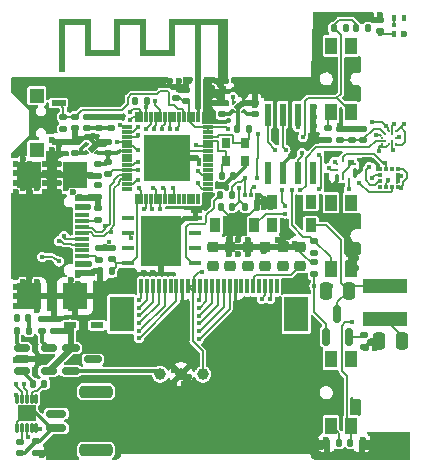
<source format=gbr>
%TF.GenerationSoftware,KiCad,Pcbnew,(6.99.0-1793-ga56955443f)*%
%TF.CreationDate,2022-09-01T09:47:35+01:00*%
%TF.ProjectId,Watchy-MrT-ESP32-S3-V1,57617463-6879-42d4-9d72-542d45535033,rev?*%
%TF.SameCoordinates,Original*%
%TF.FileFunction,Copper,L1,Top*%
%TF.FilePolarity,Positive*%
%FSLAX46Y46*%
G04 Gerber Fmt 4.6, Leading zero omitted, Abs format (unit mm)*
G04 Created by KiCad (PCBNEW (6.99.0-1793-ga56955443f)) date 2022-09-01 09:47:35*
%MOMM*%
%LPD*%
G01*
G04 APERTURE LIST*
G04 Aperture macros list*
%AMRoundRect*
0 Rectangle with rounded corners*
0 $1 Rounding radius*
0 $2 $3 $4 $5 $6 $7 $8 $9 X,Y pos of 4 corners*
0 Add a 4 corners polygon primitive as box body*
4,1,4,$2,$3,$4,$5,$6,$7,$8,$9,$2,$3,0*
0 Add four circle primitives for the rounded corners*
1,1,$1+$1,$2,$3*
1,1,$1+$1,$4,$5*
1,1,$1+$1,$6,$7*
1,1,$1+$1,$8,$9*
0 Add four rect primitives between the rounded corners*
20,1,$1+$1,$2,$3,$4,$5,0*
20,1,$1+$1,$4,$5,$6,$7,0*
20,1,$1+$1,$6,$7,$8,$9,0*
20,1,$1+$1,$8,$9,$2,$3,0*%
%AMRotRect*
0 Rectangle, with rotation*
0 The origin of the aperture is its center*
0 $1 length*
0 $2 width*
0 $3 Rotation angle, in degrees counterclockwise*
0 Add horizontal line*
21,1,$1,$2,0,0,$3*%
%AMFreePoly0*
4,1,14,0.270035,0.130035,0.270050,0.130000,0.270050,0.020000,0.270035,0.019965,0.120035,-0.130035,0.120000,-0.130050,-0.120000,-0.130050,-0.120035,-0.130035,-0.120050,-0.130000,-0.120050,0.130000,-0.120035,0.130035,-0.120000,0.130050,0.270000,0.130050,0.270035,0.130035,0.270035,0.130035,$1*%
%AMFreePoly1*
4,1,14,0.120035,0.130035,0.270035,-0.019965,0.270050,-0.020000,0.270050,-0.130000,0.270035,-0.130035,0.270000,-0.130050,-0.120000,-0.130050,-0.120035,-0.130035,-0.120050,-0.130000,-0.120050,0.130000,-0.120035,0.130035,-0.120000,0.130050,0.120000,0.130050,0.120035,0.130035,0.120035,0.130035,$1*%
%AMFreePoly2*
4,1,14,0.120035,0.130035,0.120050,0.130000,0.120050,-0.130000,0.120035,-0.130035,0.120000,-0.130050,-0.270000,-0.130050,-0.270035,-0.130035,-0.270050,-0.130000,-0.270050,-0.020000,-0.270035,-0.019965,-0.120035,0.130035,-0.120000,0.130050,0.120000,0.130050,0.120035,0.130035,0.120035,0.130035,$1*%
%AMFreePoly3*
4,1,14,0.120035,0.130035,0.120050,0.130000,0.120050,-0.130000,0.120035,-0.130035,0.120000,-0.130050,-0.120000,-0.130050,-0.120035,-0.130035,-0.270035,0.019965,-0.270050,0.020000,-0.270050,0.130000,-0.270035,0.130035,-0.270000,0.130050,0.120000,0.130050,0.120035,0.130035,0.120035,0.130035,$1*%
G04 Aperture macros list end*
%TA.AperFunction,SMDPad,CuDef*%
%ADD10FreePoly0,180.000000*%
%TD*%
%TA.AperFunction,SMDPad,CuDef*%
%ADD11FreePoly1,180.000000*%
%TD*%
%TA.AperFunction,SMDPad,CuDef*%
%ADD12FreePoly2,180.000000*%
%TD*%
%TA.AperFunction,SMDPad,CuDef*%
%ADD13FreePoly3,180.000000*%
%TD*%
%TA.AperFunction,SMDPad,CuDef*%
%ADD14RotRect,0.520000X0.520000X135.000000*%
%TD*%
%TA.AperFunction,SMDPad,CuDef*%
%ADD15RoundRect,0.140000X0.170000X-0.140000X0.170000X0.140000X-0.170000X0.140000X-0.170000X-0.140000X0*%
%TD*%
%TA.AperFunction,SMDPad,CuDef*%
%ADD16RoundRect,0.150000X-0.587500X-0.150000X0.587500X-0.150000X0.587500X0.150000X-0.587500X0.150000X0*%
%TD*%
%TA.AperFunction,SMDPad,CuDef*%
%ADD17R,0.250000X0.275000*%
%TD*%
%TA.AperFunction,SMDPad,CuDef*%
%ADD18R,0.275000X0.250000*%
%TD*%
%TA.AperFunction,SMDPad,CuDef*%
%ADD19R,0.533400X1.981200*%
%TD*%
%TA.AperFunction,SMDPad,CuDef*%
%ADD20C,0.200000*%
%TD*%
%TA.AperFunction,SMDPad,CuDef*%
%ADD21R,0.375000X0.350000*%
%TD*%
%TA.AperFunction,SMDPad,CuDef*%
%ADD22R,0.350000X0.375000*%
%TD*%
%TA.AperFunction,SMDPad,CuDef*%
%ADD23R,0.300000X1.300000*%
%TD*%
%TA.AperFunction,SMDPad,CuDef*%
%ADD24R,2.000000X3.000000*%
%TD*%
%TA.AperFunction,SMDPad,CuDef*%
%ADD25RoundRect,0.006600X-0.103400X0.373400X-0.103400X-0.373400X0.103400X-0.373400X0.103400X0.373400X0*%
%TD*%
%TA.AperFunction,SMDPad,CuDef*%
%ADD26R,1.500000X1.400000*%
%TD*%
%TA.AperFunction,SMDPad,CuDef*%
%ADD27RoundRect,0.150000X0.150000X-0.587500X0.150000X0.587500X-0.150000X0.587500X-0.150000X-0.587500X0*%
%TD*%
%TA.AperFunction,SMDPad,CuDef*%
%ADD28RoundRect,0.135000X0.185000X-0.135000X0.185000X0.135000X-0.185000X0.135000X-0.185000X-0.135000X0*%
%TD*%
%TA.AperFunction,SMDPad,CuDef*%
%ADD29RoundRect,0.250000X0.250000X0.475000X-0.250000X0.475000X-0.250000X-0.475000X0.250000X-0.475000X0*%
%TD*%
%TA.AperFunction,SMDPad,CuDef*%
%ADD30RoundRect,0.150000X-0.512500X-0.150000X0.512500X-0.150000X0.512500X0.150000X-0.512500X0.150000X0*%
%TD*%
%TA.AperFunction,SMDPad,CuDef*%
%ADD31RoundRect,0.140000X-0.140000X-0.170000X0.140000X-0.170000X0.140000X0.170000X-0.140000X0.170000X0*%
%TD*%
%TA.AperFunction,SMDPad,CuDef*%
%ADD32RoundRect,0.225000X0.250000X-0.225000X0.250000X0.225000X-0.250000X0.225000X-0.250000X-0.225000X0*%
%TD*%
%TA.AperFunction,SMDPad,CuDef*%
%ADD33RoundRect,0.135000X-0.135000X-0.185000X0.135000X-0.185000X0.135000X0.185000X-0.135000X0.185000X0*%
%TD*%
%TA.AperFunction,SMDPad,CuDef*%
%ADD34R,1.050000X0.450000*%
%TD*%
%TA.AperFunction,SMDPad,CuDef*%
%ADD35R,3.450000X4.350000*%
%TD*%
%TA.AperFunction,SMDPad,CuDef*%
%ADD36RoundRect,0.150000X-0.700000X0.150000X-0.700000X-0.150000X0.700000X-0.150000X0.700000X0.150000X0*%
%TD*%
%TA.AperFunction,SMDPad,CuDef*%
%ADD37RoundRect,0.250000X-1.150000X0.250000X-1.150000X-0.250000X1.150000X-0.250000X1.150000X0.250000X0*%
%TD*%
%TA.AperFunction,SMDPad,CuDef*%
%ADD38RoundRect,0.250000X-0.250000X-0.475000X0.250000X-0.475000X0.250000X0.475000X-0.250000X0.475000X0*%
%TD*%
%TA.AperFunction,SMDPad,CuDef*%
%ADD39R,1.150000X0.600000*%
%TD*%
%TA.AperFunction,SMDPad,CuDef*%
%ADD40R,1.150000X0.300000*%
%TD*%
%TA.AperFunction,SMDPad,CuDef*%
%ADD41R,2.000000X2.180000*%
%TD*%
%TA.AperFunction,SMDPad,CuDef*%
%ADD42RoundRect,0.006600X-0.103400X0.398400X-0.103400X-0.398400X0.103400X-0.398400X0.103400X0.398400X0*%
%TD*%
%TA.AperFunction,SMDPad,CuDef*%
%ADD43RoundRect,0.022000X-0.383000X0.088000X-0.383000X-0.088000X0.383000X-0.088000X0.383000X0.088000X0*%
%TD*%
%TA.AperFunction,SMDPad,CuDef*%
%ADD44R,4.000000X4.000000*%
%TD*%
%TA.AperFunction,SMDPad,CuDef*%
%ADD45R,1.000000X1.400000*%
%TD*%
%TA.AperFunction,SMDPad,CuDef*%
%ADD46R,0.900000X1.200000*%
%TD*%
%TA.AperFunction,SMDPad,CuDef*%
%ADD47C,1.000000*%
%TD*%
%TA.AperFunction,SMDPad,CuDef*%
%ADD48R,0.650000X0.850000*%
%TD*%
%TA.AperFunction,SMDPad,CuDef*%
%ADD49R,0.300000X0.450000*%
%TD*%
%TA.AperFunction,SMDPad,CuDef*%
%ADD50RoundRect,0.140000X-0.170000X0.140000X-0.170000X-0.140000X0.170000X-0.140000X0.170000X0.140000X0*%
%TD*%
%TA.AperFunction,SMDPad,CuDef*%
%ADD51RoundRect,0.135000X0.135000X0.185000X-0.135000X0.185000X-0.135000X-0.185000X0.135000X-0.185000X0*%
%TD*%
%TA.AperFunction,SMDPad,CuDef*%
%ADD52RoundRect,0.147500X0.147500X0.172500X-0.147500X0.172500X-0.147500X-0.172500X0.147500X-0.172500X0*%
%TD*%
%TA.AperFunction,SMDPad,CuDef*%
%ADD53R,1.200000X1.200000*%
%TD*%
%TA.AperFunction,SMDPad,CuDef*%
%ADD54R,1.200000X0.500000*%
%TD*%
%TA.AperFunction,SMDPad,CuDef*%
%ADD55R,1.100000X0.500000*%
%TD*%
%TA.AperFunction,SMDPad,CuDef*%
%ADD56R,0.400000X0.500000*%
%TD*%
%TA.AperFunction,SMDPad,CuDef*%
%ADD57RoundRect,0.140000X0.140000X0.170000X-0.140000X0.170000X-0.140000X-0.170000X0.140000X-0.170000X0*%
%TD*%
%TA.AperFunction,SMDPad,CuDef*%
%ADD58R,0.500000X0.500000*%
%TD*%
%TA.AperFunction,SMDPad,CuDef*%
%ADD59R,0.900000X0.500000*%
%TD*%
%TA.AperFunction,SMDPad,CuDef*%
%ADD60R,3.700000X1.200000*%
%TD*%
%TA.AperFunction,ViaPad*%
%ADD61C,0.600000*%
%TD*%
%TA.AperFunction,ViaPad*%
%ADD62C,0.450000*%
%TD*%
%TA.AperFunction,Conductor*%
%ADD63C,0.300000*%
%TD*%
%TA.AperFunction,Conductor*%
%ADD64C,0.500000*%
%TD*%
%TA.AperFunction,Conductor*%
%ADD65C,0.400000*%
%TD*%
%TA.AperFunction,Conductor*%
%ADD66C,0.150000*%
%TD*%
%TA.AperFunction,Conductor*%
%ADD67C,0.220000*%
%TD*%
G04 APERTURE END LIST*
%TO.C,AE1*%
G36*
X114105000Y-60390000D02*
G01*
X113605000Y-60390000D01*
X113605000Y-56450000D01*
X114105000Y-56450000D01*
X114105000Y-60390000D01*
G37*
G36*
X116305000Y-56450000D02*
G01*
X113605000Y-56450000D01*
X113605000Y-55950000D01*
X116305000Y-55950000D01*
X116305000Y-56450000D01*
G37*
G36*
X116305000Y-59090000D02*
G01*
X115805000Y-59090000D01*
X115805000Y-56450000D01*
X116305000Y-56450000D01*
X116305000Y-59090000D01*
G37*
G36*
X118305000Y-59090000D02*
G01*
X116305000Y-59090000D01*
X116305000Y-58590000D01*
X118305000Y-58590000D01*
X118305000Y-59090000D01*
G37*
G36*
X118805000Y-59090000D02*
G01*
X118305000Y-59090000D01*
X118305000Y-56450000D01*
X118805000Y-56450000D01*
X118805000Y-59090000D01*
G37*
G36*
X121005000Y-56450000D02*
G01*
X118305000Y-56450000D01*
X118305000Y-55950000D01*
X121005000Y-55950000D01*
X121005000Y-56450000D01*
G37*
G36*
X121005000Y-59090000D02*
G01*
X120505000Y-59090000D01*
X120505000Y-56450000D01*
X121005000Y-56450000D01*
X121005000Y-59090000D01*
G37*
G36*
X122955000Y-59090000D02*
G01*
X120955000Y-59090000D01*
X120955000Y-58590000D01*
X122955000Y-58590000D01*
X122955000Y-59090000D01*
G37*
G36*
X123455000Y-59090000D02*
G01*
X122955000Y-59090000D01*
X122955000Y-56450000D01*
X123455000Y-56450000D01*
X123455000Y-59090000D01*
G37*
G36*
X125655000Y-61350000D02*
G01*
X125155000Y-61350000D01*
X125155000Y-56450000D01*
X125655000Y-56450000D01*
X125655000Y-61350000D01*
G37*
G36*
X127955000Y-56450000D02*
G01*
X122955000Y-56450000D01*
X122955000Y-55950000D01*
X127955000Y-55950000D01*
X127955000Y-56450000D01*
G37*
G36*
X127955000Y-61350000D02*
G01*
X127055000Y-61350000D01*
X127055000Y-56450000D01*
X127955000Y-56450000D01*
X127955000Y-61350000D01*
G37*
%TD*%
D10*
%TO.P,U4,1,OUT*%
%TO.N,+3.3VA*%
X129292500Y-63725000D03*
D11*
%TO.P,U4,2,GND*%
%TO.N,GND*%
X129292500Y-63075000D03*
D12*
%TO.P,U4,3,EN*%
%TO.N,LDO2_EN*%
X128332500Y-63075000D03*
D13*
%TO.P,U4,4,IN*%
%TO.N,VCC*%
X128332500Y-63725000D03*
D14*
%TO.P,U4,5,EXP*%
%TO.N,GND*%
X128812499Y-63399999D03*
%TD*%
D10*
%TO.P,U3,1,OUT*%
%TO.N,+3V3*%
X116880000Y-67225000D03*
D11*
%TO.P,U3,2,GND*%
%TO.N,GND*%
X116880000Y-66575000D03*
D12*
%TO.P,U3,3,EN*%
%TO.N,VCC*%
X115920000Y-66575000D03*
D13*
%TO.P,U3,4,IN*%
X115920000Y-67225000D03*
D14*
%TO.P,U3,5,EXP*%
%TO.N,GND*%
X116399999Y-66899999D03*
%TD*%
D15*
%TO.P,C28,1*%
%TO.N,+3.3VA*%
X140800000Y-56980000D03*
%TO.P,C28,2*%
%TO.N,GND*%
X140800000Y-56020000D03*
%TD*%
D16*
%TO.P,Q2,1,G*%
%TO.N,VBUS*%
X114612500Y-83800000D03*
%TO.P,Q2,2,S*%
%TO.N,VCC*%
X114612500Y-85700000D03*
%TO.P,Q2,3,D*%
%TO.N,+BATT*%
X116487500Y-84750000D03*
%TD*%
D17*
%TO.P,IC2,1,VDDIO*%
%TO.N,+3.3VA*%
X138149999Y-67936999D03*
%TO.P,IC2,2,SCK*%
%TO.N,I2C_SCL*%
X137649999Y-67936999D03*
D18*
%TO.P,IC2,3,VSS_1*%
%TO.N,GND*%
X137137999Y-68199999D03*
%TO.P,IC2,4,SDI*%
%TO.N,I2C_SDA*%
X137137999Y-68699999D03*
%TO.P,IC2,5,SDO*%
%TO.N,GND*%
X137137999Y-69199999D03*
D17*
%TO.P,IC2,6,CSB*%
%TO.N,+3.3VA*%
X137649999Y-69462999D03*
%TO.P,IC2,7,INT*%
%TO.N,BMP_INT*%
X138149999Y-69462999D03*
D18*
%TO.P,IC2,8,VSS_2*%
%TO.N,GND*%
X138661999Y-69199999D03*
%TO.P,IC2,9,VSS_3*%
X138661999Y-68699999D03*
%TO.P,IC2,10,VDD*%
%TO.N,+3.3VA*%
X138661999Y-68199999D03*
%TD*%
D19*
%TO.P,U6,1,32KHZ*%
%TO.N,unconnected-(U6-32KHZ)*%
X131294999Y-68963799D03*
%TO.P,U6,2,VCC*%
%TO.N,GND*%
X132564999Y-68963799D03*
%TO.P,U6,3,~{INT}/SQW*%
%TO.N,RTC_INT*%
X133834999Y-68963799D03*
%TO.P,U6,4,~{RST}*%
%TO.N,unconnected-(U6-~{RST})*%
X135104999Y-68963799D03*
%TO.P,U6,5,GND*%
%TO.N,GND*%
X135104999Y-64036199D03*
%TO.P,U6,6,VBAT*%
%TO.N,+BATT*%
X133834999Y-64036199D03*
%TO.P,U6,7,SDA*%
%TO.N,I2C_SDA*%
X132564999Y-64036199D03*
%TO.P,U6,8,SCL*%
%TO.N,I2C_SCL*%
X131294999Y-64036199D03*
%TD*%
D20*
%TO.P,U7,A1,PS*%
%TO.N,+3.3VA*%
X140981750Y-65399000D03*
%TO.P,U7,A3,SCK*%
%TO.N,I2C_SCL*%
X141547750Y-65399000D03*
%TO.P,U7,A5,CSB*%
%TO.N,+3.3VA*%
X142113750Y-65399000D03*
%TO.P,U7,B2,VDDIO*%
X141264750Y-65682000D03*
%TO.P,U7,B4,SDI*%
%TO.N,I2C_SDA*%
X141830750Y-65682000D03*
%TO.P,U7,C1,SDO*%
%TO.N,GND*%
X140981750Y-65965000D03*
%TO.P,U7,C5,GND*%
X142113750Y-65965000D03*
%TO.P,U7,D2,INT*%
%TO.N,MAG_INT*%
X141264750Y-66248000D03*
%TO.P,U7,D4,DRDY*%
%TO.N,MAG_DRDY*%
X141830750Y-66248000D03*
%TO.P,U7,E1,GND*%
%TO.N,GND*%
X140981750Y-66531000D03*
%TO.P,U7,E3,GND*%
X141547750Y-66531000D03*
%TO.P,U7,E5,VDD*%
%TO.N,+3.3VA*%
X142113750Y-66531000D03*
%TD*%
D15*
%TO.P,C35,1*%
%TO.N,+3V3*%
X124350000Y-62880000D03*
%TO.P,C35,2*%
%TO.N,GND*%
X124350000Y-61920000D03*
%TD*%
D21*
%TO.P,U8,1,SDO*%
%TO.N,GND*%
X140787499Y-68649999D03*
%TO.P,U8,2,SDX*%
%TO.N,I2C_SDA*%
X140787499Y-69149999D03*
%TO.P,U8,3,VDDIO*%
%TO.N,+3V3*%
X140787499Y-69649999D03*
%TO.P,U8,4,NC*%
%TO.N,unconnected-(U8A-NC)*%
X140787499Y-70149999D03*
D22*
%TO.P,U8,5,INT1*%
%TO.N,ACCEL_INT1*%
X141299999Y-70162499D03*
%TO.P,U8,6,INT2*%
%TO.N,ACCEL_INT2*%
X141799999Y-70162499D03*
D21*
%TO.P,U8,7,VDD*%
%TO.N,+3V3*%
X142312499Y-70149999D03*
%TO.P,U8,8,GNDIO*%
%TO.N,GND*%
X142312499Y-69649999D03*
%TO.P,U8,9,GND*%
X142312499Y-69149999D03*
%TO.P,U8,10,CSB*%
%TO.N,+3V3*%
X142312499Y-68649999D03*
D22*
%TO.P,U8,11,NC*%
%TO.N,unconnected-(U8A-NC)_1*%
X141799999Y-68637499D03*
%TO.P,U8,12,SCX*%
%TO.N,I2C_SCL*%
X141299999Y-68637499D03*
%TD*%
D23*
%TO.P,J1,1,Pin_1*%
%TO.N,unconnected-(J1-Pin_1)*%
X132069999Y-78569999D03*
%TO.P,J1,2,Pin_2*%
%TO.N,/MCU_Sheet/GDR*%
X131569999Y-78569999D03*
%TO.P,J1,3,Pin_3*%
%TO.N,/MCU_Sheet/RESE*%
X131069999Y-78569999D03*
%TO.P,J1,4,Pin_4*%
%TO.N,unconnected-(J1-Pin_4)*%
X130569999Y-78569999D03*
%TO.P,J1,5,Pin_5*%
%TO.N,Net-(J1-Pin_5)*%
X130069999Y-78569999D03*
%TO.P,J1,6,Pin_6*%
%TO.N,unconnected-(J1-Pin_6)*%
X129569999Y-78569999D03*
%TO.P,J1,7,Pin_7*%
%TO.N,unconnected-(J1-Pin_7)*%
X129069999Y-78569999D03*
%TO.P,J1,8,Pin_8*%
%TO.N,GND*%
X128569999Y-78569999D03*
%TO.P,J1,9,Pin_9*%
%TO.N,D_BUSY*%
X128069999Y-78569999D03*
%TO.P,J1,10,Pin_10*%
%TO.N,D_RES*%
X127569999Y-78569999D03*
%TO.P,J1,11,Pin_11*%
%TO.N,D_DC*%
X127069999Y-78569999D03*
%TO.P,J1,12,Pin_12*%
%TO.N,D_SS*%
X126569999Y-78569999D03*
%TO.P,J1,13,Pin_13*%
%TO.N,D_SCK*%
X126069999Y-78569999D03*
%TO.P,J1,14,Pin_14*%
%TO.N,D_MOSI*%
X125569999Y-78569999D03*
%TO.P,J1,15,Pin_15*%
%TO.N,+3V3*%
X125069999Y-78569999D03*
%TO.P,J1,16,Pin_16*%
X124569999Y-78569999D03*
%TO.P,J1,17,Pin_17*%
%TO.N,GND*%
X124069999Y-78569999D03*
%TO.P,J1,18,Pin_18*%
%TO.N,Net-(J1-Pin_18)*%
X123569999Y-78569999D03*
%TO.P,J1,19,Pin_19*%
%TO.N,unconnected-(J1-Pin_19)*%
X123069999Y-78569999D03*
%TO.P,J1,20,Pin_20*%
%TO.N,Net-(J1-Pin_20)*%
X122569999Y-78569999D03*
%TO.P,J1,21,Pin_21*%
%TO.N,/MCU_Sheet/PREVGH*%
X122069999Y-78569999D03*
%TO.P,J1,22,Pin_22*%
%TO.N,Net-(J1-Pin_22)*%
X121569999Y-78569999D03*
%TO.P,J1,23,Pin_23*%
%TO.N,/MCU_Sheet/PREVGL*%
X121069999Y-78569999D03*
%TO.P,J1,24,Pin_24*%
%TO.N,Net-(J1-Pin_24)*%
X120569999Y-78569999D03*
D24*
%TO.P,J1,M*%
%TO.N,N/C*%
X118919999Y-80919999D03*
X133719999Y-80919999D03*
%TD*%
D25*
%TO.P,U10,1*%
%TO.N,N/C*%
X111700000Y-88070000D03*
%TO.P,U10,2,AIN*%
%TO.N,Net-(U10-AIN)*%
X111300000Y-88070000D03*
%TO.P,U10,3,SCL*%
%TO.N,I2C_SCL*%
X110900000Y-88070000D03*
%TO.P,U10,4,SDA*%
%TO.N,I2C_SDA*%
X110500000Y-88070000D03*
%TO.P,U10,5,CSN*%
%TO.N,GND*%
X110100000Y-88070000D03*
%TO.P,U10,6,CSP*%
%TO.N,-BATT*%
X110100000Y-90530000D03*
%TO.P,U10,7,REG*%
%TO.N,Net-(U10-REG)*%
X110500000Y-90530000D03*
%TO.P,U10,8,ALRT*%
%TO.N,MAX17_INT*%
X110900000Y-90530000D03*
%TO.P,U10,9,THRM*%
%TO.N,unconnected-(U10-THRM)*%
X111300000Y-90530000D03*
%TO.P,U10,10,BATT*%
%TO.N,+BATT*%
X111700000Y-90530000D03*
D26*
%TO.P,U10,11,CSP*%
%TO.N,-BATT*%
X110899999Y-89299999D03*
%TD*%
D27*
%TO.P,Q1,1,G*%
%TO.N,/MCU_Sheet/GDR*%
X136250000Y-82812500D03*
%TO.P,Q1,2,S*%
%TO.N,/MCU_Sheet/RESE*%
X138150000Y-82812500D03*
%TO.P,Q1,3,D*%
%TO.N,Net-(D3-A)*%
X137200000Y-80937500D03*
%TD*%
D28*
%TO.P,R6,1*%
%TO.N,VBUS*%
X113200000Y-82360000D03*
%TO.P,R6,2*%
%TO.N,GND*%
X113200000Y-81340000D03*
%TD*%
D15*
%TO.P,C27,1*%
%TO.N,+3.3VA*%
X137400000Y-66180000D03*
%TO.P,C27,2*%
%TO.N,GND*%
X137400000Y-65220000D03*
%TD*%
D29*
%TO.P,C8,1*%
%TO.N,+3V3*%
X142650000Y-83175000D03*
%TO.P,C8,2*%
%TO.N,GND*%
X140750000Y-83175000D03*
%TD*%
D15*
%TO.P,C30,1*%
%TO.N,+3V3*%
X117000000Y-65180000D03*
%TO.P,C30,2*%
%TO.N,GND*%
X117000000Y-64220000D03*
%TD*%
D30*
%TO.P,U2,1,STAT*%
%TO.N,Net-(U2-STAT)*%
X110462500Y-83800000D03*
%TO.P,U2,2,VSS*%
%TO.N,GND*%
X110462500Y-84750000D03*
%TO.P,U2,3,VBAT*%
%TO.N,+BATT*%
X110462500Y-85700000D03*
%TO.P,U2,4,VDD*%
%TO.N,VBUS*%
X112737500Y-85700000D03*
%TO.P,U2,5,PROG*%
%TO.N,Net-(U2-PROG)*%
X112737500Y-83800000D03*
%TD*%
D31*
%TO.P,C1,1*%
%TO.N,GND*%
X128720000Y-65200000D03*
%TO.P,C1,2*%
%TO.N,/MCU_Sheet/XTAL_P*%
X129680000Y-65200000D03*
%TD*%
D28*
%TO.P,R3,1*%
%TO.N,/MCU_Sheet/GDR*%
X135200000Y-77535000D03*
%TO.P,R3,2*%
%TO.N,GND*%
X135200000Y-76515000D03*
%TD*%
D32*
%TO.P,C16,1*%
%TO.N,Net-(J1-Pin_24)*%
X126650000Y-76800000D03*
%TO.P,C16,2*%
%TO.N,GND*%
X126650000Y-75250000D03*
%TD*%
D33*
%TO.P,R17,1*%
%TO.N,+BATT*%
X120030000Y-62900000D03*
%TO.P,R17,2*%
%TO.N,RTC_INT*%
X121050000Y-62900000D03*
%TD*%
D28*
%TO.P,R9,1*%
%TO.N,GND*%
X111700000Y-92710000D03*
%TO.P,R9,2*%
%TO.N,-BATT*%
X111700000Y-91690000D03*
%TD*%
D32*
%TO.P,C10,1*%
%TO.N,/MCU_Sheet/PREVGH*%
X129600000Y-76800000D03*
%TO.P,C10,2*%
%TO.N,GND*%
X129600000Y-75250000D03*
%TD*%
D34*
%TO.P,IC1,1,~{CS}*%
%TO.N,/MCU_Sheet/SPICS0*%
X125149999Y-76604999D03*
%TO.P,IC1,2,DO_(IO1)*%
%TO.N,/MCU_Sheet/SPIQ*%
X125149999Y-75334999D03*
%TO.P,IC1,3,~{WP_(IO2})*%
%TO.N,/MCU_Sheet/SPIWP*%
X125149999Y-74064999D03*
%TO.P,IC1,4,GND_1*%
%TO.N,GND*%
X125149999Y-72794999D03*
%TO.P,IC1,5,DI_(IO0)*%
%TO.N,/MCU_Sheet/SPID*%
X119449999Y-72794999D03*
%TO.P,IC1,6,CLK*%
%TO.N,/MCU_Sheet/SPICLK*%
X119449999Y-74064999D03*
%TO.P,IC1,7,~{HOLD_OR_}/RESET_(IO3)*%
%TO.N,/MCU_Sheet/SPIHD*%
X119449999Y-75334999D03*
%TO.P,IC1,8,VCC*%
%TO.N,VDD_SPI*%
X119449999Y-76604999D03*
D35*
%TO.P,IC1,9,GND_2*%
%TO.N,GND*%
X122299999Y-74699999D03*
%TD*%
D36*
%TO.P,J3,1,Pin_1*%
%TO.N,+BATT*%
X113400000Y-89325000D03*
%TO.P,J3,2,Pin_2*%
%TO.N,-BATT*%
X113400000Y-90575000D03*
D37*
%TO.P,J3,MP*%
%TO.N,N/C*%
X116750000Y-87475000D03*
X116750000Y-92425000D03*
%TD*%
D38*
%TO.P,C9,1*%
%TO.N,Net-(D1-K)*%
X136250000Y-78950000D03*
%TO.P,C9,2*%
%TO.N,Net-(D3-A)*%
X138150000Y-78950000D03*
%TD*%
D39*
%TO.P,J2,A1/B12,GND*%
%TO.N,GND*%
X115564999Y-71069999D03*
%TO.P,J2,A4/B9,VBUS*%
%TO.N,VBUS*%
X115564999Y-71869999D03*
D40*
%TO.P,J2,A5,CC1*%
%TO.N,/Power_Managment_Sheet/CC1*%
X115564999Y-73019999D03*
%TO.P,J2,A6,DP1*%
%TO.N,USB_P*%
X115564999Y-74019999D03*
%TO.P,J2,A7,DN1*%
%TO.N,USB_N*%
X115564999Y-74519999D03*
%TO.P,J2,A8,SBU1*%
%TO.N,unconnected-(J2-SBU1)*%
X115564999Y-75519999D03*
D39*
%TO.P,J2,B1/A12,GND*%
%TO.N,GND*%
X115564999Y-77469999D03*
%TO.P,J2,B4/A9,VBUS*%
%TO.N,VBUS*%
X115564999Y-76669999D03*
D40*
%TO.P,J2,B5,CC2*%
%TO.N,/Power_Managment_Sheet/CC2*%
X115564999Y-76019999D03*
%TO.P,J2,B6,DP2*%
%TO.N,USB_P*%
X115564999Y-75019999D03*
%TO.P,J2,B7,DN2*%
%TO.N,USB_N*%
X115564999Y-73519999D03*
%TO.P,J2,B8,SBU2*%
%TO.N,unconnected-(J2-SBU2)*%
X115564999Y-72519999D03*
D41*
%TO.P,J2,S1,GND*%
%TO.N,GND*%
X114989999Y-69159999D03*
%TO.P,J2,S2,GND*%
X114989999Y-79379999D03*
%TO.P,J2,S3,GND*%
X111059999Y-69159999D03*
%TO.P,J2,S4,GND*%
X111059999Y-79379999D03*
%TD*%
D42*
%TO.P,U1,1,LNA_IN*%
%TO.N,/MCU_Sheet/LNA_IN*%
X125400000Y-64255000D03*
%TO.P,U1,2,VDD3P3*%
%TO.N,+3V3*%
X125000000Y-64255000D03*
%TO.P,U1,3,VDD3P3*%
X124600000Y-64255000D03*
%TO.P,U1,4,CHIP_PU*%
%TO.N,/MCU_Sheet/CHIP_PU*%
X124200000Y-64255000D03*
%TO.P,U1,5,GPIO0*%
%TO.N,BTN2*%
X123800000Y-64255000D03*
%TO.P,U1,6,GPIO1*%
%TO.N,BAT_ADC*%
X123400000Y-64255000D03*
%TO.P,U1,7,GPIO2*%
%TO.N,BTN1*%
X123000000Y-64255000D03*
%TO.P,U1,8,GPIO3*%
%TO.N,BTN3*%
X122600000Y-64255000D03*
%TO.P,U1,9,GPIO4*%
%TO.N,MAX17_INT*%
X122200000Y-64255000D03*
%TO.P,U1,10,GPIO5*%
%TO.N,ACCEL_INT1*%
X121800000Y-64255000D03*
%TO.P,U1,11,GPIO6*%
%TO.N,ACCEL_INT2*%
X121400000Y-64255000D03*
%TO.P,U1,12,GPIO7*%
%TO.N,RTC_INT*%
X121000000Y-64255000D03*
%TO.P,U1,13,GPIO8*%
%TO.N,I2C_SDA*%
X120600000Y-64255000D03*
%TO.P,U1,14,GPIO9*%
%TO.N,I2C_SCL*%
X120200000Y-64255000D03*
D43*
%TO.P,U1,15,GPIO10*%
%TO.N,D_SS*%
X119355000Y-65100000D03*
%TO.P,U1,16,GPIO11*%
%TO.N,D_MOSI*%
X119355000Y-65500000D03*
%TO.P,U1,17,GPIO12*%
%TO.N,D_SCK*%
X119355000Y-65900000D03*
%TO.P,U1,18,GPIO13*%
%TO.N,D_BUSY*%
X119355000Y-66300000D03*
%TO.P,U1,19,GPIO14*%
%TO.N,D_DC*%
X119355000Y-66700000D03*
%TO.P,U1,20,VDD3P3_RTC*%
%TO.N,+3V3*%
X119355000Y-67100000D03*
%TO.P,U1,21,XTAL_32K_P*%
%TO.N,unconnected-(U1-XTAL_32K_P)*%
X119355000Y-67500000D03*
%TO.P,U1,22,XTAL_32K_N*%
%TO.N,unconnected-(U1-XTAL_32K_N)*%
X119355000Y-67900000D03*
%TO.P,U1,23,GPIO17*%
%TO.N,D_RES*%
X119355000Y-68300000D03*
%TO.P,U1,24,GPIO18*%
%TO.N,LDO2*%
X119355000Y-68700000D03*
%TO.P,U1,25,GPIO19*%
%TO.N,USB_N*%
X119355000Y-69100000D03*
%TO.P,U1,26,GPIO20*%
%TO.N,USB_P*%
X119355000Y-69500000D03*
%TO.P,U1,27,GPIO21*%
%TO.N,BMP_INT*%
X119355000Y-69900000D03*
%TO.P,U1,28,SPICS1*%
%TO.N,unconnected-(U1-SPICS1)*%
X119355000Y-70300000D03*
D42*
%TO.P,U1,29,VDD_SPI*%
%TO.N,VDD_SPI*%
X120200000Y-71145000D03*
%TO.P,U1,30,SPIHD*%
%TO.N,/MCU_Sheet/SPIHD*%
X120600000Y-71145000D03*
%TO.P,U1,31,SPIWP*%
%TO.N,/MCU_Sheet/SPIWP*%
X121000000Y-71145000D03*
%TO.P,U1,32,SPICS0*%
%TO.N,/MCU_Sheet/SPICS0*%
X121400000Y-71145000D03*
%TO.P,U1,33,SPICLK*%
%TO.N,/MCU_Sheet/SPICLK*%
X121800000Y-71145000D03*
%TO.P,U1,34,SPIQ*%
%TO.N,/MCU_Sheet/SPIQ*%
X122200000Y-71145000D03*
%TO.P,U1,35,SPID*%
%TO.N,/MCU_Sheet/SPID*%
X122600000Y-71145000D03*
%TO.P,U1,36,SPICLK_N*%
%TO.N,/MCU_Sheet/SPICLK_N*%
X123000000Y-71145000D03*
%TO.P,U1,37,SPICLK_P*%
%TO.N,/MCU_Sheet/SPICLK_P*%
X123400000Y-71145000D03*
%TO.P,U1,38,GPIO33*%
%TO.N,unconnected-(U1-GPIO33)*%
X123800000Y-71145000D03*
%TO.P,U1,39,GPIO34*%
%TO.N,unconnected-(U1-GPIO34)*%
X124200000Y-71145000D03*
%TO.P,U1,40,GPIO35*%
%TO.N,unconnected-(U1-GPIO35)*%
X124600000Y-71145000D03*
%TO.P,U1,41,GPIO36*%
%TO.N,unconnected-(U1-GPIO36)*%
X125000000Y-71145000D03*
%TO.P,U1,42,GPIO37*%
%TO.N,unconnected-(U1-GPIO37)*%
X125400000Y-71145000D03*
D43*
%TO.P,U1,43,GPIO38*%
%TO.N,MAG_DRDY*%
X126245000Y-70300000D03*
%TO.P,U1,44,MTCK*%
%TO.N,/MCU_Sheet/MTCK*%
X126245000Y-69900000D03*
%TO.P,U1,45,MTDO*%
%TO.N,/MCU_Sheet/MTDO*%
X126245000Y-69500000D03*
%TO.P,U1,46,VDD3P3_CPU*%
%TO.N,+3V3*%
X126245000Y-69100000D03*
%TO.P,U1,47,MTDI*%
%TO.N,/MCU_Sheet/MTDI*%
X126245000Y-68700000D03*
%TO.P,U1,48,MTMS*%
%TO.N,/MCU_Sheet/MTMS*%
X126245000Y-68300000D03*
%TO.P,U1,49,U0TXD*%
%TO.N,/MCU_Sheet/U0TXD*%
X126245000Y-67900000D03*
%TO.P,U1,50,U0RXD*%
%TO.N,/MCU_Sheet/U0RXD*%
X126245000Y-67500000D03*
%TO.P,U1,51,GPIO45*%
%TO.N,GND*%
X126245000Y-67100000D03*
%TO.P,U1,52,GPIO46*%
%TO.N,MAG_INT*%
X126245000Y-66700000D03*
%TO.P,U1,53,XTAL_N*%
%TO.N,/MCU_Sheet/XTAL_N*%
X126245000Y-66300000D03*
%TO.P,U1,54,XTAL_P*%
%TO.N,/MCU_Sheet/XTAL_P*%
X126245000Y-65900000D03*
%TO.P,U1,55,VDDA1*%
%TO.N,+3V3*%
X126245000Y-65500000D03*
%TO.P,U1,56,VDDA2*%
X126245000Y-65100000D03*
D44*
%TO.P,U1,57,GND*%
%TO.N,GND*%
X122799999Y-67699999D03*
%TD*%
D45*
%TO.P,SW2,*%
%TO.N,*%
X138349999Y-71474999D03*
X136649999Y-71474999D03*
%TO.P,SW2,1*%
%TO.N,GND*%
X138349999Y-77074999D03*
%TO.P,SW2,2*%
%TO.N,BTN2*%
X136649999Y-77074999D03*
%TD*%
D46*
%TO.P,D2,1,K*%
%TO.N,GND*%
X131649999Y-71399999D03*
%TO.P,D2,2,A*%
%TO.N,Net-(D1-K)*%
X134949999Y-71399999D03*
%TD*%
D47*
%TO.P,GND,1,1*%
%TO.N,GND*%
X123950000Y-86000000D03*
%TD*%
D32*
%TO.P,C15,1*%
%TO.N,Net-(J1-Pin_22)*%
X128125000Y-76800000D03*
%TO.P,C15,2*%
%TO.N,GND*%
X128125000Y-75250000D03*
%TD*%
D33*
%TO.P,R18,1*%
%TO.N,+3V3*%
X136890000Y-56700000D03*
%TO.P,R18,2*%
%TO.N,I2C_SDA*%
X137910000Y-56700000D03*
%TD*%
D48*
%TO.P,Y1,1,1*%
%TO.N,/MCU_Sheet/XTAL_N*%
X127724999Y-67974999D03*
%TO.P,Y1,2,2*%
%TO.N,GND*%
X129374999Y-67974999D03*
%TO.P,Y1,3,3*%
%TO.N,/MCU_Sheet/XTAL_P*%
X129374999Y-66424999D03*
%TO.P,Y1,4*%
%TO.N,N/C*%
X127724999Y-66424999D03*
%TD*%
D49*
%TO.P,U5,1,B*%
%TO.N,VDD_SPI*%
X129399999Y-70799999D03*
%TO.P,U5,2,A*%
%TO.N,LDO2*%
X129899999Y-70799999D03*
%TO.P,U5,3,GND*%
%TO.N,GND*%
X130399999Y-70799999D03*
%TO.P,U5,4,Y*%
%TO.N,LDO2_EN*%
X130399999Y-69399999D03*
%TO.P,U5,5,VCC*%
%TO.N,VDD_SPI*%
X129399999Y-69399999D03*
%TD*%
D46*
%TO.P,D1,1,K*%
%TO.N,Net-(D1-K)*%
X130149999Y-73399999D03*
%TO.P,D1,2,A*%
%TO.N,/MCU_Sheet/PREVGL*%
X126849999Y-73399999D03*
%TD*%
D28*
%TO.P,R13,1*%
%TO.N,/Power_Managment_Sheet/CC2*%
X117025000Y-76335000D03*
%TO.P,R13,2*%
%TO.N,GND*%
X117025000Y-75315000D03*
%TD*%
D32*
%TO.P,C12,1*%
%TO.N,Net-(J1-Pin_5)*%
X134025000Y-76800000D03*
%TO.P,C12,2*%
%TO.N,GND*%
X134025000Y-75250000D03*
%TD*%
D15*
%TO.P,C3,1*%
%TO.N,GND*%
X115000000Y-65180000D03*
%TO.P,C3,2*%
%TO.N,/MCU_Sheet/CHIP_PU*%
X115000000Y-64220000D03*
%TD*%
D28*
%TO.P,R7,1*%
%TO.N,Net-(U2-PROG)*%
X112200000Y-82360000D03*
%TO.P,R7,2*%
%TO.N,GND*%
X112200000Y-81340000D03*
%TD*%
D15*
%TO.P,C32,1*%
%TO.N,+3V3*%
X123500000Y-62630000D03*
%TO.P,C32,2*%
%TO.N,GND*%
X123500000Y-61670000D03*
%TD*%
D50*
%TO.P,C23,1*%
%TO.N,GND*%
X130200000Y-63040000D03*
%TO.P,C23,2*%
%TO.N,+3.3VA*%
X130200000Y-64000000D03*
%TD*%
D45*
%TO.P,SW1,*%
%TO.N,*%
X138349999Y-58199999D03*
X136649999Y-58199999D03*
%TO.P,SW1,1*%
%TO.N,+3V3*%
X138349999Y-63799999D03*
%TO.P,SW1,2*%
%TO.N,BTN1*%
X136649999Y-63799999D03*
%TD*%
D51*
%TO.P,R8,1*%
%TO.N,Net-(D5-K)*%
X111060000Y-82300000D03*
%TO.P,R8,2*%
%TO.N,Net-(U2-STAT)*%
X110040000Y-82300000D03*
%TD*%
D32*
%TO.P,C13,1*%
%TO.N,Net-(J1-Pin_18)*%
X132550000Y-76800000D03*
%TO.P,C13,2*%
%TO.N,GND*%
X132550000Y-75250000D03*
%TD*%
D50*
%TO.P,C22,1*%
%TO.N,GND*%
X117800000Y-66320000D03*
%TO.P,C22,2*%
%TO.N,+3V3*%
X117800000Y-67280000D03*
%TD*%
D28*
%TO.P,R15,1*%
%TO.N,+3V3*%
X135200000Y-75710000D03*
%TO.P,R15,2*%
%TO.N,BTN2*%
X135200000Y-74690000D03*
%TD*%
D47*
%TO.P,VCC,1,1*%
%TO.N,VCC*%
X122200000Y-86000000D03*
%TD*%
D31*
%TO.P,C11,1*%
%TO.N,+3V3*%
X138300000Y-91800000D03*
%TO.P,C11,2*%
%TO.N,GND*%
X139260000Y-91800000D03*
%TD*%
D33*
%TO.P,R19,1*%
%TO.N,+3V3*%
X138790000Y-56700000D03*
%TO.P,R19,2*%
%TO.N,I2C_SCL*%
X139810000Y-56700000D03*
%TD*%
D15*
%TO.P,C29,1*%
%TO.N,+3V3*%
X118000000Y-65180000D03*
%TO.P,C29,2*%
%TO.N,GND*%
X118000000Y-64220000D03*
%TD*%
D45*
%TO.P,SW3,*%
%TO.N,*%
X138349999Y-84749999D03*
X136649999Y-84749999D03*
%TO.P,SW3,1*%
%TO.N,+3V3*%
X138349999Y-90349999D03*
%TO.P,SW3,2*%
%TO.N,BTN3*%
X136649999Y-90349999D03*
%TD*%
D32*
%TO.P,C14,1*%
%TO.N,Net-(J1-Pin_20)*%
X131075000Y-76800000D03*
%TO.P,C14,2*%
%TO.N,GND*%
X131075000Y-75250000D03*
%TD*%
D52*
%TO.P,D5,1,K*%
%TO.N,Net-(D5-K)*%
X111035000Y-81250000D03*
%TO.P,D5,2,A*%
%TO.N,VBUS*%
X110065000Y-81250000D03*
%TD*%
D47*
%TO.P,3V3,1,1*%
%TO.N,+3V3*%
X125800000Y-86000000D03*
%TD*%
D50*
%TO.P,C21,1*%
%TO.N,GND*%
X115000000Y-66320000D03*
%TO.P,C21,2*%
%TO.N,VCC*%
X115000000Y-67280000D03*
%TD*%
D53*
%TO.P,SW4,*%
%TO.N,*%
X111741749Y-66985999D03*
X111741749Y-62413999D03*
D54*
%TO.P,SW4,1,1*%
%TO.N,GND*%
X113583249Y-66374999D03*
%TO.P,SW4,2,2*%
%TO.N,/MCU_Sheet/CHIP_PU*%
X113583249Y-63024999D03*
%TD*%
D55*
%TO.P,D4,1*%
%TO.N,VCC*%
X116849999Y-81849999D03*
%TO.P,D4,2*%
%TO.N,VBUS*%
X114549999Y-81849999D03*
%TD*%
D50*
%TO.P,C31,1*%
%TO.N,+3V3*%
X116900000Y-68220000D03*
%TO.P,C31,2*%
%TO.N,GND*%
X116900000Y-69180000D03*
%TD*%
%TO.P,C17,1*%
%TO.N,Net-(U10-REG)*%
X110300000Y-91720000D03*
%TO.P,C17,2*%
%TO.N,-BATT*%
X110300000Y-92680000D03*
%TD*%
D56*
%TO.P,U9,1,SDA/RH*%
%TO.N,I2C_SDA*%
X142799999Y-55799999D03*
%TO.P,U9,2,SCL/T*%
%TO.N,I2C_SCL*%
X141999999Y-55799999D03*
%TO.P,U9,3,VDD*%
%TO.N,+3.3VA*%
X141999999Y-57199999D03*
%TO.P,U9,4,VSS*%
%TO.N,GND*%
X142799999Y-57199999D03*
%TD*%
D57*
%TO.P,C4,1*%
%TO.N,Net-(U10-AIN)*%
X112380000Y-86800000D03*
%TO.P,C4,2*%
%TO.N,+BATT*%
X111420000Y-86800000D03*
%TD*%
D46*
%TO.P,D3,1,K*%
%TO.N,/MCU_Sheet/PREVGH*%
X131649999Y-73399999D03*
%TO.P,D3,2,A*%
%TO.N,Net-(D3-A)*%
X134949999Y-73399999D03*
%TD*%
D28*
%TO.P,R14,1*%
%TO.N,GND*%
X136400000Y-66210000D03*
%TO.P,R14,2*%
%TO.N,BTN1*%
X136400000Y-65190000D03*
%TD*%
D57*
%TO.P,C5,1*%
%TO.N,/MCU_Sheet/SPICLK_P*%
X128300000Y-71800000D03*
%TO.P,C5,2*%
%TO.N,GND*%
X127340000Y-71800000D03*
%TD*%
D15*
%TO.P,C26,1*%
%TO.N,+3.3VA*%
X139400000Y-66180000D03*
%TO.P,C26,2*%
%TO.N,GND*%
X139400000Y-65220000D03*
%TD*%
D58*
%TO.P,AE1,1,FEED*%
%TO.N,/MCU_Sheet/LNA_IN*%
X125404999Y-61099999D03*
D59*
%TO.P,AE1,2,PCB_Trace*%
%TO.N,GND*%
X127504999Y-61099999D03*
%TD*%
D51*
%TO.P,R4,1*%
%TO.N,VDD_SPI*%
X128310000Y-70800000D03*
%TO.P,R4,2*%
%TO.N,/MCU_Sheet/SPICS0*%
X127290000Y-70800000D03*
%TD*%
D28*
%TO.P,R10,1*%
%TO.N,LDO2*%
X117800000Y-69060000D03*
%TO.P,R10,2*%
%TO.N,+3V3*%
X117800000Y-68040000D03*
%TD*%
D50*
%TO.P,C20,1*%
%TO.N,GND*%
X127400000Y-63020000D03*
%TO.P,C20,2*%
%TO.N,VCC*%
X127400000Y-63980000D03*
%TD*%
D57*
%TO.P,C2,1*%
%TO.N,GND*%
X128380000Y-69200000D03*
%TO.P,C2,2*%
%TO.N,/MCU_Sheet/XTAL_N*%
X127420000Y-69200000D03*
%TD*%
%TO.P,C7,1*%
%TO.N,VDD_SPI*%
X118080000Y-77300000D03*
%TO.P,C7,2*%
%TO.N,GND*%
X117120000Y-77300000D03*
%TD*%
D15*
%TO.P,C25,1*%
%TO.N,+3.3VA*%
X138400000Y-66180000D03*
%TO.P,C25,2*%
%TO.N,GND*%
X138400000Y-65220000D03*
%TD*%
D33*
%TO.P,R2,1*%
%TO.N,/MCU_Sheet/SPICLK_P*%
X129390000Y-71800000D03*
%TO.P,R2,2*%
%TO.N,GND*%
X130410000Y-71800000D03*
%TD*%
D28*
%TO.P,R1,1*%
%TO.N,+3V3*%
X114000000Y-65210000D03*
%TO.P,R1,2*%
%TO.N,/MCU_Sheet/CHIP_PU*%
X114000000Y-64190000D03*
%TD*%
D50*
%TO.P,C33,1*%
%TO.N,+3V3*%
X116900000Y-70020000D03*
%TO.P,C33,2*%
%TO.N,GND*%
X116900000Y-70980000D03*
%TD*%
D28*
%TO.P,R12,1*%
%TO.N,/Power_Managment_Sheet/CC1*%
X116900000Y-72935000D03*
%TO.P,R12,2*%
%TO.N,GND*%
X116900000Y-71915000D03*
%TD*%
D60*
%TO.P,L2,1,1*%
%TO.N,Net-(D3-A)*%
X141199999Y-78499999D03*
%TO.P,L2,2,2*%
%TO.N,+3V3*%
X141199999Y-81299999D03*
%TD*%
D15*
%TO.P,C6,1*%
%TO.N,VDD_SPI*%
X118100000Y-76280000D03*
%TO.P,C6,2*%
%TO.N,GND*%
X118100000Y-75320000D03*
%TD*%
D28*
%TO.P,R5,1*%
%TO.N,GND*%
X139450000Y-83660000D03*
%TO.P,R5,2*%
%TO.N,/MCU_Sheet/RESE*%
X139450000Y-82640000D03*
%TD*%
D33*
%TO.P,R16,1*%
%TO.N,GND*%
X136290000Y-91800000D03*
%TO.P,R16,2*%
%TO.N,BTN3*%
X137310000Y-91800000D03*
%TD*%
D15*
%TO.P,C34,1*%
%TO.N,+3V3*%
X116000000Y-65180000D03*
%TO.P,C34,2*%
%TO.N,GND*%
X116000000Y-64220000D03*
%TD*%
D61*
%TO.N,GND*%
X113600000Y-67400000D03*
X127800000Y-91000000D03*
X140800000Y-55600000D03*
X136200000Y-91600000D03*
X111800000Y-71000000D03*
X119400000Y-86800000D03*
X127400000Y-61800000D03*
X113000000Y-92800000D03*
X122600000Y-91600000D03*
X111800000Y-61200000D03*
X132600000Y-91000000D03*
X128200000Y-91600000D03*
X128600000Y-87400000D03*
X114400000Y-72200000D03*
X131400000Y-89200000D03*
X134600000Y-84400000D03*
X127000000Y-86200000D03*
X137800000Y-92800000D03*
X130200000Y-91000000D03*
D62*
X122700000Y-68700000D03*
D61*
X116200000Y-89200000D03*
X111200000Y-74600000D03*
X127400000Y-86800000D03*
X131800000Y-83800000D03*
X131000000Y-81400000D03*
X110000000Y-84800000D03*
X113600000Y-70600000D03*
D62*
X121600000Y-69250000D03*
X122700000Y-67050000D03*
X121600000Y-68700000D03*
D61*
X119400000Y-89200000D03*
X110600000Y-79000000D03*
X131800000Y-88600000D03*
X120200000Y-89200000D03*
X125400000Y-92200000D03*
X135000000Y-88600000D03*
X117400000Y-83800000D03*
X127800000Y-89800000D03*
X113000000Y-67000000D03*
X132600000Y-83800000D03*
X131600000Y-71800000D03*
X133800000Y-88000000D03*
X127800000Y-85000000D03*
X130600000Y-61800000D03*
X122200000Y-83800000D03*
X134000000Y-77800000D03*
X132200000Y-61800000D03*
X133400000Y-62400000D03*
X141000000Y-91600000D03*
X131800000Y-86200000D03*
X119000000Y-83800000D03*
X142200000Y-92200000D03*
X127800000Y-92200000D03*
D62*
X121050000Y-65950000D03*
D61*
X113600000Y-69000000D03*
X136200000Y-92800000D03*
X132600000Y-88600000D03*
X111800000Y-71800000D03*
D62*
X140750000Y-67100000D03*
D61*
X115200000Y-78400000D03*
X115000000Y-61200000D03*
X131400000Y-90400000D03*
X127400000Y-85600000D03*
X113600000Y-72200000D03*
X126600000Y-89200000D03*
X131000000Y-89800000D03*
X122600000Y-88000000D03*
X111200000Y-68200000D03*
X110000000Y-73800000D03*
X134600000Y-85600000D03*
X128600000Y-89800000D03*
D62*
X123800000Y-68700000D03*
D61*
X134200000Y-83800000D03*
X131000000Y-71800000D03*
X130600000Y-85600000D03*
X119800000Y-91000000D03*
D62*
X120800000Y-74800000D03*
D61*
X129800000Y-82000000D03*
X132600000Y-89800000D03*
X123400000Y-86800000D03*
X136000000Y-56800000D03*
X132200000Y-82000000D03*
D62*
X122150000Y-68700000D03*
D61*
X121400000Y-87400000D03*
X130200000Y-61200000D03*
X125000000Y-89200000D03*
X122200000Y-88600000D03*
D62*
X140500000Y-65750000D03*
D61*
X115800000Y-91000000D03*
X124200000Y-91600000D03*
X133000000Y-74400000D03*
X127000000Y-91000000D03*
X112400000Y-69000000D03*
X110000000Y-69800000D03*
X113000000Y-71000000D03*
X130200000Y-86200000D03*
X113000000Y-64600000D03*
X129000000Y-88000000D03*
D62*
X124350000Y-68150000D03*
X137000000Y-67400000D03*
D61*
X114200000Y-61200000D03*
X142800000Y-57200000D03*
X140400000Y-83800000D03*
D62*
X125000000Y-72800000D03*
D61*
X132200000Y-86800000D03*
X141400000Y-92200000D03*
X128200000Y-86800000D03*
X110800000Y-84800000D03*
X110200000Y-61200000D03*
D62*
X122700000Y-67600000D03*
X122000000Y-74200000D03*
D61*
X122200000Y-91000000D03*
X110600000Y-61800000D03*
X132200000Y-91600000D03*
X125800000Y-90400000D03*
X129200000Y-74000000D03*
X113600000Y-68200000D03*
D62*
X122150000Y-65950000D03*
X132600000Y-73800000D03*
D61*
X110600000Y-73400000D03*
X130600000Y-88000000D03*
X129800000Y-86800000D03*
X129400000Y-87400000D03*
D62*
X140600000Y-68650000D03*
D61*
X130200000Y-81400000D03*
X117800000Y-83200000D03*
X113000000Y-69400000D03*
D62*
X125600000Y-72200000D03*
D61*
X124600000Y-61200000D03*
X135800000Y-86200000D03*
X133000000Y-90400000D03*
D62*
X121600000Y-65950000D03*
D61*
X110600000Y-67000000D03*
X134200000Y-61200000D03*
X127000000Y-92200000D03*
X124200000Y-90400000D03*
X135200000Y-63400000D03*
X110600000Y-70200000D03*
X119800000Y-88600000D03*
X127400000Y-63000000D03*
X110000000Y-80200000D03*
X135400000Y-84400000D03*
X116200000Y-61800000D03*
X134200000Y-89800000D03*
X132800000Y-75000000D03*
X131400000Y-85600000D03*
X126200000Y-88600000D03*
D62*
X115950000Y-64250000D03*
D61*
X134200000Y-88600000D03*
D62*
X121400000Y-74800000D03*
D61*
X118200000Y-62400000D03*
X114400000Y-76200000D03*
X135000000Y-61200000D03*
X123800000Y-89800000D03*
X127000000Y-62400000D03*
D62*
X123250000Y-69250000D03*
D61*
X111800000Y-79000000D03*
D62*
X123250000Y-66500000D03*
D61*
X138200000Y-75000000D03*
X133800000Y-89200000D03*
D62*
X123800000Y-67600000D03*
D61*
X131000000Y-83800000D03*
X129800000Y-61800000D03*
X135400000Y-91600000D03*
D62*
X117850000Y-74800000D03*
D61*
X135400000Y-58800000D03*
X131800000Y-62400000D03*
X129400000Y-86200000D03*
X112400000Y-68200000D03*
X132200000Y-83200000D03*
X110600000Y-78200000D03*
X129000000Y-85600000D03*
X115000000Y-91000000D03*
X126200000Y-87400000D03*
X135400000Y-60400000D03*
X137400000Y-65200000D03*
X113000000Y-61800000D03*
X133000000Y-84400000D03*
X111800000Y-69400000D03*
D62*
X121050000Y-66500000D03*
D61*
X128600000Y-85000000D03*
X116600000Y-62400000D03*
X115800000Y-88600000D03*
X129000000Y-91600000D03*
X115200000Y-80000000D03*
X123000000Y-85000000D03*
X110000000Y-70600000D03*
X128400000Y-75200000D03*
X134200000Y-85000000D03*
D62*
X121600000Y-66500000D03*
D61*
X124200000Y-88000000D03*
X127400000Y-89200000D03*
X111800000Y-79800000D03*
X122600000Y-90400000D03*
X119400000Y-91600000D03*
X118600000Y-91600000D03*
X127000000Y-87400000D03*
X121800000Y-91600000D03*
X130200000Y-87400000D03*
X131000000Y-88600000D03*
X127000000Y-89800000D03*
X136000000Y-60000000D03*
X132600000Y-92200000D03*
X133000000Y-88000000D03*
X122600000Y-89200000D03*
X120600000Y-88600000D03*
X119400000Y-83200000D03*
X138800000Y-76200000D03*
X114200000Y-92200000D03*
X133400000Y-91000000D03*
X113000000Y-67800000D03*
X123000000Y-87400000D03*
X117800000Y-61800000D03*
X135400000Y-55600000D03*
X132200000Y-88000000D03*
X118600000Y-61800000D03*
D62*
X120800000Y-76000000D03*
D61*
X136800000Y-60000000D03*
X111200000Y-79400000D03*
X113000000Y-63800000D03*
D62*
X139400000Y-65200000D03*
D61*
X116600000Y-91000000D03*
X126600000Y-86800000D03*
X124600000Y-88600000D03*
X117400000Y-61200000D03*
X113000000Y-66200000D03*
X129800000Y-85600000D03*
X113800000Y-91600000D03*
X118200000Y-83800000D03*
X115800000Y-89800000D03*
X125800000Y-91600000D03*
X115400000Y-90400000D03*
X111800000Y-78200000D03*
X138800000Y-77000000D03*
X119800000Y-87400000D03*
X123800000Y-88600000D03*
X125400000Y-91000000D03*
X126200000Y-92200000D03*
D62*
X122700000Y-69250000D03*
D61*
X129000000Y-90400000D03*
X128200000Y-88000000D03*
X129400000Y-89800000D03*
X120600000Y-91000000D03*
X127800000Y-61200000D03*
X121800000Y-90400000D03*
X136600000Y-88600000D03*
X134200000Y-87400000D03*
X128600000Y-83800000D03*
X135400000Y-89200000D03*
X133800000Y-91600000D03*
X110000000Y-68200000D03*
X131800000Y-85000000D03*
X135400000Y-57200000D03*
X131400000Y-83200000D03*
X117000000Y-63000000D03*
X133000000Y-83200000D03*
X119800000Y-83800000D03*
X126200000Y-91000000D03*
X130200000Y-85000000D03*
X129800000Y-91600000D03*
X138800000Y-62600000D03*
X137000000Y-86800000D03*
X110000000Y-75400000D03*
X113600000Y-66600000D03*
X143000000Y-92200000D03*
X129600000Y-74600000D03*
X133800000Y-84400000D03*
X142600000Y-92800000D03*
X129400000Y-62400000D03*
X115000000Y-89800000D03*
X125400000Y-89800000D03*
X141800000Y-91600000D03*
X125400000Y-87400000D03*
X123800000Y-61200000D03*
X111400000Y-64600000D03*
X131000000Y-86200000D03*
X121400000Y-88600000D03*
X129400000Y-80200000D03*
X133800000Y-86800000D03*
X127400000Y-91600000D03*
X120200000Y-86800000D03*
X129400000Y-81400000D03*
X114600000Y-80400000D03*
D62*
X121050000Y-68700000D03*
D61*
X121800000Y-89200000D03*
X130600000Y-84400000D03*
X119800000Y-61200000D03*
X131000000Y-62400000D03*
D62*
X123250000Y-67600000D03*
D61*
X110600000Y-71000000D03*
D62*
X134000000Y-71800000D03*
D61*
X128200000Y-85600000D03*
X137000000Y-92800000D03*
X113600000Y-71400000D03*
X114800000Y-69800000D03*
X110600000Y-71800000D03*
X132200000Y-89200000D03*
X117000000Y-61800000D03*
X110600000Y-75000000D03*
X119000000Y-88600000D03*
X110000000Y-76200000D03*
X119400000Y-84400000D03*
X134200000Y-86200000D03*
X133000000Y-61800000D03*
X133400000Y-85000000D03*
X131800000Y-61200000D03*
X115400000Y-71000000D03*
X120800000Y-77400000D03*
X132200000Y-84400000D03*
X134600000Y-88000000D03*
X125000000Y-86800000D03*
D62*
X121600000Y-68150000D03*
X124350000Y-67600000D03*
D61*
X136800000Y-61800000D03*
X133800000Y-90400000D03*
X129800000Y-90400000D03*
X112600000Y-61200000D03*
X131400000Y-91600000D03*
X133400000Y-83800000D03*
X127800000Y-88600000D03*
X130200000Y-92200000D03*
X118200000Y-85000000D03*
X121400000Y-92200000D03*
D62*
X120800000Y-74200000D03*
X121050000Y-69250000D03*
D61*
X134200000Y-91000000D03*
D62*
X122000000Y-74800000D03*
X122150000Y-66500000D03*
X121400000Y-75400000D03*
D61*
X111000000Y-61200000D03*
X119000000Y-85000000D03*
X115000000Y-62400000D03*
X131000000Y-92200000D03*
D62*
X134000000Y-73200000D03*
D61*
X124600000Y-87400000D03*
X111200000Y-69000000D03*
X110000000Y-74600000D03*
X130600000Y-80800000D03*
X111800000Y-74200000D03*
X128600000Y-88600000D03*
X131800000Y-89800000D03*
X119000000Y-87400000D03*
X121000000Y-89200000D03*
X133000000Y-85600000D03*
X110600000Y-69400000D03*
X114600000Y-61800000D03*
X136600000Y-86200000D03*
X116600000Y-88600000D03*
X111200000Y-73000000D03*
X112200000Y-92800000D03*
X129000000Y-86800000D03*
X111800000Y-75000000D03*
X129400000Y-85000000D03*
X117800000Y-84400000D03*
X127400000Y-90400000D03*
X113000000Y-70200000D03*
X123000000Y-88600000D03*
X128600000Y-86200000D03*
X125800000Y-88000000D03*
D62*
X121050000Y-67050000D03*
D61*
X124200000Y-86800000D03*
X111200000Y-78600000D03*
X116600000Y-89800000D03*
X130600000Y-83200000D03*
X114200000Y-69400000D03*
X125000000Y-91600000D03*
D62*
X121050000Y-68150000D03*
D61*
X128400000Y-74000000D03*
X138600000Y-92800000D03*
D62*
X127250000Y-69950000D03*
D61*
X138800000Y-62000000D03*
X110000000Y-73000000D03*
X135400000Y-85600000D03*
X135000000Y-83800000D03*
X111200000Y-70600000D03*
X120200000Y-84400000D03*
X129400000Y-82600000D03*
X119800000Y-85000000D03*
X121000000Y-84400000D03*
X135400000Y-59600000D03*
X135400000Y-82000000D03*
X133000000Y-89200000D03*
X115800000Y-61200000D03*
X136600000Y-55600000D03*
X128200000Y-84400000D03*
X135000000Y-85000000D03*
X129000000Y-84400000D03*
X131000000Y-91000000D03*
X135400000Y-92800000D03*
D62*
X121600000Y-67600000D03*
D61*
X137600000Y-72800000D03*
X131800000Y-82600000D03*
X132600000Y-62400000D03*
X118200000Y-89800000D03*
X123000000Y-61200000D03*
X117400000Y-89800000D03*
X110000000Y-71400000D03*
X137000000Y-73200000D03*
X123800000Y-91000000D03*
X123400000Y-88000000D03*
X138600000Y-88600000D03*
X135400000Y-58000000D03*
X128800000Y-73400000D03*
X113000000Y-72600000D03*
X123400000Y-90400000D03*
X114800000Y-70600000D03*
X111800000Y-68600000D03*
X129800000Y-80800000D03*
X129600000Y-75800000D03*
X135400000Y-90400000D03*
X111200000Y-71400000D03*
X133400000Y-92200000D03*
X110000000Y-72200000D03*
X135200000Y-64200000D03*
X120200000Y-91600000D03*
X138800000Y-75400000D03*
X129800000Y-88000000D03*
X121600000Y-77400000D03*
X126600000Y-61800000D03*
X120000000Y-77600000D03*
D62*
X142450000Y-65950000D03*
D61*
X131800000Y-92200000D03*
D62*
X121050000Y-67600000D03*
D61*
X129800000Y-84400000D03*
X111200000Y-80200000D03*
X132600000Y-85000000D03*
D62*
X122700000Y-68150000D03*
D61*
X119000000Y-78800000D03*
X120600000Y-89800000D03*
X135000000Y-89800000D03*
X129000000Y-61800000D03*
X119000000Y-91000000D03*
X112400000Y-70600000D03*
X113800000Y-92800000D03*
X123800000Y-92200000D03*
X110600000Y-62600000D03*
X110000000Y-79400000D03*
X116600000Y-61200000D03*
X119000000Y-77600000D03*
X110000000Y-78600000D03*
X135000000Y-86200000D03*
X126600000Y-91600000D03*
X124600000Y-92200000D03*
D62*
X120800000Y-75400000D03*
D61*
X114600000Y-78000000D03*
X136400000Y-72800000D03*
X134600000Y-86800000D03*
X121000000Y-88000000D03*
X110600000Y-79800000D03*
D62*
X121600000Y-67050000D03*
D61*
X123000000Y-91000000D03*
X135200000Y-65000000D03*
X140200000Y-92800000D03*
X132200000Y-74600000D03*
X126600000Y-63000000D03*
X122600000Y-84400000D03*
X113600000Y-69800000D03*
X126200000Y-61200000D03*
X141000000Y-92800000D03*
X121400000Y-85000000D03*
X111200000Y-77800000D03*
D62*
X123800000Y-67050000D03*
D61*
X110600000Y-75800000D03*
X123400000Y-89200000D03*
X122200000Y-61200000D03*
X138800000Y-59400000D03*
X121400000Y-89800000D03*
X117800000Y-90400000D03*
X111200000Y-76200000D03*
X110600000Y-72600000D03*
X115200000Y-79200000D03*
X128000000Y-75800000D03*
X139400000Y-92800000D03*
X122200000Y-85000000D03*
D62*
X123800000Y-69250000D03*
D61*
X129400000Y-92200000D03*
X135000000Y-91000000D03*
X133400000Y-61200000D03*
X133400000Y-87400000D03*
X130200000Y-82600000D03*
X114800000Y-69000000D03*
X117400000Y-88600000D03*
X119400000Y-88000000D03*
X111800000Y-73400000D03*
X113000000Y-68600000D03*
X117400000Y-62400000D03*
X133800000Y-61800000D03*
X132600000Y-86200000D03*
D62*
X123250000Y-68150000D03*
D61*
X130600000Y-90400000D03*
X119400000Y-78200000D03*
X114200000Y-70200000D03*
X118600000Y-84400000D03*
X121400000Y-91000000D03*
X131000000Y-82600000D03*
X125000000Y-88000000D03*
X132600000Y-61200000D03*
X123400000Y-85600000D03*
X135400000Y-61800000D03*
X135000000Y-92200000D03*
X122200000Y-87400000D03*
X121400000Y-83800000D03*
X133800000Y-85600000D03*
X119000000Y-89800000D03*
X118600000Y-88000000D03*
X118600000Y-86800000D03*
X129000000Y-82000000D03*
X133400000Y-88600000D03*
X115800000Y-62400000D03*
X123800000Y-87400000D03*
X113800000Y-75600000D03*
X139800000Y-92200000D03*
X126600000Y-90400000D03*
X131000000Y-71200000D03*
X124600000Y-86200000D03*
X129400000Y-88600000D03*
X125800000Y-89200000D03*
X128000000Y-74600000D03*
X129800000Y-89200000D03*
X111800000Y-72600000D03*
X133400000Y-86200000D03*
X117000000Y-89200000D03*
X115400000Y-61800000D03*
X110000000Y-77800000D03*
X118200000Y-91000000D03*
X127000000Y-61200000D03*
X130200000Y-63200000D03*
X134600000Y-89200000D03*
X117800000Y-89200000D03*
X131000000Y-87400000D03*
D62*
X123250000Y-67050000D03*
X122150000Y-67600000D03*
D61*
X120600000Y-83800000D03*
D62*
X137000000Y-68000000D03*
X125000000Y-72200000D03*
D61*
X121000000Y-91600000D03*
X140600000Y-92200000D03*
X115000000Y-88600000D03*
X139400000Y-91600000D03*
X110600000Y-67800000D03*
X112400000Y-71400000D03*
X135800000Y-88600000D03*
X131400000Y-84400000D03*
X134600000Y-61800000D03*
X119000000Y-61200000D03*
X134600000Y-90400000D03*
X125000000Y-90400000D03*
X129400000Y-91000000D03*
X127000000Y-88600000D03*
X114600000Y-91600000D03*
D62*
X124350000Y-68700000D03*
D61*
X119800000Y-92200000D03*
D62*
X116450000Y-64250000D03*
D61*
X127800000Y-86200000D03*
X126200000Y-89800000D03*
D62*
X136400000Y-67600000D03*
D61*
X129800000Y-83200000D03*
X120200000Y-88000000D03*
X132200000Y-85600000D03*
X112400000Y-72200000D03*
X120600000Y-92200000D03*
X141800000Y-92800000D03*
X138200000Y-77400000D03*
X133000000Y-86800000D03*
X123800000Y-86200000D03*
X110600000Y-68600000D03*
X140000000Y-55600000D03*
X130600000Y-82000000D03*
D62*
X122700000Y-66500000D03*
D61*
X118600000Y-90400000D03*
X116200000Y-90400000D03*
X122200000Y-92200000D03*
X119800000Y-78800000D03*
X133400000Y-89800000D03*
D62*
X122000000Y-76000000D03*
D61*
X110000000Y-69000000D03*
X120600000Y-85000000D03*
X132200000Y-90400000D03*
X133600000Y-75000000D03*
X129200000Y-75200000D03*
X114200000Y-68600000D03*
X132600000Y-87400000D03*
X115400000Y-89200000D03*
X123000000Y-89800000D03*
X114600000Y-79600000D03*
X113800000Y-61800000D03*
X111200000Y-77000000D03*
X112200000Y-64600000D03*
X124200000Y-89200000D03*
X136000000Y-56000000D03*
X134600000Y-91600000D03*
X116200000Y-63000000D03*
X135800000Y-92200000D03*
X118200000Y-61200000D03*
X112400000Y-69800000D03*
D62*
X122150000Y-68150000D03*
D61*
X127800000Y-87400000D03*
X128600000Y-91000000D03*
X135400000Y-56400000D03*
X140200000Y-91600000D03*
X130600000Y-91600000D03*
X130200000Y-62400000D03*
X138200000Y-75800000D03*
X130400000Y-71800000D03*
X131400000Y-88000000D03*
X111200000Y-69800000D03*
X111200000Y-75400000D03*
X126600000Y-88000000D03*
X126200000Y-62400000D03*
X121800000Y-84400000D03*
D62*
X123800000Y-68150000D03*
D61*
X131000000Y-75600000D03*
X131000000Y-61200000D03*
X117000000Y-90400000D03*
X124600000Y-89800000D03*
X110000000Y-77000000D03*
X142600000Y-91600000D03*
X111800000Y-70200000D03*
D62*
X123250000Y-68700000D03*
D61*
X113000000Y-71800000D03*
X128600000Y-61200000D03*
X124600000Y-91000000D03*
D62*
X122150000Y-69250000D03*
D61*
X110000000Y-67400000D03*
X129400000Y-61200000D03*
X113400000Y-61200000D03*
X121000000Y-90400000D03*
X131400000Y-61800000D03*
X135400000Y-88000000D03*
X128800000Y-74600000D03*
X130200000Y-89800000D03*
D62*
X109950000Y-87750000D03*
D61*
X130200000Y-83800000D03*
X118200000Y-78800000D03*
X128600000Y-92200000D03*
X130600000Y-86800000D03*
X112600000Y-92200000D03*
X115200000Y-77600000D03*
X114600000Y-92800000D03*
X115400000Y-63000000D03*
X130200000Y-88600000D03*
D62*
X122150000Y-67050000D03*
D61*
X118600000Y-83200000D03*
X131800000Y-91000000D03*
X121000000Y-86800000D03*
D62*
X122000000Y-75400000D03*
D61*
X131800000Y-87400000D03*
X121800000Y-88000000D03*
X129000000Y-89200000D03*
D62*
X142575659Y-69191764D03*
D61*
X119800000Y-89800000D03*
X139200000Y-55600000D03*
D62*
X121400000Y-76000000D03*
D61*
X128200000Y-90400000D03*
X129400000Y-83800000D03*
X123000000Y-92200000D03*
X127400000Y-88000000D03*
X110600000Y-74200000D03*
X111200000Y-73800000D03*
D62*
X121400000Y-74200000D03*
D61*
X119400000Y-90400000D03*
X131400000Y-82000000D03*
X111800000Y-77400000D03*
X118600000Y-78200000D03*
X125400000Y-88600000D03*
X110600000Y-76600000D03*
X131400000Y-86800000D03*
X118200000Y-88600000D03*
X113000000Y-65400000D03*
X123400000Y-91600000D03*
X129000000Y-83200000D03*
X130200000Y-80200000D03*
X135400000Y-86800000D03*
X135000000Y-87400000D03*
X134200000Y-92200000D03*
X120200000Y-90400000D03*
X134600000Y-66600000D03*
X128200000Y-89200000D03*
X110600000Y-77400000D03*
X114600000Y-78800000D03*
X138200000Y-76600000D03*
D62*
X123750000Y-66500000D03*
D61*
X113400000Y-92200000D03*
X121400000Y-61200000D03*
X119000000Y-92200000D03*
X138800000Y-60000000D03*
D62*
X126000000Y-71800000D03*
D61*
X130600000Y-89200000D03*
X111200000Y-72200000D03*
X133000000Y-91600000D03*
X128800000Y-75800000D03*
X131000000Y-85000000D03*
X120600000Y-61200000D03*
X112400000Y-73000000D03*
D62*
X117500000Y-75150000D03*
D61*
X139600000Y-83800000D03*
X122200000Y-89800000D03*
X117400000Y-91000000D03*
X120600000Y-87400000D03*
D62*
X124350000Y-69250000D03*
X125600000Y-72800000D03*
D61*
X118600000Y-89200000D03*
X111800000Y-80600000D03*
D62*
%TO.N,/MCU_Sheet/SPICLK_P*%
X123250000Y-70250000D03*
X128900000Y-70250000D03*
%TO.N,VDD_SPI*%
X119750000Y-76600000D03*
X128300000Y-70900000D03*
%TO.N,+3V3*%
X127900000Y-65200000D03*
X134250000Y-65950000D03*
X125415689Y-68800999D03*
X142550000Y-70200000D03*
X123450000Y-62500000D03*
X139900000Y-68450000D03*
X125700000Y-77350000D03*
X115950000Y-65200000D03*
X142650000Y-83150000D03*
X135200000Y-75700000D03*
X117100000Y-67250000D03*
X116900000Y-70000000D03*
X138400000Y-81600000D03*
X114050000Y-65200000D03*
%TO.N,Net-(D1-K)*%
X134750000Y-71750000D03*
X132750000Y-72400000D03*
X136650000Y-78550000D03*
%TO.N,/MCU_Sheet/PREVGH*%
X120400000Y-81650000D03*
X131450000Y-73750000D03*
X129600000Y-76800000D03*
%TO.N,Net-(J1-Pin_18)*%
X132550000Y-76800000D03*
X120400000Y-82950000D03*
%TO.N,Net-(J1-Pin_20)*%
X120400000Y-82300000D03*
X131050000Y-76800000D03*
%TO.N,Net-(J1-Pin_22)*%
X128100000Y-76800000D03*
X120400000Y-81000000D03*
%TO.N,Net-(J1-Pin_24)*%
X126650000Y-76800000D03*
X120400000Y-79700000D03*
D61*
%TO.N,VBUS*%
X116130000Y-76670000D03*
X116080000Y-71870000D03*
X114550000Y-81850000D03*
X110050000Y-81250000D03*
X113250000Y-82350000D03*
D62*
%TO.N,+BATT*%
X116500000Y-84750000D03*
D61*
X120050000Y-62900000D03*
D62*
X133850000Y-65050000D03*
X112850000Y-89300000D03*
X111450000Y-86800000D03*
X112000000Y-90650000D03*
%TO.N,VCC*%
X115550000Y-67250000D03*
X116850000Y-81850000D03*
X127400000Y-64000000D03*
X115050000Y-85700000D03*
%TO.N,/MCU_Sheet/PREVGL*%
X126850000Y-73400000D03*
X120400000Y-80350000D03*
%TO.N,/MCU_Sheet/SPICS0*%
X124850000Y-76600000D03*
X121500000Y-72000000D03*
%TO.N,/MCU_Sheet/SPID*%
X119750000Y-72800000D03*
X122450000Y-70250000D03*
%TO.N,/MCU_Sheet/SPIWP*%
X124850000Y-74050000D03*
X120850000Y-72000000D03*
%TO.N,/MCU_Sheet/SPIQ*%
X122200000Y-72000000D03*
X124850000Y-75350000D03*
%TO.N,/MCU_Sheet/SPICLK*%
X119750000Y-74500000D03*
X121600000Y-70250000D03*
X119750000Y-74500000D03*
%TO.N,/MCU_Sheet/SPIHD*%
X120400000Y-70250000D03*
X119750000Y-75350000D03*
%TO.N,I2C_SCL*%
X119600000Y-64500000D03*
X141272635Y-64955308D03*
X139800000Y-56700000D03*
X141200000Y-68150000D03*
X110650000Y-86800000D03*
X140100000Y-64650000D03*
X142000000Y-56450000D03*
X131950000Y-67000000D03*
%TO.N,I2C_SDA*%
X119600000Y-63800000D03*
X142800000Y-55950000D03*
X140105918Y-69395543D03*
X137900000Y-56700000D03*
X110000000Y-86800000D03*
X132800000Y-67000000D03*
X141950000Y-64850000D03*
X136450000Y-68550000D03*
%TO.N,BMP_INT*%
X138150000Y-70350000D03*
X120350000Y-69550000D03*
%TO.N,D_BUSY*%
X118550000Y-66300000D03*
X125450000Y-83000000D03*
%TO.N,D_RES*%
X125450000Y-82350000D03*
X120350000Y-68050000D03*
%TO.N,D_DC*%
X120350000Y-67050000D03*
X125450000Y-81700000D03*
%TO.N,D_MOSI*%
X120350000Y-65100000D03*
X125450000Y-79750000D03*
%TO.N,D_SCK*%
X125450000Y-80400000D03*
X120350000Y-65750000D03*
%TO.N,D_SS*%
X125450000Y-81050000D03*
X118800000Y-64900000D03*
%TO.N,/MCU_Sheet/RESE*%
X138150000Y-82800000D03*
X130800000Y-79650000D03*
%TO.N,/MCU_Sheet/GDR*%
X131500000Y-79650000D03*
X135250000Y-78550000D03*
%TO.N,BTN1*%
X136400000Y-65200000D03*
X135650000Y-70350000D03*
X135650000Y-67400000D03*
X123000000Y-65250000D03*
%TO.N,BTN2*%
X123650000Y-65250000D03*
X133350000Y-70400980D03*
%TO.N,BTN3*%
X136650000Y-90350000D03*
X132750000Y-71750000D03*
X132500000Y-70400000D03*
X122350000Y-65250000D03*
%TO.N,MAG_INT*%
X125250000Y-66550000D03*
X134000000Y-70400980D03*
%TO.N,MAG_DRDY*%
X125400000Y-69850000D03*
X141900000Y-67050000D03*
%TO.N,RTC_INT*%
X121000000Y-63350000D03*
X134196800Y-67296800D03*
%TO.N,LDO2*%
X120350000Y-68700000D03*
X130100000Y-70150000D03*
%TO.N,MAX17_INT*%
X121746095Y-62850564D03*
X111000000Y-91300000D03*
X112200000Y-76050000D03*
X113600000Y-76450000D03*
%TO.N,ACCEL_INT1*%
X141500000Y-69550000D03*
X121700000Y-65250000D03*
%TO.N,ACCEL_INT2*%
X139050000Y-69800981D03*
X121000000Y-65250000D03*
%TO.N,LDO2_EN*%
X128350000Y-62500000D03*
X130450000Y-65650000D03*
%TO.N,USB_N*%
X117513119Y-73463119D03*
X114065744Y-74266561D03*
%TO.N,USB_P*%
X117986881Y-73936881D03*
X113591982Y-74740323D03*
%TO.N,+3.3VA*%
X138400000Y-68050000D03*
X140800000Y-57200000D03*
X138400000Y-66200000D03*
X130200000Y-64000000D03*
X142800000Y-64850000D03*
%TD*%
D63*
%TO.N,GND*%
X129050000Y-63050000D02*
X128952070Y-63147930D01*
X129267500Y-63050000D02*
X129050000Y-63050000D01*
X129292500Y-63075000D02*
X129267500Y-63050000D01*
X116880000Y-66575000D02*
X116755000Y-66700000D01*
X116755000Y-66700000D02*
X116600000Y-66700000D01*
X137138000Y-69662000D02*
X136600000Y-70200000D01*
D64*
X127000000Y-61200000D02*
X127400000Y-61250000D01*
D65*
X125150000Y-72795000D02*
X125005000Y-72795000D01*
D63*
X128380000Y-69242285D02*
X127672285Y-69950000D01*
D66*
X123400000Y-67100000D02*
X123450000Y-67050000D01*
D63*
X132565000Y-68963800D02*
X132565000Y-68235000D01*
X139800000Y-83400000D02*
X140525000Y-83400000D01*
D64*
X127400000Y-62000000D02*
X127400000Y-61800000D01*
D63*
X128600000Y-69200000D02*
X129375000Y-68425000D01*
X140099819Y-67900181D02*
X140171611Y-67828389D01*
D66*
X142450000Y-65900000D02*
X142400000Y-65950000D01*
X123250000Y-67600000D02*
X122700000Y-67600000D01*
X123250000Y-67050000D02*
X123250000Y-67250000D01*
D65*
X124995000Y-72795000D02*
X124205000Y-72795000D01*
D63*
X130600000Y-70800000D02*
X131000000Y-71200000D01*
D66*
X134406427Y-76000000D02*
X134400000Y-76000000D01*
X142400000Y-65950000D02*
X142450000Y-65950000D01*
X128800000Y-73400000D02*
X127340000Y-71940000D01*
X130410000Y-71800000D02*
X130400000Y-71800000D01*
D63*
X129167500Y-62950000D02*
X129292500Y-63075000D01*
X116200000Y-66000000D02*
X115320000Y-66000000D01*
D64*
X127000000Y-62400000D02*
X127400000Y-62000000D01*
D66*
X142575659Y-69191764D02*
X142312500Y-69454923D01*
D63*
X138662000Y-68938000D02*
X138662000Y-68700000D01*
X129292500Y-63075000D02*
X130200000Y-63200000D01*
X116550000Y-66500000D02*
X116550000Y-66350000D01*
D66*
X140915230Y-66597520D02*
X140981750Y-66597520D01*
D63*
X116550000Y-66500000D02*
X116805000Y-66500000D01*
D66*
X129474511Y-72525489D02*
X128800000Y-73200000D01*
D63*
X140171611Y-67828389D02*
X140600000Y-68256778D01*
D66*
X134025000Y-75625000D02*
X134025000Y-75250000D01*
X130400000Y-71810000D02*
X129684511Y-72525489D01*
X140500000Y-65750000D02*
X140800000Y-65750000D01*
X130400000Y-71800000D02*
X130400000Y-71810000D01*
X123750000Y-67100000D02*
X123400000Y-67100000D01*
D63*
X139999638Y-67800000D02*
X140099819Y-67900181D01*
X139400000Y-67800000D02*
X139999638Y-67800000D01*
D66*
X142575659Y-69191764D02*
X142354264Y-69191764D01*
D63*
X130165000Y-63075000D02*
X130200000Y-63040000D01*
D64*
X127800000Y-61200000D02*
X127500000Y-61150000D01*
D63*
X140600000Y-68256778D02*
X140600000Y-68650000D01*
X140525000Y-83400000D02*
X140750000Y-83175000D01*
D66*
X140750000Y-67100000D02*
X140750000Y-66762750D01*
X140750000Y-66762750D02*
X140915230Y-66597520D01*
D63*
X130400000Y-70800000D02*
X130600000Y-70800000D01*
X128812500Y-63400000D02*
X128812500Y-65107500D01*
X129375000Y-68425000D02*
X129375000Y-67975000D01*
X128380000Y-69200000D02*
X128380000Y-69242285D01*
X134990000Y-66210000D02*
X136400000Y-66210000D01*
D66*
X123850000Y-67100000D02*
X123800000Y-67050000D01*
D65*
X122000000Y-74800000D02*
X122300000Y-74700000D01*
D63*
X139149011Y-68674511D02*
X139149011Y-68050989D01*
X139540000Y-83660000D02*
X139800000Y-83400000D01*
D66*
X142354264Y-69191764D02*
X142312500Y-69150000D01*
X123250000Y-67250000D02*
X123250000Y-67600000D01*
X123450000Y-67050000D02*
X123250000Y-67050000D01*
D63*
X133600000Y-67012482D02*
X133600000Y-66800000D01*
D64*
X127400000Y-62800000D02*
X127000000Y-62400000D01*
D63*
X127672285Y-69950000D02*
X127250000Y-69950000D01*
D66*
X128800000Y-73200000D02*
X128800000Y-73400000D01*
D63*
X138662000Y-69200000D02*
X138662000Y-68938000D01*
D66*
X127340000Y-71940000D02*
X127340000Y-71800000D01*
D63*
X137138000Y-69200000D02*
X137138000Y-69662000D01*
D65*
X124205000Y-72795000D02*
X122000000Y-74800000D01*
D63*
X132565000Y-68235000D02*
X133200000Y-67600000D01*
X128812500Y-65107500D02*
X128720000Y-65200000D01*
X130200000Y-63200000D02*
X130165000Y-63075000D01*
D66*
X140800000Y-65750000D02*
X140900000Y-65850000D01*
D63*
X133800000Y-66600000D02*
X134600000Y-66600000D01*
X138885522Y-68938000D02*
X139149011Y-68674511D01*
D66*
X134400000Y-76000000D02*
X134025000Y-75625000D01*
X142113750Y-65965000D02*
X142385000Y-65965000D01*
D63*
X128380000Y-69200000D02*
X128600000Y-69200000D01*
D66*
X142450000Y-65950000D02*
X142450000Y-65900000D01*
D63*
X133200000Y-67600000D02*
X133200000Y-67412482D01*
D66*
X142312500Y-69454923D02*
X142312500Y-69650000D01*
D63*
X117545000Y-66575000D02*
X117800000Y-66320000D01*
X133600000Y-66800000D02*
X133800000Y-66600000D01*
X115320000Y-66000000D02*
X115000000Y-66320000D01*
D66*
X110100000Y-88070000D02*
X110100000Y-87900000D01*
D63*
X116805000Y-66500000D02*
X116880000Y-66575000D01*
X139149011Y-68050989D02*
X139400000Y-67800000D01*
X116880000Y-66575000D02*
X117545000Y-66575000D01*
D66*
X123800000Y-67050000D02*
X123750000Y-67100000D01*
X141481230Y-66618770D02*
X141481230Y-66600000D01*
D63*
X133200000Y-67412482D02*
X133600000Y-67012482D01*
X138662000Y-68938000D02*
X138885522Y-68938000D01*
D64*
X127400000Y-63020000D02*
X127400000Y-63000000D01*
D63*
X116550000Y-66350000D02*
X116200000Y-66000000D01*
X139450000Y-83660000D02*
X139540000Y-83660000D01*
D65*
X125005000Y-72795000D02*
X125000000Y-72800000D01*
D66*
X129684511Y-72525489D02*
X129474511Y-72525489D01*
D64*
X127400000Y-61800000D02*
X127000000Y-61200000D01*
D65*
X125000000Y-72800000D02*
X124995000Y-72795000D01*
D66*
X140750000Y-66762750D02*
X141337250Y-66762750D01*
D64*
X127400000Y-61250000D02*
X127800000Y-61200000D01*
D66*
X110100000Y-87900000D02*
X109950000Y-87750000D01*
X126245000Y-67100000D02*
X123850000Y-67100000D01*
X142385000Y-65965000D02*
X142400000Y-65950000D01*
X134921427Y-76515000D02*
X134406427Y-76000000D01*
X141337250Y-66762750D02*
X141481230Y-66618770D01*
X122700000Y-67600000D02*
X122800000Y-67700000D01*
D64*
X127400000Y-63000000D02*
X127400000Y-62800000D01*
D66*
X135200000Y-76515000D02*
X134921427Y-76515000D01*
D63*
X134600000Y-66600000D02*
X134990000Y-66210000D01*
D66*
%TO.N,/MCU_Sheet/CHIP_PU*%
X122189895Y-62000989D02*
X121890884Y-62300000D01*
X123694296Y-63550000D02*
X123344777Y-63200481D01*
X124200000Y-64255000D02*
X124200000Y-63755637D01*
X124200000Y-63755637D02*
X123994363Y-63550000D01*
X123994363Y-63550000D02*
X123694296Y-63550000D01*
X122900000Y-63200481D02*
X122900000Y-62100000D01*
X122800989Y-62000989D02*
X122189895Y-62000989D01*
X121890884Y-62300000D02*
X119730852Y-62300000D01*
X118950000Y-63650000D02*
X115570000Y-63650000D01*
X115000000Y-64220000D02*
X114030000Y-64220000D01*
X114030000Y-64220000D02*
X114000000Y-64190000D01*
X114000000Y-64190000D02*
X114000000Y-63441750D01*
X122900000Y-62100000D02*
X122800989Y-62000989D01*
X123344777Y-63200481D02*
X122900000Y-63200481D01*
X115570000Y-63650000D02*
X115000000Y-64220000D01*
X119450000Y-62580852D02*
X119450000Y-63150000D01*
X114000000Y-63441750D02*
X113583250Y-63025000D01*
X119730852Y-62300000D02*
X119450000Y-62580852D01*
X119450000Y-63150000D02*
X118950000Y-63650000D01*
D67*
%TO.N,/MCU_Sheet/LNA_IN*%
X125400000Y-64255000D02*
X125400000Y-63500000D01*
D64*
X125400000Y-63500000D02*
X125400000Y-61050000D01*
D66*
%TO.N,/MCU_Sheet/SPICLK_P*%
X128900000Y-71310000D02*
X128920000Y-71330000D01*
X128920000Y-71330000D02*
X129390000Y-71800000D01*
X128450000Y-71800000D02*
X128300000Y-71800000D01*
X128900000Y-70250000D02*
X128900000Y-71310000D01*
X128920000Y-71330000D02*
X128450000Y-71800000D01*
X123400000Y-70400000D02*
X123250000Y-70250000D01*
X123400000Y-71145000D02*
X123400000Y-70400000D01*
%TO.N,VDD_SPI*%
X120250000Y-76100000D02*
X119750000Y-76600000D01*
X119450000Y-76605000D02*
X118425000Y-76605000D01*
X118425000Y-76605000D02*
X118425000Y-76955000D01*
X120200000Y-72245978D02*
X120250000Y-72295978D01*
X118425000Y-76955000D02*
X118080000Y-77300000D01*
X128693584Y-69750000D02*
X129050000Y-69750000D01*
X119745000Y-76605000D02*
X119450000Y-76605000D01*
X118425000Y-76605000D02*
X118100000Y-76280000D01*
X129050000Y-69750000D02*
X129400000Y-69400000D01*
X129400000Y-70800000D02*
X129400000Y-69400000D01*
X119750000Y-76600000D02*
X119745000Y-76605000D01*
X128310000Y-70133584D02*
X128693584Y-69750000D01*
X120200000Y-71145000D02*
X120200000Y-72245978D01*
X120250000Y-72295978D02*
X120250000Y-76100000D01*
X128310000Y-70800000D02*
X128310000Y-70133584D01*
%TO.N,+3V3*%
X124950489Y-83206905D02*
X125800000Y-84056416D01*
D63*
X117620000Y-68220000D02*
X117800000Y-68040000D01*
D66*
X139953959Y-69950000D02*
X139600000Y-69596041D01*
X143075170Y-69398669D02*
X143075170Y-68975170D01*
X123450000Y-62500000D02*
X123500000Y-62630000D01*
D63*
X116900000Y-68220000D02*
X117620000Y-68220000D01*
D66*
X142750000Y-69691275D02*
X142782564Y-69691275D01*
D63*
X118000000Y-65180000D02*
X116020000Y-65180000D01*
D66*
X138000000Y-90000000D02*
X138350000Y-90350000D01*
X142750000Y-69950000D02*
X142750000Y-69691275D01*
X140787500Y-69650000D02*
X140675978Y-69650000D01*
X126245000Y-65500000D02*
X126245000Y-65100000D01*
X125100000Y-65100000D02*
X126245000Y-65100000D01*
D63*
X117070000Y-67280000D02*
X116935000Y-67280000D01*
X117130000Y-67280000D02*
X117100000Y-67250000D01*
D66*
X134450000Y-65750000D02*
X134450000Y-62884878D01*
X137350000Y-56000000D02*
X138450000Y-56000000D01*
X138350000Y-90350000D02*
X138350000Y-91750000D01*
X125500000Y-77350000D02*
X125700000Y-77350000D01*
X136890000Y-56700000D02*
X136899022Y-56700000D01*
D63*
X115950000Y-65200000D02*
X115980000Y-65180000D01*
D66*
X137575361Y-85724383D02*
X138000000Y-86149022D01*
X138400000Y-81600000D02*
X137875361Y-81600000D01*
X137575361Y-81900000D02*
X137575361Y-85724383D01*
X125000000Y-64255000D02*
X124600000Y-64255000D01*
X139600000Y-69596041D02*
X139600000Y-68750000D01*
X137500000Y-62250000D02*
X137100000Y-62650000D01*
X125800000Y-84056416D02*
X125800000Y-86000000D01*
X124950489Y-78950489D02*
X124950489Y-83206905D01*
X124600000Y-63130000D02*
X124350000Y-62880000D01*
D63*
X117800000Y-67300000D02*
X117800000Y-67280000D01*
D66*
X124080000Y-62880000D02*
X123830000Y-62630000D01*
X136890000Y-56460000D02*
X137350000Y-56000000D01*
X138000000Y-86149022D02*
X138000000Y-90000000D01*
D63*
X118570000Y-67280000D02*
X118750000Y-67100000D01*
D66*
X140675978Y-69650000D02*
X140375978Y-69950000D01*
X138350000Y-91750000D02*
X138300000Y-91800000D01*
X140375978Y-69950000D02*
X139953959Y-69950000D01*
D63*
X117100000Y-67250000D02*
X117070000Y-67280000D01*
X115980000Y-65180000D02*
X116000000Y-65180000D01*
D66*
X142750000Y-68650000D02*
X142312500Y-68650000D01*
X119355000Y-67100000D02*
X118750000Y-67100000D01*
X138450000Y-56000000D02*
X138790000Y-56340000D01*
X142650000Y-83175000D02*
X142650000Y-82750000D01*
X143075170Y-68975170D02*
X142750000Y-68650000D01*
X136890000Y-56700000D02*
X136890000Y-56460000D01*
X125070000Y-78570000D02*
X125070000Y-77780000D01*
X134684878Y-62650000D02*
X137100000Y-62650000D01*
X137100000Y-62650000D02*
X137200000Y-62650000D01*
X139600000Y-68750000D02*
X139900000Y-68450000D01*
X124600000Y-64255000D02*
X124600000Y-64600000D01*
D63*
X116935000Y-67280000D02*
X116908496Y-67253496D01*
D66*
X125070000Y-78570000D02*
X124570000Y-78570000D01*
X142782564Y-69691275D02*
X143075170Y-69398669D01*
X126245000Y-69100000D02*
X125714690Y-69100000D01*
X134450000Y-62884878D02*
X134684878Y-62650000D01*
X124600000Y-64255000D02*
X124600000Y-63130000D01*
D63*
X117800000Y-67280000D02*
X117130000Y-67280000D01*
D66*
X137500000Y-57300978D02*
X137500000Y-62250000D01*
X134250000Y-65950000D02*
X134450000Y-65750000D01*
X125070000Y-77780000D02*
X125500000Y-77350000D01*
X142312500Y-70150000D02*
X142550000Y-70150000D01*
X124570000Y-78570000D02*
X124950489Y-78950489D01*
X136899022Y-56700000D02*
X137500000Y-57300978D01*
X138790000Y-56340000D02*
X138790000Y-56700000D01*
X125415689Y-68800999D02*
X125714690Y-69100000D01*
X123830000Y-62630000D02*
X123450000Y-62500000D01*
D63*
X117800000Y-68040000D02*
X117800000Y-67300000D01*
D66*
X126245000Y-65100000D02*
X127800000Y-65100000D01*
D63*
X117800000Y-67280000D02*
X118570000Y-67280000D01*
D66*
X137200000Y-62650000D02*
X138350000Y-63800000D01*
X142650000Y-82750000D02*
X141200000Y-81300000D01*
X142550000Y-70150000D02*
X142750000Y-69950000D01*
X127800000Y-65100000D02*
X127900000Y-65200000D01*
X137875361Y-81600000D02*
X137575361Y-81900000D01*
X124350000Y-62880000D02*
X124080000Y-62880000D01*
X124600000Y-64600000D02*
X125100000Y-65100000D01*
D63*
X116020000Y-65180000D02*
X115950000Y-65200000D01*
D66*
%TO.N,Net-(D1-K)*%
X131150000Y-72400000D02*
X132750000Y-72400000D01*
X130150000Y-73400000D02*
X131150000Y-72400000D01*
X134750000Y-71750000D02*
X134950000Y-71400000D01*
X134950000Y-71699022D02*
X134750000Y-71750000D01*
%TO.N,Net-(D3-A)*%
X137500000Y-74641793D02*
X137500000Y-78300000D01*
X134950000Y-73400000D02*
X136258207Y-73400000D01*
X138150000Y-78950000D02*
X138600000Y-78500000D01*
X136258207Y-73400000D02*
X137500000Y-74641793D01*
X138150000Y-78950000D02*
X137200000Y-79900000D01*
X137500000Y-78300000D02*
X138150000Y-78950000D01*
X137200000Y-79900000D02*
X137200000Y-80937500D01*
X138600000Y-78500000D02*
X141200000Y-78500000D01*
%TO.N,/MCU_Sheet/PREVGH*%
X120400000Y-81650000D02*
X120400000Y-81600000D01*
X122070000Y-80036416D02*
X120506416Y-81600000D01*
X122070000Y-78570000D02*
X122070000Y-80036416D01*
X120506416Y-81600000D02*
X120400000Y-81650000D01*
%TO.N,Net-(J1-Pin_5)*%
X130300000Y-77600000D02*
X133225000Y-77600000D01*
X130070000Y-78570000D02*
X130100000Y-78540000D01*
X130100000Y-77800000D02*
X130300000Y-77600000D01*
X133225000Y-77600000D02*
X134025000Y-76800000D01*
X130100000Y-78540000D02*
X130100000Y-77800000D01*
%TO.N,Net-(J1-Pin_18)*%
X120400000Y-82950000D02*
X120400000Y-82900000D01*
X123570000Y-79836416D02*
X120506416Y-82900000D01*
X120506416Y-82900000D02*
X120400000Y-82950000D01*
X123570000Y-78570000D02*
X123570000Y-79836416D01*
%TO.N,Net-(J1-Pin_20)*%
X122570000Y-78570000D02*
X122570000Y-80186416D01*
X122570000Y-80186416D02*
X120556416Y-82200000D01*
X120556416Y-82200000D02*
X120400000Y-82300000D01*
%TO.N,Net-(J1-Pin_22)*%
X120400000Y-81000000D02*
X120400000Y-80950000D01*
X121570000Y-79886416D02*
X120506416Y-80950000D01*
X121570000Y-78570000D02*
X121570000Y-79886416D01*
X120506416Y-80950000D02*
X120400000Y-81000000D01*
%TO.N,Net-(J1-Pin_24)*%
X120570000Y-79580000D02*
X120450000Y-79700000D01*
X120570000Y-78570000D02*
X120570000Y-79580000D01*
X120450000Y-79700000D02*
X120400000Y-79700000D01*
X120400000Y-79750000D02*
X120450000Y-79700000D01*
X120400000Y-79700000D02*
X120400000Y-79750000D01*
D64*
%TO.N,VBUS*%
X113237500Y-82337500D02*
X113222500Y-82337500D01*
X114612500Y-81912500D02*
X114612500Y-82337500D01*
X114612500Y-83800000D02*
X114612500Y-83825000D01*
X114612500Y-83825000D02*
X112737500Y-85700000D01*
X114612500Y-82337500D02*
X113262500Y-82337500D01*
X114612500Y-82337500D02*
X114612500Y-83800000D01*
X113250000Y-82350000D02*
X113237500Y-82337500D01*
X114550000Y-81850000D02*
X114612500Y-81912500D01*
X113262500Y-82337500D02*
X113250000Y-82350000D01*
X113222500Y-82337500D02*
X113200000Y-82360000D01*
D63*
%TO.N,+BATT*%
X111450000Y-86800000D02*
X111420000Y-86657500D01*
X133835000Y-65035000D02*
X133850000Y-65050000D01*
X111420000Y-86800000D02*
X111450000Y-86800000D01*
D66*
X111700000Y-90530000D02*
X111880000Y-90530000D01*
D63*
X111420000Y-86657500D02*
X110462500Y-85700000D01*
X133835000Y-64036200D02*
X133835000Y-65035000D01*
D66*
X111880000Y-90530000D02*
X112000000Y-90650000D01*
D63*
%TO.N,VCC*%
X128077500Y-63980000D02*
X128304004Y-63753496D01*
X127400000Y-63980000D02*
X128077500Y-63980000D01*
X115550000Y-67250000D02*
X115865000Y-67280000D01*
X114612500Y-85700000D02*
X121900000Y-85700000D01*
X115520000Y-67280000D02*
X115520000Y-66918008D01*
X121900000Y-85700000D02*
X122200000Y-86000000D01*
X115865000Y-67280000D02*
X115891504Y-67253496D01*
X115520000Y-67280000D02*
X115550000Y-67250000D01*
X115000000Y-67280000D02*
X115520000Y-67280000D01*
X115520000Y-66918008D02*
X115891504Y-66546504D01*
D66*
%TO.N,/MCU_Sheet/PREVGL*%
X120506416Y-80300000D02*
X120400000Y-80350000D01*
X121070000Y-79736416D02*
X120506416Y-80300000D01*
X120400000Y-80350000D02*
X120400000Y-80300000D01*
X121070000Y-78570000D02*
X121070000Y-79736416D01*
D63*
%TO.N,Net-(D5-K)*%
X111060000Y-81275000D02*
X111035000Y-81250000D01*
X111060000Y-82300000D02*
X111060000Y-81275000D01*
%TO.N,Net-(U2-PROG)*%
X112737500Y-83800000D02*
X112200000Y-83262500D01*
X112200000Y-83262500D02*
X112200000Y-82360000D01*
D66*
%TO.N,/MCU_Sheet/SPICS0*%
X121400000Y-71145000D02*
X121400000Y-71900000D01*
X124350489Y-73565489D02*
X124615978Y-73300000D01*
X124850000Y-76600000D02*
X124350489Y-76100489D01*
X126750000Y-71900000D02*
X126750000Y-71340000D01*
X125944022Y-73300000D02*
X126100000Y-73144022D01*
X124615978Y-73300000D02*
X125944022Y-73300000D01*
X126100000Y-73144022D02*
X126100000Y-72550000D01*
X121400000Y-71900000D02*
X121500000Y-72000000D01*
X126750000Y-71340000D02*
X127290000Y-70800000D01*
X124350489Y-76100489D02*
X124350489Y-73565489D01*
X126100000Y-72550000D02*
X126750000Y-71900000D01*
%TO.N,/MCU_Sheet/SPID*%
X122600000Y-70350000D02*
X122500000Y-70250000D01*
X122450000Y-70200000D02*
X122500000Y-70250000D01*
X122450000Y-70250000D02*
X122450000Y-70200000D01*
X122600000Y-71145000D02*
X122600000Y-70350000D01*
X122500000Y-70250000D02*
X122450000Y-70250000D01*
%TO.N,/MCU_Sheet/SPIWP*%
X121000000Y-71145000D02*
X121000000Y-71900000D01*
X120850000Y-72050000D02*
X120900000Y-72000000D01*
X120850000Y-72000000D02*
X120850000Y-72050000D01*
X120900000Y-72000000D02*
X120850000Y-72000000D01*
X121000000Y-71900000D02*
X120900000Y-72000000D01*
%TO.N,/MCU_Sheet/SPIQ*%
X122200000Y-71145000D02*
X122200000Y-71900000D01*
X122200000Y-71900000D02*
X122200000Y-72000000D01*
%TO.N,/MCU_Sheet/SPICLK*%
X119750000Y-74500000D02*
X119750000Y-74365000D01*
X121600000Y-70200000D02*
X121650000Y-70250000D01*
X119750000Y-74365000D02*
X119450000Y-74065000D01*
X121600000Y-70250000D02*
X121600000Y-70200000D01*
X121800000Y-71145000D02*
X121800000Y-70400000D01*
X121650000Y-70250000D02*
X121600000Y-70250000D01*
X121800000Y-70400000D02*
X121650000Y-70250000D01*
%TO.N,/MCU_Sheet/SPIHD*%
X120400000Y-70250000D02*
X120600000Y-70450000D01*
X120600000Y-71145000D02*
X120600000Y-70450000D01*
%TO.N,I2C_SCL*%
X137650000Y-67937000D02*
X137650000Y-67625478D01*
X137899998Y-67375480D02*
X140319064Y-67375480D01*
X120200000Y-64255000D02*
X119845000Y-64255000D01*
X110900000Y-88070000D02*
X110900000Y-87400000D01*
X131295000Y-66345000D02*
X131295000Y-64036200D01*
X140100000Y-64650000D02*
X140967327Y-64650000D01*
X141300000Y-68637500D02*
X141300000Y-68250000D01*
X141200000Y-68150000D02*
X141300000Y-68250000D01*
X137650000Y-67625478D02*
X137899998Y-67375480D01*
X119845000Y-64255000D02*
X119600000Y-64500000D01*
X140319064Y-67375480D02*
X141093584Y-68150000D01*
X110900000Y-87400000D02*
X110650000Y-87150000D01*
X110650000Y-87150000D02*
X110650000Y-86800000D01*
X141272635Y-64955308D02*
X140967327Y-64650000D01*
X141272635Y-64955308D02*
X141481230Y-65163903D01*
X131950000Y-67000000D02*
X131295000Y-66345000D01*
X141093584Y-68150000D02*
X141200000Y-68150000D01*
X141481230Y-65163903D02*
X141481230Y-65350000D01*
X142000000Y-55800000D02*
X142000000Y-56450000D01*
%TO.N,I2C_SDA*%
X136500000Y-68550000D02*
X136450000Y-68550000D01*
X140105918Y-69395543D02*
X140351461Y-69150000D01*
X120600000Y-63755637D02*
X120419843Y-63575480D01*
X140351461Y-69150000D02*
X140787500Y-69150000D01*
X110000000Y-86994296D02*
X110000000Y-86800000D01*
X120600000Y-64255000D02*
X120600000Y-63755637D01*
X136650000Y-68700000D02*
X136500000Y-68550000D01*
X136450000Y-68550000D02*
X136450000Y-68500000D01*
X120419843Y-63575480D02*
X119874520Y-63575480D01*
X141830750Y-64969250D02*
X141950000Y-64850000D01*
X119874520Y-63575480D02*
X119650000Y-63800000D01*
X110500000Y-88070000D02*
X110500000Y-87494296D01*
X137138000Y-68700000D02*
X136650000Y-68700000D01*
X141830750Y-65682000D02*
X141830750Y-64969250D01*
X132800000Y-67000000D02*
X132565000Y-66765000D01*
X136450000Y-68500000D02*
X136500000Y-68550000D01*
X132565000Y-66765000D02*
X132565000Y-64036200D01*
X119650000Y-63800000D02*
X119600000Y-63800000D01*
X110500000Y-87494296D02*
X110000000Y-86994296D01*
%TO.N,BMP_INT*%
X119884520Y-69915480D02*
X120250000Y-69550000D01*
X119355000Y-69900000D02*
X119355000Y-69905000D01*
X119355000Y-69905000D02*
X119365480Y-69915480D01*
X138150000Y-69463000D02*
X138150000Y-70350000D01*
X119365480Y-69915480D02*
X119884520Y-69915480D01*
X120250000Y-69550000D02*
X120350000Y-69550000D01*
%TO.N,D_BUSY*%
X125606416Y-82900000D02*
X125450000Y-83000000D01*
X128070000Y-78570000D02*
X128070000Y-80436416D01*
X128070000Y-80436416D02*
X125606416Y-82900000D01*
X118550000Y-66300000D02*
X119355000Y-66300000D01*
%TO.N,D_RES*%
X127570000Y-80286416D02*
X125556416Y-82300000D01*
X119900000Y-68300000D02*
X120150000Y-68050000D01*
X127570000Y-78570000D02*
X127570000Y-80286416D01*
X125556416Y-82300000D02*
X125450000Y-82350000D01*
X120150000Y-68050000D02*
X120350000Y-68050000D01*
X125450000Y-82350000D02*
X125450000Y-82300000D01*
X119355000Y-68300000D02*
X119900000Y-68300000D01*
%TO.N,D_DC*%
X120200000Y-67050000D02*
X120350000Y-67050000D01*
X125450000Y-81700000D02*
X125450000Y-81650000D01*
X127070000Y-80136416D02*
X125556416Y-81650000D01*
X127070000Y-78570000D02*
X127070000Y-80136416D01*
X119850000Y-66700000D02*
X120200000Y-67050000D01*
X125556416Y-81650000D02*
X125450000Y-81700000D01*
X119355000Y-66700000D02*
X119850000Y-66700000D01*
%TO.N,D_MOSI*%
X119355000Y-65500000D02*
X119893584Y-65500000D01*
X120143584Y-65250000D02*
X120350000Y-65100000D01*
X125570000Y-79530000D02*
X125450000Y-79750000D01*
X119893584Y-65500000D02*
X120143584Y-65250000D01*
X125570000Y-78570000D02*
X125570000Y-79530000D01*
%TO.N,D_SCK*%
X125450000Y-80400000D02*
X125450000Y-80350000D01*
X126070000Y-79836416D02*
X125556416Y-80350000D01*
X120300000Y-65900000D02*
X120350000Y-65750000D01*
X126070000Y-78570000D02*
X126070000Y-79836416D01*
X125556416Y-80350000D02*
X125450000Y-80400000D01*
X119355000Y-65900000D02*
X120300000Y-65900000D01*
X120350000Y-65750000D02*
X120350000Y-65850000D01*
%TO.N,D_SS*%
X126570000Y-78570000D02*
X126570000Y-79986416D01*
X126570000Y-79986416D02*
X125556416Y-81000000D01*
X119050000Y-65100000D02*
X118850000Y-64900000D01*
X118800000Y-64900000D02*
X118800000Y-64850000D01*
X118800000Y-64850000D02*
X118850000Y-64900000D01*
X125450000Y-81050000D02*
X125450000Y-81000000D01*
X118850000Y-64900000D02*
X118800000Y-64900000D01*
X119355000Y-65100000D02*
X119050000Y-65100000D01*
X125556416Y-81000000D02*
X125450000Y-81050000D01*
%TO.N,/MCU_Sheet/RESE*%
X138150000Y-82812500D02*
X139277500Y-82812500D01*
X139277500Y-82812500D02*
X139450000Y-82640000D01*
X130800000Y-79600000D02*
X130800000Y-79650000D01*
X131070000Y-78570000D02*
X131070000Y-79330000D01*
X131070000Y-79330000D02*
X130800000Y-79600000D01*
%TO.N,/MCU_Sheet/GDR*%
X131570000Y-78570000D02*
X131570000Y-79630000D01*
X131570000Y-79630000D02*
X131550000Y-79650000D01*
X131500000Y-79700000D02*
X131550000Y-79650000D01*
X131550000Y-79650000D02*
X131500000Y-79650000D01*
X135250000Y-77585000D02*
X135200000Y-77535000D01*
X136250000Y-82812500D02*
X136250000Y-81750000D01*
X131500000Y-79650000D02*
X131500000Y-79700000D01*
X136250000Y-81750000D02*
X135250000Y-80750000D01*
X135250000Y-80750000D02*
X135250000Y-77585000D01*
%TO.N,/Power_Managment_Sheet/CC2*%
X116710000Y-76020000D02*
X115565000Y-76020000D01*
X117025000Y-76335000D02*
X116710000Y-76020000D01*
%TO.N,/Power_Managment_Sheet/CC1*%
X115565000Y-73020000D02*
X116815000Y-73020000D01*
X116815000Y-73020000D02*
X116900000Y-72935000D01*
D63*
%TO.N,Net-(U2-STAT)*%
X110040000Y-82300000D02*
X110040000Y-83377500D01*
X110040000Y-83377500D02*
X110462500Y-83800000D01*
D66*
%TO.N,Net-(U10-AIN)*%
X111300000Y-87595637D02*
X111300000Y-88070000D01*
X112380000Y-86800000D02*
X111764520Y-87415480D01*
X111480157Y-87415480D02*
X111300000Y-87595637D01*
X111764520Y-87415480D02*
X111480157Y-87415480D01*
%TO.N,BTN1*%
X135650000Y-67400000D02*
X135800000Y-67550000D01*
X136400000Y-65190000D02*
X136400000Y-64050000D01*
X123000000Y-64950000D02*
X122950000Y-65000000D01*
X123000000Y-64255000D02*
X123000000Y-64950000D01*
X135650000Y-70350000D02*
X135800000Y-70200000D01*
X135800000Y-70200000D02*
X135800000Y-67550000D01*
X136400000Y-64050000D02*
X136650000Y-63800000D01*
X122950000Y-65000000D02*
X123000000Y-65250000D01*
%TO.N,BTN2*%
X123550000Y-65250000D02*
X123600000Y-65200000D01*
X134860000Y-74350000D02*
X135200000Y-74690000D01*
X133350000Y-70400980D02*
X133350000Y-73399022D01*
X136650000Y-76100000D02*
X136650000Y-77075000D01*
X135200000Y-74690000D02*
X135240000Y-74690000D01*
X135240000Y-74690000D02*
X136650000Y-76100000D01*
X123650000Y-65150000D02*
X123650000Y-65250000D01*
X123650000Y-65250000D02*
X123550000Y-65250000D01*
X134300978Y-74350000D02*
X134860000Y-74350000D01*
X123800000Y-64255000D02*
X123800000Y-65000000D01*
X133350000Y-73399022D02*
X134300978Y-74350000D01*
X123800000Y-65000000D02*
X123650000Y-65150000D01*
%TO.N,BTN3*%
X122600000Y-64255000D02*
X122600000Y-64800000D01*
X132500000Y-70400000D02*
X132500000Y-71400000D01*
X122300000Y-65100000D02*
X122350000Y-65250000D01*
X132500000Y-71400000D02*
X132750000Y-71650000D01*
X132750000Y-71750000D02*
X132850000Y-71750000D01*
X137310000Y-91010000D02*
X136650000Y-90350000D01*
X122600000Y-64800000D02*
X122300000Y-65100000D01*
X132850000Y-71750000D02*
X132800000Y-71700000D01*
X137310000Y-91800000D02*
X137310000Y-91010000D01*
X132750000Y-71650000D02*
X132750000Y-71750000D01*
%TO.N,MAG_INT*%
X140552000Y-66249511D02*
X140450489Y-66249511D01*
X139900000Y-66800000D02*
X135400000Y-66800000D01*
X134500000Y-67700000D02*
X134500000Y-70050000D01*
X141264750Y-66248000D02*
X140552000Y-66248000D01*
X126245000Y-66700000D02*
X125400000Y-66700000D01*
X140450489Y-66249511D02*
X139900000Y-66800000D01*
X125400000Y-66700000D02*
X125250000Y-66550000D01*
X135400000Y-66800000D02*
X134500000Y-67700000D01*
X134149020Y-70400980D02*
X134000000Y-70400980D01*
X134500000Y-70050000D02*
X134149020Y-70400980D01*
%TO.N,MAG_DRDY*%
X141900000Y-67050000D02*
X141830750Y-67080750D01*
X141830750Y-67080750D02*
X141850000Y-67100000D01*
X125350000Y-69895342D02*
X125400000Y-69850000D01*
X126245000Y-70300000D02*
X125754658Y-70300000D01*
X125400000Y-69850000D02*
X125350000Y-69850000D01*
X125754658Y-70300000D02*
X125350000Y-69895342D01*
X141830750Y-66980750D02*
X141900000Y-67050000D01*
X141830750Y-66248000D02*
X141830750Y-66980750D01*
%TO.N,Net-(U10-REG)*%
X110500000Y-90530000D02*
X110500000Y-91520000D01*
X110500000Y-91520000D02*
X110300000Y-91720000D01*
%TO.N,-BATT*%
X110100000Y-90050000D02*
X110100000Y-90530000D01*
D63*
X112010000Y-91690000D02*
X111700000Y-91690000D01*
X113400000Y-90575000D02*
X113125000Y-90575000D01*
X113400000Y-90575000D02*
X112925000Y-90575000D01*
X112925000Y-90575000D02*
X111650000Y-89300000D01*
X110710000Y-92680000D02*
X110300000Y-92680000D01*
D66*
X110850000Y-89300000D02*
X110100000Y-90050000D01*
D63*
X111700000Y-91690000D02*
X110710000Y-92680000D01*
X111650000Y-89300000D02*
X110900000Y-89300000D01*
D66*
X110900000Y-89300000D02*
X110850000Y-89300000D01*
D63*
X113125000Y-90575000D02*
X112010000Y-91690000D01*
D66*
%TO.N,RTC_INT*%
X133835000Y-67870704D02*
X133835000Y-68963800D01*
X121000000Y-63350000D02*
X121000000Y-62950000D01*
X121000000Y-62950000D02*
X121050000Y-62900000D01*
X121000000Y-64255000D02*
X121000000Y-63350000D01*
X134196800Y-67296800D02*
X134196800Y-67508904D01*
X134196800Y-67508904D02*
X133835000Y-67870704D01*
%TO.N,LDO2*%
X129900000Y-70800000D02*
X129900000Y-70350000D01*
X119355000Y-68700000D02*
X118160000Y-68700000D01*
X119355000Y-68700000D02*
X120350000Y-68700000D01*
X118160000Y-68700000D02*
X117800000Y-69060000D01*
X129900000Y-70350000D02*
X130100000Y-70150000D01*
%TO.N,MAX17_INT*%
X122200000Y-63656416D02*
X122200000Y-64255000D01*
X110900000Y-90530000D02*
X110900000Y-91150000D01*
X112200000Y-76050000D02*
X113050000Y-76050000D01*
X111000000Y-91250000D02*
X111000000Y-91300000D01*
X110900000Y-91150000D02*
X111000000Y-91250000D01*
X121746095Y-63202511D02*
X122200000Y-63656416D01*
X113050000Y-76050000D02*
X113600000Y-76450000D01*
X121746095Y-62850564D02*
X121746095Y-63202511D01*
%TO.N,ACCEL_INT1*%
X121800000Y-64255000D02*
X121800000Y-64894295D01*
X141300000Y-70162500D02*
X141300000Y-69850000D01*
X121800000Y-64894295D02*
X121650000Y-65044295D01*
X121650000Y-65044295D02*
X121700000Y-65250000D01*
X141500000Y-69550000D02*
X141600000Y-69600000D01*
X141550000Y-69600000D02*
X141500000Y-69550000D01*
X141300000Y-69850000D02*
X141550000Y-69600000D01*
X141600000Y-69600000D02*
X141600000Y-69550000D01*
%TO.N,ACCEL_INT2*%
X141800000Y-70500000D02*
X141800000Y-70162500D01*
X141700000Y-70600000D02*
X141800000Y-70500000D01*
X121000000Y-65200000D02*
X121000000Y-65250000D01*
X121400000Y-64800000D02*
X121000000Y-65200000D01*
X139849019Y-70600000D02*
X141700000Y-70600000D01*
X139050000Y-69800981D02*
X139849019Y-70600000D01*
X121400000Y-64255000D02*
X121400000Y-64800000D01*
%TO.N,LDO2_EN*%
X128332500Y-62517500D02*
X128350000Y-62500000D01*
X130450000Y-67650000D02*
X130400000Y-67700000D01*
X128332500Y-63075000D02*
X128332500Y-62517500D01*
X130400000Y-67700000D02*
X130400000Y-69400000D01*
X130450000Y-65650000D02*
X130450000Y-67650000D01*
%TO.N,/MCU_Sheet/XTAL_P*%
X127125489Y-65915000D02*
X127125489Y-65725489D01*
X126260000Y-65915000D02*
X127125489Y-65915000D01*
X128324511Y-65725489D02*
X128324511Y-66425000D01*
X129680000Y-65200000D02*
X129680000Y-66120000D01*
X129680000Y-66120000D02*
X129375000Y-66425000D01*
X128324511Y-66425000D02*
X129375000Y-66425000D01*
X127125489Y-65725489D02*
X128324511Y-65725489D01*
X126245000Y-65900000D02*
X126260000Y-65915000D01*
%TO.N,/MCU_Sheet/XTAL_N*%
X127125489Y-66285000D02*
X127125489Y-67124511D01*
X126260000Y-66285000D02*
X127125489Y-66285000D01*
X127125489Y-67124511D02*
X127725000Y-67124511D01*
X127725000Y-67124511D02*
X127725000Y-67975000D01*
X126245000Y-66300000D02*
X126260000Y-66285000D01*
X127420000Y-69200000D02*
X127420000Y-68280000D01*
X127420000Y-68280000D02*
X127725000Y-67975000D01*
%TO.N,USB_N*%
X117270910Y-73917460D02*
X117513119Y-73675251D01*
X114702499Y-74520000D02*
X115565000Y-74520000D01*
X117939118Y-73249252D02*
X117725251Y-73463119D01*
X115565000Y-73520000D02*
X115990000Y-73520000D01*
X114637499Y-74585000D02*
X114702499Y-74520000D01*
X118305489Y-69535923D02*
X118305489Y-69732881D01*
X116778592Y-73917460D02*
X117270910Y-73917460D01*
X117725251Y-73463119D02*
X117513119Y-73463119D01*
X114172051Y-74585000D02*
X114637499Y-74585000D01*
X116055000Y-73585000D02*
X116446132Y-73585000D01*
X115990000Y-73520000D02*
X116055000Y-73585000D01*
X117513119Y-73675251D02*
X117513119Y-73463119D01*
X114065744Y-74478693D02*
X114172051Y-74585000D01*
X116446132Y-73585000D02*
X116778592Y-73917460D01*
X118305489Y-69732881D02*
X117939118Y-70099252D01*
X119340000Y-69115000D02*
X118726412Y-69115000D01*
X119355000Y-69100000D02*
X119340000Y-69115000D01*
X118726412Y-69115000D02*
X118305489Y-69535923D01*
X117939118Y-70099252D02*
X117939118Y-73249252D01*
X114065744Y-74266561D02*
X114065744Y-74478693D01*
%TO.N,USB_P*%
X118309118Y-73402512D02*
X117986881Y-73724749D01*
X114702499Y-75020000D02*
X115565000Y-75020000D01*
X114637499Y-74955000D02*
X114702499Y-75020000D01*
X115565000Y-74020000D02*
X115990000Y-74020000D01*
X118879658Y-69485000D02*
X118675480Y-69689178D01*
X118675480Y-69886150D02*
X118309118Y-70252512D01*
X116625332Y-74287460D02*
X117424170Y-74287460D01*
X118675480Y-69689178D02*
X118675480Y-69886150D01*
X114018791Y-74955000D02*
X114637499Y-74955000D01*
X119355000Y-69500000D02*
X119340000Y-69485000D01*
X117986881Y-73724749D02*
X117986881Y-73936881D01*
X117774749Y-73936881D02*
X117986881Y-73936881D01*
X116055000Y-73955000D02*
X116292872Y-73955000D01*
X115990000Y-74020000D02*
X116055000Y-73955000D01*
X116292872Y-73955000D02*
X116625332Y-74287460D01*
X113804114Y-74740323D02*
X114018791Y-74955000D01*
X118309118Y-70252512D02*
X118309118Y-73402512D01*
X113591982Y-74740323D02*
X113804114Y-74740323D01*
X117424170Y-74287460D02*
X117774749Y-73936881D01*
X119340000Y-69485000D02*
X118879658Y-69485000D01*
%TO.N,+3.3VA*%
X138150000Y-66260000D02*
X138070000Y-66180000D01*
X138150000Y-68450000D02*
X138400000Y-68050000D01*
X138400000Y-66180000D02*
X138400000Y-66200000D01*
X137650000Y-68950000D02*
X138150000Y-68450000D01*
X142800000Y-64850000D02*
X142550000Y-65100000D01*
X140782750Y-65200000D02*
X140316219Y-65200000D01*
X140316219Y-65200000D02*
X139400000Y-66116219D01*
X142000000Y-57200000D02*
X141020000Y-57200000D01*
X138400000Y-66200000D02*
X139400000Y-66180000D01*
X140981750Y-65399000D02*
X140782750Y-65200000D01*
X142949511Y-66300489D02*
X142700000Y-66550000D01*
X142700000Y-66550000D02*
X142180270Y-66550000D01*
X139400000Y-66116219D02*
X139400000Y-66180000D01*
X142180270Y-66550000D02*
X142180270Y-66531000D01*
X142251000Y-65399000D02*
X142180270Y-65399000D01*
X138150000Y-68450000D02*
X138150000Y-67937000D01*
X141020000Y-57200000D02*
X140800000Y-56980000D01*
X138400000Y-68200000D02*
X138662000Y-68200000D01*
X142550000Y-65100000D02*
X142251000Y-65399000D01*
D63*
X129567500Y-64000000D02*
X129320996Y-63753496D01*
D66*
X141264750Y-65682000D02*
X140981750Y-65399000D01*
X142949511Y-65499511D02*
X142949511Y-66300489D01*
D63*
X130200000Y-64000000D02*
X129567500Y-64000000D01*
D66*
X138400000Y-68050000D02*
X138400000Y-68200000D01*
X137650000Y-69463000D02*
X137650000Y-68950000D01*
X138070000Y-66180000D02*
X138400000Y-66180000D01*
X137400000Y-66180000D02*
X138070000Y-66180000D01*
X142550000Y-65100000D02*
X142949511Y-65499511D01*
%TD*%
%TA.AperFunction,Conductor*%
%TO.N,GND*%
G36*
X115196121Y-64946002D02*
G01*
X115242614Y-64999658D01*
X115254000Y-65052000D01*
X115254000Y-66047885D01*
X115258475Y-66063124D01*
X115259865Y-66064329D01*
X115267548Y-66066000D01*
X115572136Y-66066000D01*
X115640257Y-66086002D01*
X115686750Y-66139658D01*
X115696854Y-66209932D01*
X115667360Y-66274512D01*
X115661231Y-66281095D01*
X115405231Y-66537095D01*
X115342919Y-66571121D01*
X115316136Y-66574000D01*
X114749365Y-66574000D01*
X114734126Y-66578475D01*
X114731493Y-66581513D01*
X114671767Y-66619896D01*
X114636269Y-66625000D01*
X113851365Y-66625000D01*
X113836126Y-66629475D01*
X113834921Y-66630865D01*
X113833250Y-66638548D01*
X113833250Y-67114885D01*
X113837725Y-67130124D01*
X113839115Y-67131329D01*
X113846798Y-67133000D01*
X114228473Y-67133000D01*
X114235188Y-67132640D01*
X114284507Y-67127338D01*
X114299730Y-67123741D01*
X114319466Y-67116379D01*
X114390282Y-67111313D01*
X114452595Y-67145338D01*
X114486620Y-67207650D01*
X114489500Y-67234433D01*
X114489501Y-67435999D01*
X114469499Y-67504120D01*
X114415844Y-67550613D01*
X114363501Y-67562000D01*
X113944777Y-67562000D01*
X113938062Y-67562360D01*
X113888743Y-67567662D01*
X113873522Y-67571259D01*
X113752480Y-67616405D01*
X113736824Y-67624954D01*
X113634307Y-67701698D01*
X113621698Y-67714307D01*
X113544954Y-67816824D01*
X113536405Y-67832480D01*
X113491259Y-67953522D01*
X113487662Y-67968743D01*
X113482360Y-68018062D01*
X113482000Y-68024777D01*
X113482000Y-68887885D01*
X113486475Y-68903124D01*
X113487865Y-68904329D01*
X113495548Y-68906000D01*
X116475717Y-68906000D01*
X116521771Y-68919522D01*
X116551548Y-68926000D01*
X117028000Y-68926000D01*
X117096121Y-68946002D01*
X117142614Y-68999658D01*
X117154000Y-69052000D01*
X117154000Y-69308000D01*
X117133998Y-69376121D01*
X117080342Y-69422614D01*
X117028000Y-69434000D01*
X116104283Y-69434000D01*
X116058229Y-69420478D01*
X116028452Y-69414000D01*
X113500115Y-69414000D01*
X113484876Y-69418475D01*
X113483671Y-69419865D01*
X113482000Y-69427548D01*
X113482000Y-70295223D01*
X113482360Y-70301938D01*
X113487662Y-70351257D01*
X113491259Y-70366478D01*
X113536405Y-70487520D01*
X113544954Y-70503176D01*
X113621698Y-70605693D01*
X113634307Y-70618302D01*
X113736824Y-70695046D01*
X113752480Y-70703595D01*
X113873522Y-70748741D01*
X113888743Y-70752338D01*
X113938062Y-70757640D01*
X113944777Y-70758000D01*
X114143898Y-70758000D01*
X114212019Y-70778002D01*
X114258512Y-70831658D01*
X114268616Y-70901932D01*
X114239122Y-70966512D01*
X114226410Y-70979225D01*
X114133757Y-71059508D01*
X114133755Y-71059510D01*
X114126945Y-71065411D01*
X114053022Y-71180439D01*
X114050482Y-71189088D01*
X114050482Y-71189089D01*
X114022046Y-71285932D01*
X114014500Y-71311633D01*
X114014500Y-71448367D01*
X114017038Y-71457010D01*
X114017038Y-71457011D01*
X114031862Y-71507495D01*
X114053022Y-71579561D01*
X114057896Y-71587145D01*
X114104630Y-71659865D01*
X114126945Y-71694589D01*
X114133755Y-71700490D01*
X114133757Y-71700492D01*
X114214008Y-71770029D01*
X114230282Y-71784130D01*
X114280266Y-71806957D01*
X114346461Y-71837188D01*
X114346464Y-71837189D01*
X114354658Y-71840931D01*
X114363575Y-71842213D01*
X114451541Y-71854861D01*
X114451548Y-71854862D01*
X114455989Y-71855500D01*
X114524011Y-71855500D01*
X114528452Y-71854862D01*
X114528459Y-71854861D01*
X114616420Y-71842214D01*
X114616422Y-71842214D01*
X114625342Y-71840931D01*
X114629978Y-71838814D01*
X114698994Y-71838812D01*
X114758721Y-71877193D01*
X114788217Y-71941773D01*
X114789500Y-71959709D01*
X114789500Y-72189748D01*
X114800574Y-72245421D01*
X114800574Y-72294579D01*
X114789500Y-72350252D01*
X114789500Y-72689748D01*
X114800574Y-72745421D01*
X114800574Y-72794579D01*
X114789500Y-72850252D01*
X114789500Y-73189748D01*
X114800574Y-73245421D01*
X114800574Y-73294579D01*
X114789500Y-73350252D01*
X114789500Y-73689748D01*
X114800574Y-73745421D01*
X114800574Y-73794579D01*
X114789500Y-73850252D01*
X114789500Y-74118392D01*
X114769498Y-74186513D01*
X114715842Y-74233006D01*
X114688080Y-74241971D01*
X114675365Y-74244500D01*
X114627151Y-74254090D01*
X114556437Y-74247761D01*
X114500370Y-74204206D01*
X114478122Y-74150223D01*
X114477014Y-74143226D01*
X114477013Y-74143224D01*
X114475463Y-74133435D01*
X114414272Y-74013341D01*
X114318964Y-73918033D01*
X114198870Y-73856842D01*
X114189081Y-73855292D01*
X114189079Y-73855291D01*
X114075537Y-73837308D01*
X114065744Y-73835757D01*
X114055951Y-73837308D01*
X113942409Y-73855291D01*
X113942407Y-73855292D01*
X113932618Y-73856842D01*
X113812524Y-73918033D01*
X113717216Y-74013341D01*
X113656025Y-74133435D01*
X113654475Y-74143224D01*
X113654474Y-74143226D01*
X113643387Y-74213228D01*
X113612974Y-74277381D01*
X113552706Y-74314908D01*
X113538649Y-74317966D01*
X113468647Y-74329053D01*
X113468645Y-74329054D01*
X113458856Y-74330604D01*
X113338762Y-74391795D01*
X113243454Y-74487103D01*
X113182263Y-74607197D01*
X113180713Y-74616986D01*
X113180712Y-74616988D01*
X113172486Y-74668927D01*
X113161178Y-74740323D01*
X113162729Y-74750116D01*
X113180634Y-74863162D01*
X113182263Y-74873449D01*
X113243454Y-74993543D01*
X113338762Y-75088851D01*
X113458856Y-75150042D01*
X113468645Y-75151592D01*
X113468647Y-75151593D01*
X113582189Y-75169576D01*
X113591982Y-75171127D01*
X113601775Y-75169576D01*
X113715312Y-75151594D01*
X113715315Y-75151593D01*
X113725108Y-75150042D01*
X113728860Y-75148130D01*
X113796659Y-75146193D01*
X113834634Y-75163291D01*
X113843169Y-75168994D01*
X113861334Y-75181131D01*
X113861336Y-75181134D01*
X113861337Y-75181133D01*
X113911296Y-75214515D01*
X113923465Y-75216936D01*
X113923466Y-75216936D01*
X113991658Y-75230500D01*
X114006619Y-75233476D01*
X114006620Y-75233476D01*
X114018791Y-75235897D01*
X114033752Y-75232921D01*
X114058334Y-75230500D01*
X114483426Y-75230500D01*
X114553429Y-75251735D01*
X114595004Y-75279515D01*
X114607173Y-75281936D01*
X114607174Y-75281936D01*
X114675366Y-75295500D01*
X114688080Y-75298029D01*
X114750990Y-75330935D01*
X114786122Y-75392630D01*
X114789500Y-75421608D01*
X114789500Y-75689748D01*
X114800574Y-75745421D01*
X114800574Y-75794579D01*
X114789500Y-75850252D01*
X114789500Y-76189748D01*
X114800574Y-76245421D01*
X114800574Y-76294579D01*
X114789500Y-76350252D01*
X114789500Y-76580291D01*
X114769498Y-76648412D01*
X114715842Y-76694905D01*
X114645568Y-76705009D01*
X114631780Y-76702009D01*
X114625342Y-76699069D01*
X114616422Y-76697786D01*
X114616420Y-76697786D01*
X114528459Y-76685139D01*
X114528452Y-76685138D01*
X114524011Y-76684500D01*
X114455989Y-76684500D01*
X114451548Y-76685138D01*
X114451541Y-76685139D01*
X114371836Y-76696599D01*
X114354658Y-76699069D01*
X114346464Y-76702811D01*
X114346461Y-76702812D01*
X114316036Y-76716707D01*
X114230282Y-76755870D01*
X114223471Y-76761772D01*
X114223469Y-76761773D01*
X114165581Y-76811933D01*
X114101000Y-76841426D01*
X114082829Y-76838813D01*
X114089617Y-76857011D01*
X114074526Y-76926385D01*
X114069936Y-76934119D01*
X114053022Y-76960439D01*
X114014500Y-77091633D01*
X114014500Y-77228367D01*
X114017038Y-77237010D01*
X114017038Y-77237011D01*
X114047866Y-77342000D01*
X114053022Y-77359561D01*
X114064890Y-77378028D01*
X114121686Y-77466405D01*
X114126945Y-77474589D01*
X114133755Y-77480490D01*
X114133757Y-77480492D01*
X114226410Y-77560775D01*
X114264794Y-77620501D01*
X114264794Y-77691498D01*
X114226411Y-77751224D01*
X114161830Y-77780717D01*
X114143898Y-77782000D01*
X113944777Y-77782000D01*
X113938062Y-77782360D01*
X113888743Y-77787662D01*
X113873522Y-77791259D01*
X113752480Y-77836405D01*
X113736824Y-77844954D01*
X113634307Y-77921698D01*
X113621698Y-77934307D01*
X113544954Y-78036824D01*
X113536405Y-78052480D01*
X113491259Y-78173522D01*
X113487662Y-78188743D01*
X113482360Y-78238062D01*
X113482000Y-78244777D01*
X113482000Y-79107885D01*
X113486475Y-79123124D01*
X113487865Y-79124329D01*
X113495548Y-79126000D01*
X116479885Y-79126000D01*
X116495124Y-79121525D01*
X116496329Y-79120135D01*
X116498000Y-79112452D01*
X116498000Y-78244777D01*
X116497640Y-78238066D01*
X116493714Y-78201552D01*
X116506319Y-78131683D01*
X116518123Y-78112573D01*
X116534912Y-78090145D01*
X116591747Y-78047598D01*
X116662563Y-78042532D01*
X116699921Y-78057200D01*
X116713778Y-78065395D01*
X116728216Y-78071643D01*
X116848605Y-78106619D01*
X116862705Y-78106579D01*
X116866000Y-78099309D01*
X116866000Y-77572115D01*
X116861525Y-77556876D01*
X116860135Y-77555671D01*
X116852452Y-77554000D01*
X116706115Y-77554000D01*
X116690876Y-77558475D01*
X116689671Y-77559865D01*
X116688000Y-77567548D01*
X116688000Y-77598000D01*
X116667998Y-77666121D01*
X116614342Y-77712614D01*
X116562000Y-77724000D01*
X115437000Y-77724000D01*
X115368879Y-77703998D01*
X115322386Y-77650342D01*
X115311000Y-77598000D01*
X115311000Y-77342000D01*
X115331002Y-77273879D01*
X115384658Y-77227386D01*
X115437000Y-77216000D01*
X116273885Y-77216000D01*
X116289124Y-77211525D01*
X116290330Y-77210133D01*
X116291432Y-77205068D01*
X116325457Y-77142756D01*
X116346432Y-77125854D01*
X116439564Y-77066002D01*
X116507684Y-77046000D01*
X117248000Y-77046000D01*
X117316121Y-77066002D01*
X117362614Y-77119658D01*
X117374000Y-77172000D01*
X117374000Y-78093558D01*
X117377973Y-78107089D01*
X117385871Y-78108224D01*
X117511784Y-78071643D01*
X117526220Y-78065396D01*
X117653499Y-77990124D01*
X117665926Y-77980484D01*
X117770481Y-77875929D01*
X117784230Y-77858204D01*
X117841786Y-77816638D01*
X117892030Y-77809701D01*
X117896013Y-77809962D01*
X117900099Y-77810500D01*
X118079912Y-77810500D01*
X118259900Y-77810499D01*
X118309487Y-77803972D01*
X118327553Y-77795548D01*
X118408323Y-77757884D01*
X118408324Y-77757883D01*
X118418316Y-77753224D01*
X118503224Y-77668316D01*
X118511516Y-77650535D01*
X118549898Y-77568224D01*
X118549898Y-77568223D01*
X118553972Y-77559487D01*
X118560500Y-77509901D01*
X118560499Y-77263152D01*
X118580501Y-77195032D01*
X118605163Y-77169925D01*
X118604532Y-77169294D01*
X118613311Y-77160515D01*
X118623624Y-77153624D01*
X118635397Y-77136006D01*
X118645467Y-77120935D01*
X118656676Y-77104158D01*
X118665045Y-77091633D01*
X118684515Y-77062495D01*
X118687557Y-77064528D01*
X118718712Y-77025861D01*
X118786074Y-77003435D01*
X118837576Y-77012724D01*
X118846769Y-77018867D01*
X118905252Y-77030500D01*
X119748081Y-77030500D01*
X119750000Y-77030804D01*
X119751919Y-77030500D01*
X119994748Y-77030500D01*
X119994748Y-77031063D01*
X120060431Y-77043522D01*
X120111958Y-77092363D01*
X120121078Y-77111646D01*
X120121402Y-77112514D01*
X120129954Y-77128175D01*
X120206698Y-77230693D01*
X120219307Y-77243302D01*
X120321824Y-77320046D01*
X120337480Y-77328595D01*
X120458522Y-77373741D01*
X120473743Y-77377338D01*
X120523062Y-77382640D01*
X120529777Y-77383000D01*
X122027885Y-77383000D01*
X122043124Y-77378525D01*
X122044329Y-77377135D01*
X122046000Y-77369452D01*
X122046000Y-74572000D01*
X122066002Y-74503879D01*
X122119658Y-74457386D01*
X122172000Y-74446000D01*
X122428000Y-74446000D01*
X122496121Y-74466002D01*
X122542614Y-74519658D01*
X122554000Y-74572000D01*
X122554000Y-77364885D01*
X122558475Y-77380124D01*
X122559865Y-77381329D01*
X122567548Y-77383000D01*
X123435707Y-77383000D01*
X123503828Y-77403002D01*
X123550321Y-77456658D01*
X123560425Y-77526932D01*
X123536575Y-77584509D01*
X123470626Y-77672606D01*
X123413790Y-77715153D01*
X123394344Y-77720675D01*
X123344579Y-77730574D01*
X123295421Y-77730574D01*
X123239748Y-77719500D01*
X122900252Y-77719500D01*
X122844579Y-77730574D01*
X122795421Y-77730574D01*
X122739748Y-77719500D01*
X122400252Y-77719500D01*
X122344579Y-77730574D01*
X122295421Y-77730574D01*
X122239748Y-77719500D01*
X121900252Y-77719500D01*
X121844579Y-77730574D01*
X121795421Y-77730574D01*
X121739748Y-77719500D01*
X121400252Y-77719500D01*
X121344579Y-77730574D01*
X121295421Y-77730574D01*
X121239748Y-77719500D01*
X120900252Y-77719500D01*
X120844579Y-77730574D01*
X120795421Y-77730574D01*
X120739748Y-77719500D01*
X120400252Y-77719500D01*
X120394184Y-77720707D01*
X120353939Y-77728712D01*
X120353938Y-77728712D01*
X120341769Y-77731133D01*
X120275448Y-77775448D01*
X120268557Y-77785761D01*
X120252561Y-77809701D01*
X120231133Y-77841769D01*
X120228712Y-77853938D01*
X120228712Y-77853939D01*
X120223350Y-77880897D01*
X120219500Y-77900252D01*
X120219500Y-79143250D01*
X120199498Y-79211371D01*
X120145842Y-79257864D01*
X120075568Y-79267968D01*
X120023499Y-79248016D01*
X120008549Y-79238027D01*
X120008548Y-79238026D01*
X119998231Y-79231133D01*
X119986062Y-79228712D01*
X119986061Y-79228712D01*
X119945816Y-79220707D01*
X119939748Y-79219500D01*
X117900252Y-79219500D01*
X117894184Y-79220707D01*
X117853939Y-79228712D01*
X117853938Y-79228712D01*
X117841769Y-79231133D01*
X117775448Y-79275448D01*
X117731133Y-79341769D01*
X117719500Y-79400252D01*
X117719500Y-81336614D01*
X117699498Y-81404735D01*
X117645842Y-81451228D01*
X117575568Y-81461332D01*
X117523498Y-81441379D01*
X117488550Y-81418027D01*
X117488546Y-81418025D01*
X117478231Y-81411133D01*
X117466062Y-81408712D01*
X117466061Y-81408712D01*
X117425816Y-81400707D01*
X117419748Y-81399500D01*
X116280252Y-81399500D01*
X116274184Y-81400707D01*
X116233939Y-81408712D01*
X116233938Y-81408712D01*
X116221769Y-81411133D01*
X116155448Y-81455448D01*
X116111133Y-81521769D01*
X116108712Y-81533938D01*
X116108712Y-81533939D01*
X116105244Y-81551376D01*
X116099500Y-81580252D01*
X116099500Y-82119748D01*
X116111133Y-82178231D01*
X116118026Y-82188547D01*
X116134137Y-82212658D01*
X116155448Y-82244552D01*
X116221769Y-82288867D01*
X116233938Y-82291288D01*
X116233939Y-82291288D01*
X116263697Y-82297207D01*
X116280252Y-82300500D01*
X117419748Y-82300500D01*
X117436303Y-82297207D01*
X117466061Y-82291288D01*
X117466062Y-82291288D01*
X117478231Y-82288867D01*
X117488546Y-82281975D01*
X117488550Y-82281973D01*
X117523498Y-82258621D01*
X117591251Y-82237406D01*
X117659718Y-82256189D01*
X117707161Y-82309006D01*
X117719500Y-82363386D01*
X117719500Y-82439748D01*
X117731133Y-82498231D01*
X117775448Y-82564552D01*
X117841769Y-82608867D01*
X117853938Y-82611288D01*
X117853939Y-82611288D01*
X117894184Y-82619293D01*
X117900252Y-82620500D01*
X119884725Y-82620500D01*
X119952846Y-82640502D01*
X119999339Y-82694158D01*
X120009443Y-82764432D01*
X119996992Y-82803703D01*
X119990281Y-82816874D01*
X119969196Y-82950000D01*
X119990281Y-83083126D01*
X120051472Y-83203220D01*
X120146780Y-83298528D01*
X120266874Y-83359719D01*
X120276663Y-83361269D01*
X120276665Y-83361270D01*
X120390207Y-83379253D01*
X120400000Y-83380804D01*
X120409793Y-83379253D01*
X120523335Y-83361270D01*
X120523337Y-83361269D01*
X120533126Y-83359719D01*
X120653220Y-83298528D01*
X120748528Y-83203220D01*
X120809719Y-83083126D01*
X120821534Y-83008528D01*
X120851946Y-82944375D01*
X120856888Y-82939144D01*
X123736844Y-80059188D01*
X123755936Y-80043518D01*
X123758311Y-80041931D01*
X123768624Y-80035040D01*
X123785680Y-80009515D01*
X123804169Y-79981843D01*
X123804170Y-79981843D01*
X123804171Y-79981840D01*
X123829515Y-79943911D01*
X123843178Y-79875225D01*
X123845500Y-79863549D01*
X123848476Y-79848588D01*
X123848476Y-79848587D01*
X123850897Y-79836416D01*
X123850108Y-79832448D01*
X123868478Y-79769884D01*
X123902495Y-79740409D01*
X123918329Y-79722135D01*
X123920000Y-79714452D01*
X123920000Y-79244826D01*
X123920167Y-79241422D01*
X123920500Y-79239748D01*
X123920500Y-78546000D01*
X123940502Y-78477879D01*
X123994158Y-78431386D01*
X124046500Y-78420000D01*
X124093500Y-78420000D01*
X124161621Y-78440002D01*
X124208114Y-78493658D01*
X124219500Y-78546000D01*
X124219500Y-79239748D01*
X124219833Y-79241422D01*
X124220000Y-79244826D01*
X124220000Y-79709885D01*
X124224475Y-79725124D01*
X124225865Y-79726329D01*
X124233548Y-79728000D01*
X124265223Y-79728000D01*
X124271938Y-79727640D01*
X124321257Y-79722338D01*
X124336478Y-79718741D01*
X124457520Y-79673595D01*
X124473172Y-79665048D01*
X124473479Y-79664818D01*
X124473839Y-79664684D01*
X124481085Y-79660727D01*
X124481654Y-79661769D01*
X124539999Y-79640007D01*
X124609373Y-79655098D01*
X124659576Y-79705300D01*
X124674989Y-79765686D01*
X124674989Y-83167362D01*
X124672568Y-83191944D01*
X124669592Y-83206905D01*
X124674989Y-83234037D01*
X124674989Y-83234038D01*
X124690974Y-83314400D01*
X124711878Y-83345685D01*
X124730547Y-83373624D01*
X124751865Y-83405529D01*
X124762181Y-83412422D01*
X124762182Y-83412423D01*
X124764553Y-83414007D01*
X124783645Y-83429677D01*
X125487595Y-84133627D01*
X125521621Y-84195939D01*
X125524500Y-84222722D01*
X125524500Y-85277306D01*
X125504498Y-85345427D01*
X125457056Y-85388873D01*
X125399148Y-85419266D01*
X125393447Y-85424317D01*
X125393445Y-85424318D01*
X125310530Y-85497774D01*
X125271817Y-85532071D01*
X125267488Y-85538343D01*
X125267486Y-85538345D01*
X125196429Y-85641288D01*
X125175182Y-85672070D01*
X125165632Y-85697251D01*
X125155528Y-85723893D01*
X125112670Y-85780495D01*
X125046014Y-85804939D01*
X124976724Y-85789467D01*
X124926798Y-85738990D01*
X124917142Y-85715789D01*
X124887573Y-85618313D01*
X124882859Y-85606931D01*
X124828498Y-85505230D01*
X124818615Y-85495169D01*
X124811436Y-85497774D01*
X124322022Y-85987188D01*
X124314408Y-86001132D01*
X124314539Y-86002965D01*
X124318790Y-86009580D01*
X124807146Y-86497936D01*
X124819526Y-86504696D01*
X124825639Y-86500120D01*
X124882859Y-86393069D01*
X124887573Y-86381687D01*
X124917142Y-86284211D01*
X124956057Y-86224830D01*
X125020898Y-86195914D01*
X125091079Y-86206645D01*
X125144318Y-86253615D01*
X125155528Y-86276107D01*
X125160608Y-86289501D01*
X125175182Y-86327930D01*
X125179514Y-86334206D01*
X125246799Y-86431684D01*
X125271817Y-86467929D01*
X125277523Y-86472984D01*
X125360822Y-86546780D01*
X125399148Y-86580734D01*
X125549775Y-86659790D01*
X125714944Y-86700500D01*
X125885056Y-86700500D01*
X126050225Y-86659790D01*
X126200852Y-86580734D01*
X126239179Y-86546780D01*
X126322477Y-86472984D01*
X126328183Y-86467929D01*
X126353202Y-86431684D01*
X126420486Y-86334206D01*
X126424818Y-86327930D01*
X126439392Y-86289501D01*
X126482437Y-86176001D01*
X126482438Y-86175996D01*
X126485140Y-86168872D01*
X126505645Y-86000000D01*
X126485140Y-85831128D01*
X126482438Y-85824004D01*
X126482437Y-85823999D01*
X126427522Y-85679200D01*
X126424818Y-85672070D01*
X126403571Y-85641288D01*
X126332514Y-85538345D01*
X126332512Y-85538343D01*
X126328183Y-85532071D01*
X126289470Y-85497774D01*
X126206555Y-85424318D01*
X126206553Y-85424317D01*
X126200852Y-85419266D01*
X126142944Y-85388873D01*
X126091922Y-85339504D01*
X126075500Y-85277306D01*
X126075500Y-84095959D01*
X126077921Y-84071377D01*
X126078476Y-84068587D01*
X126080897Y-84056416D01*
X126074486Y-84024184D01*
X126066345Y-83983260D01*
X126065451Y-83978767D01*
X126059515Y-83948921D01*
X125998624Y-83857792D01*
X125985936Y-83849314D01*
X125966844Y-83833644D01*
X125678140Y-83544940D01*
X125644114Y-83482628D01*
X125649179Y-83411813D01*
X125693173Y-83353909D01*
X125694379Y-83353033D01*
X125703220Y-83348528D01*
X125798528Y-83253220D01*
X125859719Y-83133126D01*
X125871534Y-83058528D01*
X125901946Y-82994375D01*
X125906888Y-82989144D01*
X128236844Y-80659188D01*
X128255936Y-80643518D01*
X128258311Y-80641931D01*
X128268624Y-80635040D01*
X128284764Y-80610886D01*
X128301471Y-80585881D01*
X128329515Y-80543911D01*
X128335222Y-80515223D01*
X128345500Y-80463549D01*
X128348476Y-80448588D01*
X128348476Y-80448587D01*
X128350897Y-80436416D01*
X128347921Y-80421455D01*
X128345500Y-80396873D01*
X128345500Y-79838878D01*
X128365502Y-79770757D01*
X128408426Y-79733563D01*
X128418329Y-79722135D01*
X128420000Y-79714452D01*
X128420000Y-79244826D01*
X128420167Y-79241422D01*
X128420500Y-79239748D01*
X128420500Y-78546000D01*
X128440502Y-78477879D01*
X128494158Y-78431386D01*
X128546500Y-78420000D01*
X128593500Y-78420000D01*
X128661621Y-78440002D01*
X128708114Y-78493658D01*
X128719500Y-78546000D01*
X128719500Y-79239748D01*
X128719833Y-79241422D01*
X128720000Y-79244826D01*
X128720000Y-79709885D01*
X128724475Y-79725124D01*
X128725865Y-79726329D01*
X128733548Y-79728000D01*
X128765223Y-79728000D01*
X128771938Y-79727640D01*
X128821257Y-79722338D01*
X128836478Y-79718741D01*
X128957520Y-79673595D01*
X128973176Y-79665046D01*
X129075693Y-79588302D01*
X129088302Y-79575693D01*
X129169374Y-79467394D01*
X129226210Y-79424847D01*
X129245656Y-79419325D01*
X129295421Y-79409426D01*
X129344579Y-79409426D01*
X129400252Y-79420500D01*
X129739748Y-79420500D01*
X129795421Y-79409426D01*
X129844579Y-79409426D01*
X129900252Y-79420500D01*
X130239748Y-79420500D01*
X130245818Y-79419293D01*
X130245956Y-79419279D01*
X130315710Y-79432507D01*
X130367238Y-79481347D01*
X130384182Y-79550292D01*
X130382756Y-79564382D01*
X130371115Y-79637882D01*
X130369196Y-79650000D01*
X130370747Y-79659793D01*
X130388184Y-79769884D01*
X130390281Y-79783126D01*
X130451472Y-79903220D01*
X130546780Y-79998528D01*
X130666874Y-80059719D01*
X130676663Y-80061269D01*
X130676665Y-80061270D01*
X130790207Y-80079253D01*
X130800000Y-80080804D01*
X130809793Y-80079253D01*
X130923335Y-80061270D01*
X130923337Y-80061269D01*
X130933126Y-80059719D01*
X131053220Y-79998528D01*
X131060905Y-79990843D01*
X131061925Y-79990286D01*
X131068252Y-79985689D01*
X131068846Y-79986507D01*
X131123217Y-79956817D01*
X131194032Y-79961882D01*
X131231534Y-79985984D01*
X131231748Y-79985689D01*
X131236900Y-79989432D01*
X131239095Y-79990843D01*
X131246780Y-79998528D01*
X131366874Y-80059719D01*
X131376663Y-80061269D01*
X131376665Y-80061270D01*
X131490207Y-80079253D01*
X131500000Y-80080804D01*
X131509793Y-80079253D01*
X131623335Y-80061270D01*
X131623337Y-80061269D01*
X131633126Y-80059719D01*
X131753220Y-79998528D01*
X131848528Y-79903220D01*
X131909719Y-79783126D01*
X131911817Y-79769884D01*
X131929253Y-79659793D01*
X131930804Y-79650000D01*
X131917533Y-79566210D01*
X131926633Y-79495800D01*
X131972354Y-79441486D01*
X132041982Y-79420500D01*
X132239748Y-79420500D01*
X132245886Y-79419279D01*
X132286061Y-79411288D01*
X132286062Y-79411288D01*
X132298231Y-79408867D01*
X132308548Y-79401974D01*
X132308549Y-79401973D01*
X132323499Y-79391984D01*
X132391252Y-79370770D01*
X132459719Y-79389553D01*
X132507161Y-79442371D01*
X132519500Y-79496750D01*
X132519500Y-82439748D01*
X132531133Y-82498231D01*
X132575448Y-82564552D01*
X132641769Y-82608867D01*
X132653938Y-82611288D01*
X132653939Y-82611288D01*
X132694184Y-82619293D01*
X132700252Y-82620500D01*
X134739748Y-82620500D01*
X134745816Y-82619293D01*
X134786061Y-82611288D01*
X134786062Y-82611288D01*
X134798231Y-82608867D01*
X134864552Y-82564552D01*
X134908867Y-82498231D01*
X134920500Y-82439748D01*
X134920500Y-81114306D01*
X134940502Y-81046185D01*
X134994158Y-80999692D01*
X135064432Y-80989588D01*
X135129012Y-81019082D01*
X135135595Y-81025211D01*
X135880757Y-81770373D01*
X135914783Y-81832685D01*
X135909718Y-81903500D01*
X135880761Y-81948558D01*
X135810802Y-82018517D01*
X135806214Y-82027902D01*
X135767901Y-82106274D01*
X135759427Y-82123607D01*
X135758017Y-82133287D01*
X135758016Y-82133289D01*
X135752135Y-82173658D01*
X135749500Y-82191740D01*
X135749500Y-83433260D01*
X135750157Y-83437767D01*
X135750157Y-83437772D01*
X135757914Y-83491010D01*
X135759427Y-83501393D01*
X135810802Y-83606483D01*
X135893517Y-83689198D01*
X135902902Y-83693786D01*
X135957696Y-83720573D01*
X136010111Y-83768461D01*
X136028314Y-83837084D01*
X136006528Y-83904655D01*
X136006396Y-83904815D01*
X136005448Y-83905448D01*
X135961133Y-83971769D01*
X135949500Y-84030252D01*
X135949500Y-85469748D01*
X135950707Y-85475816D01*
X135955494Y-85499880D01*
X135961133Y-85528231D01*
X136005448Y-85594552D01*
X136015761Y-85601443D01*
X136060367Y-85631248D01*
X136071769Y-85638867D01*
X136083938Y-85641288D01*
X136083939Y-85641288D01*
X136124184Y-85649293D01*
X136130252Y-85650500D01*
X137169748Y-85650500D01*
X137169748Y-85651580D01*
X137233637Y-85663696D01*
X137285165Y-85712535D01*
X137299808Y-85751251D01*
X137299861Y-85751515D01*
X137299861Y-85751516D01*
X137315846Y-85831878D01*
X137376737Y-85923007D01*
X137387053Y-85929900D01*
X137387054Y-85929901D01*
X137389425Y-85931485D01*
X137408517Y-85947155D01*
X137687595Y-86226233D01*
X137721621Y-86288545D01*
X137724500Y-86315328D01*
X137724500Y-89438712D01*
X137703265Y-89508715D01*
X137661133Y-89571769D01*
X137649500Y-89630252D01*
X137649500Y-90655694D01*
X137629498Y-90723815D01*
X137575842Y-90770308D01*
X137505568Y-90780412D01*
X137440988Y-90750918D01*
X137434405Y-90744789D01*
X137387405Y-90697789D01*
X137353379Y-90635477D01*
X137350500Y-90608694D01*
X137350500Y-89630252D01*
X137338867Y-89571769D01*
X137294552Y-89505448D01*
X137228231Y-89461133D01*
X137216062Y-89458712D01*
X137216061Y-89458712D01*
X137175816Y-89450707D01*
X137169748Y-89449500D01*
X136130252Y-89449500D01*
X136124184Y-89450707D01*
X136083939Y-89458712D01*
X136083938Y-89458712D01*
X136071769Y-89461133D01*
X136005448Y-89505448D01*
X135961133Y-89571769D01*
X135949500Y-89630252D01*
X135949500Y-90917633D01*
X135929498Y-90985754D01*
X135887640Y-91026086D01*
X135764592Y-91098857D01*
X135752159Y-91108501D01*
X135648501Y-91212159D01*
X135638854Y-91224595D01*
X135564230Y-91350778D01*
X135557981Y-91365217D01*
X135516662Y-91507436D01*
X135514363Y-91520023D01*
X135513740Y-91527943D01*
X135516910Y-91543030D01*
X135528374Y-91546000D01*
X136418000Y-91546000D01*
X136486121Y-91566002D01*
X136532614Y-91619658D01*
X136544000Y-91672000D01*
X136544000Y-92601900D01*
X136547973Y-92615431D01*
X136555871Y-92616566D01*
X136674783Y-92582019D01*
X136689222Y-92575770D01*
X136815405Y-92501146D01*
X136827841Y-92491499D01*
X136931497Y-92387843D01*
X136941148Y-92375402D01*
X136944481Y-92369766D01*
X136996374Y-92321313D01*
X137066224Y-92308608D01*
X137081631Y-92311645D01*
X137086827Y-92314068D01*
X137135684Y-92320500D01*
X137484316Y-92320500D01*
X137533173Y-92314068D01*
X137541979Y-92309962D01*
X137630411Y-92268725D01*
X137630412Y-92268725D01*
X137640404Y-92264065D01*
X137717370Y-92187099D01*
X137779683Y-92153074D01*
X137850498Y-92158140D01*
X137895560Y-92187100D01*
X137961684Y-92253224D01*
X137971676Y-92257883D01*
X137971677Y-92257884D01*
X137994926Y-92268725D01*
X138070513Y-92303972D01*
X138120099Y-92310500D01*
X138300000Y-92310500D01*
X138479900Y-92310499D01*
X138483988Y-92309961D01*
X138487969Y-92309700D01*
X138557252Y-92325204D01*
X138595769Y-92358203D01*
X138609519Y-92375929D01*
X138714074Y-92480484D01*
X138726501Y-92490124D01*
X138853780Y-92565396D01*
X138868216Y-92571643D01*
X138988605Y-92606619D01*
X139002705Y-92606579D01*
X139006000Y-92599309D01*
X139006000Y-92593558D01*
X139514000Y-92593558D01*
X139517973Y-92607089D01*
X139525871Y-92608224D01*
X139651784Y-92571643D01*
X139666220Y-92565396D01*
X139793499Y-92490124D01*
X139805926Y-92480484D01*
X139910484Y-92375926D01*
X139920124Y-92363499D01*
X139995396Y-92236220D01*
X140001643Y-92221784D01*
X140043312Y-92078359D01*
X140044768Y-92070391D01*
X140041948Y-92056969D01*
X140030487Y-92054000D01*
X139532115Y-92054000D01*
X139516876Y-92058475D01*
X139515671Y-92059865D01*
X139514000Y-92067548D01*
X139514000Y-92593558D01*
X139006000Y-92593558D01*
X139006000Y-91672000D01*
X139026002Y-91603879D01*
X139079658Y-91557386D01*
X139132000Y-91546000D01*
X140028424Y-91546000D01*
X140043219Y-91541656D01*
X140045063Y-91531225D01*
X140043312Y-91521641D01*
X140001643Y-91378216D01*
X139995396Y-91363780D01*
X139920124Y-91236501D01*
X139910484Y-91224074D01*
X139805926Y-91119516D01*
X139793500Y-91109876D01*
X139752203Y-91085454D01*
X139703751Y-91033561D01*
X139691045Y-90963711D01*
X139718120Y-90898080D01*
X139776380Y-90857505D01*
X139816342Y-90851000D01*
X143223000Y-90851000D01*
X143291121Y-90871002D01*
X143337614Y-90924658D01*
X143349000Y-90977000D01*
X143349000Y-93123000D01*
X143328998Y-93191121D01*
X143275342Y-93237614D01*
X143223000Y-93249000D01*
X135407079Y-93249000D01*
X135392972Y-93248208D01*
X135384202Y-93247220D01*
X135348456Y-93243192D01*
X135346121Y-93242906D01*
X135305918Y-93237614D01*
X135296784Y-93236411D01*
X135271618Y-93230420D01*
X135228774Y-93215428D01*
X135222190Y-93212915D01*
X135212809Y-93209030D01*
X135180706Y-93195731D01*
X135161894Y-93186012D01*
X135157858Y-93183476D01*
X135122785Y-93161438D01*
X135113154Y-93154739D01*
X135078136Y-93127869D01*
X135065756Y-93117011D01*
X135032989Y-93084244D01*
X135022131Y-93071864D01*
X134995261Y-93036846D01*
X134988562Y-93027215D01*
X134963988Y-92988106D01*
X134954269Y-92969294D01*
X134937088Y-92927818D01*
X134934567Y-92921213D01*
X134919580Y-92878382D01*
X134913588Y-92853215D01*
X134913288Y-92850930D01*
X134907096Y-92803899D01*
X134906810Y-92801562D01*
X134901719Y-92756376D01*
X134901018Y-92750156D01*
X134901082Y-92750000D01*
X134901000Y-92749802D01*
X134901000Y-92749000D01*
X118899000Y-92749000D01*
X118899000Y-92749802D01*
X118898918Y-92750000D01*
X118898982Y-92750156D01*
X118897175Y-92766193D01*
X118893190Y-92801562D01*
X118892904Y-92803899D01*
X118886713Y-92850930D01*
X118886412Y-92853215D01*
X118880420Y-92878382D01*
X118865433Y-92921213D01*
X118862912Y-92927818D01*
X118845731Y-92969294D01*
X118836012Y-92988106D01*
X118811438Y-93027215D01*
X118804739Y-93036846D01*
X118777869Y-93071864D01*
X118767011Y-93084244D01*
X118734244Y-93117011D01*
X118721864Y-93127869D01*
X118686846Y-93154739D01*
X118677215Y-93161438D01*
X118642142Y-93183476D01*
X118638106Y-93186012D01*
X118619294Y-93195731D01*
X118587191Y-93209030D01*
X118577810Y-93212915D01*
X118571226Y-93215428D01*
X118528382Y-93230420D01*
X118503216Y-93236411D01*
X118494082Y-93237614D01*
X118453879Y-93242906D01*
X118451544Y-93243192D01*
X118415798Y-93247220D01*
X118407028Y-93248208D01*
X118392921Y-93249000D01*
X118263815Y-93249000D01*
X118195694Y-93228998D01*
X118149201Y-93175342D01*
X118139097Y-93105068D01*
X118168591Y-93040488D01*
X118188994Y-93021620D01*
X118193581Y-93018235D01*
X118222150Y-92997150D01*
X118302793Y-92887882D01*
X118314924Y-92853215D01*
X118345113Y-92766938D01*
X118347646Y-92759699D01*
X118348574Y-92749802D01*
X118350225Y-92732202D01*
X118350225Y-92732195D01*
X118350500Y-92729266D01*
X118350500Y-92120734D01*
X118349579Y-92110905D01*
X118348362Y-92097934D01*
X118348362Y-92097933D01*
X118347646Y-92090301D01*
X118345113Y-92083062D01*
X118340543Y-92070003D01*
X135513579Y-92070003D01*
X135514363Y-92079977D01*
X135516662Y-92092564D01*
X135557981Y-92234783D01*
X135564230Y-92249222D01*
X135638854Y-92375405D01*
X135648501Y-92387841D01*
X135752159Y-92491499D01*
X135764595Y-92501146D01*
X135890778Y-92575770D01*
X135905217Y-92582019D01*
X136018605Y-92614961D01*
X136032705Y-92614921D01*
X136036000Y-92607651D01*
X136036000Y-92072115D01*
X136031525Y-92056876D01*
X136030135Y-92055671D01*
X136022452Y-92054000D01*
X135530434Y-92054000D01*
X135515639Y-92058344D01*
X135513579Y-92070003D01*
X118340543Y-92070003D01*
X118305913Y-91971034D01*
X118305913Y-91971033D01*
X118302793Y-91962118D01*
X118222150Y-91852850D01*
X118112882Y-91772207D01*
X117984699Y-91727354D01*
X117977067Y-91726638D01*
X117977066Y-91726638D01*
X117957202Y-91724775D01*
X117957195Y-91724775D01*
X117954266Y-91724500D01*
X115545734Y-91724500D01*
X115542805Y-91724775D01*
X115542798Y-91724775D01*
X115522934Y-91726638D01*
X115522933Y-91726638D01*
X115515301Y-91727354D01*
X115387118Y-91772207D01*
X115277850Y-91852850D01*
X115197207Y-91962118D01*
X115194087Y-91971033D01*
X115194087Y-91971034D01*
X115154887Y-92083062D01*
X115152354Y-92090301D01*
X115151638Y-92097933D01*
X115151638Y-92097934D01*
X115150422Y-92110905D01*
X115149500Y-92120734D01*
X115149500Y-92729266D01*
X115149775Y-92732195D01*
X115149775Y-92732202D01*
X115151426Y-92749802D01*
X115152354Y-92759699D01*
X115154887Y-92766938D01*
X115185077Y-92853215D01*
X115197207Y-92887882D01*
X115277850Y-92997150D01*
X115306419Y-93018235D01*
X115311006Y-93021620D01*
X115353938Y-93078165D01*
X115359485Y-93148945D01*
X115325885Y-93211487D01*
X115263805Y-93245935D01*
X115236185Y-93249000D01*
X112605031Y-93249000D01*
X112536910Y-93228998D01*
X112490417Y-93175342D01*
X112480313Y-93105068D01*
X112484034Y-93087847D01*
X112514961Y-92981395D01*
X112514921Y-92967295D01*
X112507651Y-92964000D01*
X111572000Y-92964000D01*
X111503879Y-92943998D01*
X111457386Y-92890342D01*
X111446000Y-92838000D01*
X111446000Y-92582000D01*
X111466002Y-92513879D01*
X111519658Y-92467386D01*
X111572000Y-92456000D01*
X112501900Y-92456000D01*
X112515431Y-92452027D01*
X112516566Y-92444129D01*
X112482019Y-92325217D01*
X112475770Y-92310778D01*
X112401146Y-92184595D01*
X112391499Y-92172159D01*
X112296606Y-92077266D01*
X112262580Y-92014954D01*
X112267645Y-91944139D01*
X112296606Y-91899076D01*
X113083277Y-91112405D01*
X113145589Y-91078379D01*
X113172372Y-91075500D01*
X114133260Y-91075500D01*
X114137767Y-91074843D01*
X114137772Y-91074843D01*
X114191711Y-91066984D01*
X114191713Y-91066983D01*
X114201393Y-91065573D01*
X114259571Y-91037132D01*
X114297098Y-91018786D01*
X114306483Y-91014198D01*
X114389198Y-90931483D01*
X114428503Y-90851082D01*
X114436275Y-90835185D01*
X114436275Y-90835184D01*
X114440573Y-90826393D01*
X114442761Y-90811376D01*
X114449843Y-90762772D01*
X114449843Y-90762767D01*
X114450500Y-90758260D01*
X114450500Y-90391740D01*
X114440573Y-90323607D01*
X114389198Y-90218517D01*
X114306483Y-90135802D01*
X114232080Y-90099429D01*
X114210185Y-90088725D01*
X114210184Y-90088725D01*
X114201393Y-90084427D01*
X114191713Y-90083017D01*
X114191711Y-90083016D01*
X114134523Y-90074684D01*
X114069997Y-90045069D01*
X114031726Y-89985271D01*
X114031860Y-89914274D01*
X114070356Y-89854620D01*
X114134523Y-89825316D01*
X114191711Y-89816984D01*
X114191713Y-89816983D01*
X114201393Y-89815573D01*
X114306483Y-89764198D01*
X114389198Y-89681483D01*
X114440573Y-89576393D01*
X114450500Y-89508260D01*
X114450500Y-89141740D01*
X114440573Y-89073607D01*
X114413856Y-89018955D01*
X114393786Y-88977902D01*
X114389198Y-88968517D01*
X114306483Y-88885802D01*
X114201393Y-88834427D01*
X114191713Y-88833017D01*
X114191711Y-88833016D01*
X114137772Y-88825157D01*
X114137767Y-88825157D01*
X114133260Y-88824500D01*
X112666740Y-88824500D01*
X112662233Y-88825157D01*
X112662228Y-88825157D01*
X112608289Y-88833016D01*
X112608287Y-88833017D01*
X112598607Y-88834427D01*
X112493517Y-88885802D01*
X112410802Y-88968517D01*
X112406214Y-88977902D01*
X112386145Y-89018955D01*
X112359427Y-89073607D01*
X112349500Y-89141740D01*
X112349500Y-89199628D01*
X112329498Y-89267749D01*
X112275842Y-89314242D01*
X112205568Y-89324346D01*
X112140988Y-89294852D01*
X112134405Y-89288723D01*
X111932786Y-89087104D01*
X111918699Y-89069758D01*
X111917149Y-89068075D01*
X111911437Y-89059331D01*
X111899111Y-89049737D01*
X111857639Y-88992115D01*
X111850500Y-88950305D01*
X111850500Y-88728354D01*
X111870502Y-88660233D01*
X111906500Y-88623588D01*
X111942394Y-88599605D01*
X111942395Y-88599604D01*
X111952711Y-88592711D01*
X111998484Y-88524206D01*
X112010500Y-88463796D01*
X112010500Y-87779266D01*
X115149500Y-87779266D01*
X115149775Y-87782195D01*
X115149775Y-87782202D01*
X115151638Y-87802066D01*
X115152354Y-87809699D01*
X115154887Y-87816938D01*
X115191733Y-87922237D01*
X115197207Y-87937882D01*
X115277850Y-88047150D01*
X115387118Y-88127793D01*
X115515301Y-88172646D01*
X115522933Y-88173362D01*
X115522934Y-88173362D01*
X115542798Y-88175225D01*
X115542805Y-88175225D01*
X115545734Y-88175500D01*
X117954266Y-88175500D01*
X117957195Y-88175225D01*
X117957202Y-88175225D01*
X117977066Y-88173362D01*
X117977067Y-88173362D01*
X117984699Y-88172646D01*
X118112882Y-88127793D01*
X118222150Y-88047150D01*
X118302793Y-87937882D01*
X118308268Y-87922237D01*
X118345113Y-87816938D01*
X118347646Y-87809699D01*
X118348362Y-87802066D01*
X118350225Y-87782202D01*
X118350225Y-87782195D01*
X118350500Y-87779266D01*
X118350500Y-87587921D01*
X135695619Y-87587921D01*
X135697371Y-87596351D01*
X135697371Y-87596354D01*
X135715250Y-87682391D01*
X135726408Y-87736085D01*
X135796029Y-87870447D01*
X135899320Y-87981044D01*
X135918626Y-87992784D01*
X136021255Y-88055195D01*
X136021258Y-88055196D01*
X136028618Y-88059672D01*
X136174335Y-88100500D01*
X136287658Y-88100500D01*
X136341350Y-88093120D01*
X136391374Y-88086245D01*
X136391377Y-88086244D01*
X136399920Y-88085070D01*
X136458391Y-88059672D01*
X136530813Y-88028215D01*
X136530816Y-88028213D01*
X136538720Y-88024780D01*
X136545404Y-88019342D01*
X136545406Y-88019341D01*
X136600326Y-87974660D01*
X136656108Y-87929278D01*
X136743377Y-87805647D01*
X136751710Y-87782202D01*
X136791168Y-87671177D01*
X136791168Y-87671176D01*
X136794054Y-87663056D01*
X136804381Y-87512079D01*
X136787081Y-87428823D01*
X136775345Y-87372349D01*
X136775344Y-87372346D01*
X136773592Y-87363915D01*
X136703971Y-87229553D01*
X136654062Y-87176114D01*
X136606563Y-87125255D01*
X136600680Y-87118956D01*
X136502888Y-87059487D01*
X136478745Y-87044805D01*
X136478742Y-87044804D01*
X136471382Y-87040328D01*
X136325665Y-86999500D01*
X136212342Y-86999500D01*
X136166659Y-87005779D01*
X136108626Y-87013755D01*
X136108623Y-87013756D01*
X136100080Y-87014930D01*
X136046961Y-87038003D01*
X135969187Y-87071785D01*
X135969184Y-87071787D01*
X135961280Y-87075220D01*
X135954596Y-87080658D01*
X135954594Y-87080659D01*
X135921508Y-87107577D01*
X135843892Y-87170722D01*
X135756623Y-87294353D01*
X135753739Y-87302469D01*
X135753737Y-87302472D01*
X135728903Y-87372349D01*
X135705946Y-87436944D01*
X135695619Y-87587921D01*
X118350500Y-87587921D01*
X118350500Y-87170734D01*
X118349092Y-87155713D01*
X118348362Y-87147934D01*
X118348362Y-87147933D01*
X118347646Y-87140301D01*
X118329180Y-87087529D01*
X118305913Y-87021034D01*
X118305913Y-87021033D01*
X118302793Y-87012118D01*
X118222150Y-86902850D01*
X118176997Y-86869526D01*
X123445304Y-86869526D01*
X123449880Y-86875639D01*
X123556931Y-86932859D01*
X123568313Y-86937573D01*
X123746468Y-86991616D01*
X123758562Y-86994022D01*
X123943837Y-87012270D01*
X123956163Y-87012270D01*
X124141438Y-86994022D01*
X124153532Y-86991616D01*
X124331687Y-86937573D01*
X124343069Y-86932859D01*
X124444770Y-86878498D01*
X124454831Y-86868615D01*
X124452226Y-86861436D01*
X123962812Y-86372022D01*
X123948868Y-86364408D01*
X123947035Y-86364539D01*
X123940420Y-86368790D01*
X123452064Y-86857146D01*
X123445304Y-86869526D01*
X118176997Y-86869526D01*
X118112882Y-86822207D01*
X117984699Y-86777354D01*
X117977067Y-86776638D01*
X117977066Y-86776638D01*
X117957202Y-86774775D01*
X117957195Y-86774775D01*
X117954266Y-86774500D01*
X115545734Y-86774500D01*
X115542805Y-86774775D01*
X115542798Y-86774775D01*
X115522934Y-86776638D01*
X115522933Y-86776638D01*
X115515301Y-86777354D01*
X115387118Y-86822207D01*
X115277850Y-86902850D01*
X115197207Y-87012118D01*
X115194087Y-87021033D01*
X115194087Y-87021034D01*
X115170820Y-87087529D01*
X115152354Y-87140301D01*
X115151638Y-87147933D01*
X115151638Y-87147934D01*
X115150909Y-87155713D01*
X115149500Y-87170734D01*
X115149500Y-87779266D01*
X112010500Y-87779266D01*
X112010500Y-87676204D01*
X112009294Y-87670139D01*
X112009293Y-87670133D01*
X112004213Y-87644594D01*
X112010542Y-87573880D01*
X112038697Y-87530919D01*
X112222211Y-87347405D01*
X112284523Y-87313379D01*
X112311305Y-87310500D01*
X112537868Y-87310499D01*
X112559900Y-87310499D01*
X112609487Y-87303972D01*
X112643386Y-87288165D01*
X112708323Y-87257884D01*
X112708324Y-87257883D01*
X112718316Y-87253224D01*
X112803224Y-87168316D01*
X112816187Y-87140518D01*
X112849898Y-87068224D01*
X112849898Y-87068223D01*
X112853972Y-87059487D01*
X112860500Y-87009901D01*
X112860499Y-86590100D01*
X112853972Y-86540513D01*
X112836119Y-86502226D01*
X112807884Y-86441677D01*
X112807883Y-86441676D01*
X112803224Y-86431684D01*
X112787135Y-86415595D01*
X112753109Y-86353283D01*
X112758174Y-86282468D01*
X112800721Y-86225632D01*
X112867241Y-86200821D01*
X112876230Y-86200500D01*
X113283260Y-86200500D01*
X113287767Y-86199843D01*
X113287772Y-86199843D01*
X113341711Y-86191984D01*
X113341713Y-86191983D01*
X113351393Y-86190573D01*
X113395784Y-86168872D01*
X113447098Y-86143786D01*
X113456483Y-86139198D01*
X113539198Y-86056483D01*
X113539470Y-86055926D01*
X113590818Y-86015650D01*
X113661502Y-86008990D01*
X113724565Y-86041602D01*
X113733657Y-86052096D01*
X113735802Y-86056483D01*
X113818517Y-86139198D01*
X113827902Y-86143786D01*
X113879217Y-86168872D01*
X113923607Y-86190573D01*
X113933287Y-86191983D01*
X113933289Y-86191984D01*
X113987228Y-86199843D01*
X113987233Y-86199843D01*
X113991740Y-86200500D01*
X115233260Y-86200500D01*
X115237767Y-86199843D01*
X115237772Y-86199843D01*
X115291711Y-86191984D01*
X115291713Y-86191983D01*
X115301393Y-86190573D01*
X115345784Y-86168872D01*
X115397098Y-86143786D01*
X115406483Y-86139198D01*
X115458276Y-86087405D01*
X115520588Y-86053379D01*
X115547371Y-86050500D01*
X121388861Y-86050500D01*
X121456982Y-86070502D01*
X121503475Y-86124158D01*
X121511873Y-86153967D01*
X121512118Y-86153907D01*
X121513941Y-86161303D01*
X121514860Y-86168872D01*
X121517562Y-86175996D01*
X121517563Y-86176001D01*
X121560608Y-86289501D01*
X121575182Y-86327930D01*
X121579514Y-86334206D01*
X121646799Y-86431684D01*
X121671817Y-86467929D01*
X121677523Y-86472984D01*
X121760822Y-86546780D01*
X121799148Y-86580734D01*
X121949775Y-86659790D01*
X122114944Y-86700500D01*
X122285056Y-86700500D01*
X122450225Y-86659790D01*
X122600852Y-86580734D01*
X122639179Y-86546780D01*
X122722477Y-86472984D01*
X122728183Y-86467929D01*
X122796641Y-86368751D01*
X122851799Y-86324053D01*
X122922368Y-86316270D01*
X122985942Y-86347875D01*
X123013777Y-86387850D01*
X123014224Y-86387611D01*
X123016248Y-86391398D01*
X123016746Y-86392113D01*
X123017144Y-86393074D01*
X123071502Y-86494770D01*
X123081385Y-86504831D01*
X123088564Y-86502226D01*
X123577978Y-86012812D01*
X123585592Y-85998868D01*
X123585461Y-85997035D01*
X123581210Y-85990420D01*
X123092854Y-85502064D01*
X123080474Y-85495304D01*
X123074361Y-85499880D01*
X123017144Y-85606926D01*
X123016746Y-85607887D01*
X123016403Y-85608313D01*
X123014224Y-85612389D01*
X123013451Y-85611976D01*
X122972198Y-85663169D01*
X122904835Y-85685591D01*
X122836044Y-85668034D01*
X122796640Y-85631248D01*
X122787712Y-85618313D01*
X122728183Y-85532071D01*
X122689470Y-85497774D01*
X122606555Y-85424318D01*
X122606553Y-85424317D01*
X122600852Y-85419266D01*
X122475499Y-85353475D01*
X122456976Y-85343753D01*
X122456974Y-85343752D01*
X122450225Y-85340210D01*
X122285056Y-85299500D01*
X122114944Y-85299500D01*
X121949775Y-85340210D01*
X121947510Y-85341399D01*
X121911775Y-85348714D01*
X121900702Y-85349172D01*
X121895378Y-85349392D01*
X121890172Y-85349500D01*
X117425371Y-85349500D01*
X117357250Y-85329498D01*
X117310757Y-85275842D01*
X117300653Y-85205568D01*
X117330147Y-85140988D01*
X117336276Y-85134405D01*
X117339296Y-85131385D01*
X123445169Y-85131385D01*
X123447774Y-85138564D01*
X123937188Y-85627978D01*
X123951132Y-85635592D01*
X123952965Y-85635461D01*
X123959580Y-85631210D01*
X124447936Y-85142854D01*
X124454696Y-85130474D01*
X124450120Y-85124361D01*
X124343069Y-85067141D01*
X124331687Y-85062427D01*
X124153532Y-85008384D01*
X124141438Y-85005978D01*
X123956163Y-84987730D01*
X123943837Y-84987730D01*
X123758562Y-85005978D01*
X123746468Y-85008384D01*
X123568313Y-85062427D01*
X123556931Y-85067141D01*
X123455230Y-85121502D01*
X123445169Y-85131385D01*
X117339296Y-85131385D01*
X117364198Y-85106483D01*
X117415573Y-85001393D01*
X117418048Y-84984405D01*
X117424843Y-84937772D01*
X117424843Y-84937767D01*
X117425500Y-84933260D01*
X117425500Y-84566740D01*
X117423627Y-84553879D01*
X117416984Y-84508289D01*
X117416983Y-84508287D01*
X117415573Y-84498607D01*
X117364198Y-84393517D01*
X117281483Y-84310802D01*
X117176393Y-84259427D01*
X117166713Y-84258017D01*
X117166711Y-84258016D01*
X117112772Y-84250157D01*
X117112767Y-84250157D01*
X117108260Y-84249500D01*
X115866740Y-84249500D01*
X115862233Y-84250157D01*
X115862228Y-84250157D01*
X115808289Y-84258016D01*
X115808287Y-84258017D01*
X115798607Y-84259427D01*
X115693517Y-84310802D01*
X115610802Y-84393517D01*
X115559427Y-84498607D01*
X115558017Y-84508287D01*
X115558016Y-84508289D01*
X115551374Y-84553879D01*
X115549500Y-84566740D01*
X115549500Y-84933260D01*
X115550157Y-84937767D01*
X115550157Y-84937772D01*
X115556952Y-84984405D01*
X115559427Y-85001393D01*
X115610802Y-85106483D01*
X115638724Y-85134405D01*
X115672750Y-85196717D01*
X115667685Y-85267532D01*
X115625138Y-85324368D01*
X115558618Y-85349179D01*
X115549629Y-85349500D01*
X115547371Y-85349500D01*
X115479250Y-85329498D01*
X115458276Y-85312595D01*
X115406483Y-85260802D01*
X115301393Y-85209427D01*
X115291713Y-85208017D01*
X115291711Y-85208016D01*
X115237772Y-85200157D01*
X115237767Y-85200157D01*
X115233260Y-85199500D01*
X114179294Y-85199500D01*
X114111173Y-85179498D01*
X114064680Y-85125842D01*
X114054576Y-85055568D01*
X114084070Y-84990988D01*
X114090199Y-84984405D01*
X114737199Y-84337405D01*
X114799511Y-84303379D01*
X114826294Y-84300500D01*
X115233260Y-84300500D01*
X115237767Y-84299843D01*
X115237772Y-84299843D01*
X115291711Y-84291984D01*
X115291713Y-84291983D01*
X115301393Y-84290573D01*
X115406483Y-84239198D01*
X115489198Y-84156483D01*
X115516566Y-84100500D01*
X115536275Y-84060185D01*
X115536275Y-84060184D01*
X115540573Y-84051393D01*
X115542752Y-84036439D01*
X115549843Y-83987772D01*
X115549843Y-83987767D01*
X115550500Y-83983260D01*
X115550500Y-83616740D01*
X115547639Y-83597098D01*
X115541984Y-83558289D01*
X115541983Y-83558286D01*
X115540573Y-83548607D01*
X115489198Y-83443517D01*
X115406483Y-83360802D01*
X115332674Y-83324719D01*
X115310185Y-83313725D01*
X115310184Y-83313725D01*
X115301393Y-83309427D01*
X115291713Y-83308017D01*
X115291711Y-83308016D01*
X115237772Y-83300157D01*
X115237767Y-83300157D01*
X115233260Y-83299500D01*
X115189000Y-83299500D01*
X115120879Y-83279498D01*
X115074386Y-83225842D01*
X115063000Y-83173500D01*
X115063000Y-82415193D01*
X115083002Y-82347072D01*
X115136658Y-82300579D01*
X115164416Y-82291615D01*
X115178231Y-82288867D01*
X115244552Y-82244552D01*
X115265863Y-82212658D01*
X115281974Y-82188547D01*
X115288867Y-82178231D01*
X115300500Y-82119748D01*
X115300500Y-81580252D01*
X115294756Y-81551376D01*
X115291288Y-81533939D01*
X115291288Y-81533938D01*
X115288867Y-81521769D01*
X115244552Y-81455448D01*
X115178231Y-81411133D01*
X115166062Y-81408712D01*
X115166061Y-81408712D01*
X115125816Y-81400707D01*
X115119748Y-81399500D01*
X114805074Y-81399500D01*
X114760147Y-81389727D01*
X114760053Y-81390047D01*
X114755579Y-81388733D01*
X114755575Y-81388732D01*
X114751407Y-81387508D01*
X114751404Y-81387507D01*
X114630606Y-81352038D01*
X114630604Y-81352038D01*
X114621961Y-81349500D01*
X114478039Y-81349500D01*
X114469396Y-81352038D01*
X114469394Y-81352038D01*
X114348596Y-81387507D01*
X114348593Y-81387508D01*
X114344425Y-81388732D01*
X114344421Y-81388733D01*
X114339947Y-81390047D01*
X114339853Y-81389727D01*
X114294926Y-81399500D01*
X113980252Y-81399500D01*
X113974184Y-81400707D01*
X113933939Y-81408712D01*
X113933938Y-81408712D01*
X113921769Y-81411133D01*
X113855448Y-81455448D01*
X113811133Y-81521769D01*
X113810987Y-81522504D01*
X113771507Y-81571498D01*
X113699644Y-81594000D01*
X112072000Y-81594000D01*
X112003879Y-81573998D01*
X111957386Y-81520342D01*
X111946000Y-81468000D01*
X111946000Y-81212000D01*
X111966002Y-81143879D01*
X112019658Y-81097386D01*
X112072000Y-81086000D01*
X112927885Y-81086000D01*
X112943124Y-81081525D01*
X112944329Y-81080135D01*
X112946000Y-81072452D01*
X112946000Y-81067885D01*
X113454000Y-81067885D01*
X113458475Y-81083124D01*
X113459865Y-81084329D01*
X113467548Y-81086000D01*
X114001900Y-81086000D01*
X114016891Y-81081598D01*
X114044343Y-81021487D01*
X114104070Y-80983104D01*
X114139567Y-80978000D01*
X114717885Y-80978000D01*
X114733124Y-80973525D01*
X114734329Y-80972135D01*
X114736000Y-80964452D01*
X114736000Y-80959885D01*
X115244000Y-80959885D01*
X115248475Y-80975124D01*
X115249865Y-80976329D01*
X115257548Y-80978000D01*
X116035223Y-80978000D01*
X116041938Y-80977640D01*
X116091257Y-80972338D01*
X116106478Y-80968741D01*
X116227520Y-80923595D01*
X116243176Y-80915046D01*
X116345693Y-80838302D01*
X116358302Y-80825693D01*
X116435046Y-80723176D01*
X116443595Y-80707520D01*
X116488741Y-80586478D01*
X116492338Y-80571257D01*
X116497640Y-80521938D01*
X116498000Y-80515223D01*
X116498000Y-79652115D01*
X116493525Y-79636876D01*
X116492135Y-79635671D01*
X116484452Y-79634000D01*
X115262115Y-79634000D01*
X115246876Y-79638475D01*
X115245671Y-79639865D01*
X115244000Y-79647548D01*
X115244000Y-80959885D01*
X114736000Y-80959885D01*
X114736000Y-79652115D01*
X114731525Y-79636876D01*
X114730135Y-79635671D01*
X114722452Y-79634000D01*
X113500115Y-79634000D01*
X113484876Y-79638475D01*
X113483671Y-79639865D01*
X113482000Y-79647548D01*
X113482000Y-80489164D01*
X113461998Y-80557285D01*
X113458275Y-80561871D01*
X113454000Y-80578374D01*
X113454000Y-81067885D01*
X112946000Y-81067885D01*
X112946000Y-80580434D01*
X112941656Y-80565639D01*
X112929997Y-80563579D01*
X112920023Y-80564363D01*
X112907436Y-80566662D01*
X112765217Y-80607981D01*
X112750043Y-80614548D01*
X112679581Y-80623247D01*
X112649950Y-80614545D01*
X112643950Y-80611948D01*
X112589379Y-80566533D01*
X112568000Y-80496315D01*
X112568000Y-79652115D01*
X112563525Y-79636876D01*
X112562135Y-79635671D01*
X112554452Y-79634000D01*
X110932000Y-79634000D01*
X110863879Y-79613998D01*
X110817386Y-79560342D01*
X110806000Y-79508000D01*
X110806000Y-79107885D01*
X111314000Y-79107885D01*
X111318475Y-79123124D01*
X111319865Y-79124329D01*
X111327548Y-79126000D01*
X112549885Y-79126000D01*
X112565124Y-79121525D01*
X112566329Y-79120135D01*
X112568000Y-79112452D01*
X112568000Y-78244777D01*
X112567640Y-78238062D01*
X112562338Y-78188743D01*
X112558741Y-78173522D01*
X112513595Y-78052480D01*
X112505046Y-78036824D01*
X112428302Y-77934307D01*
X112415693Y-77921698D01*
X112313176Y-77844954D01*
X112297520Y-77836405D01*
X112176478Y-77791259D01*
X112161257Y-77787662D01*
X112111938Y-77782360D01*
X112105223Y-77782000D01*
X111332115Y-77782000D01*
X111316876Y-77786475D01*
X111315671Y-77787865D01*
X111314000Y-77795548D01*
X111314000Y-79107885D01*
X110806000Y-79107885D01*
X110806000Y-77800115D01*
X110801525Y-77784876D01*
X110800135Y-77783671D01*
X110792452Y-77782000D01*
X110014777Y-77782000D01*
X110008062Y-77782360D01*
X109958743Y-77787662D01*
X109943522Y-77791259D01*
X109822480Y-77836405D01*
X109806824Y-77844954D01*
X109752509Y-77885614D01*
X109685989Y-77910425D01*
X109616615Y-77895334D01*
X109566412Y-77845131D01*
X109551000Y-77784746D01*
X109551000Y-76050000D01*
X111769196Y-76050000D01*
X111770747Y-76059793D01*
X111788075Y-76169196D01*
X111790281Y-76183126D01*
X111851472Y-76303220D01*
X111946780Y-76398528D01*
X112066874Y-76459719D01*
X112076663Y-76461269D01*
X112076665Y-76461270D01*
X112190207Y-76479253D01*
X112200000Y-76480804D01*
X112209793Y-76479253D01*
X112323335Y-76461270D01*
X112323337Y-76461269D01*
X112333126Y-76459719D01*
X112453220Y-76398528D01*
X112489343Y-76362405D01*
X112551655Y-76328379D01*
X112578438Y-76325500D01*
X112919438Y-76325500D01*
X112987559Y-76345502D01*
X112993548Y-76349600D01*
X113131910Y-76450228D01*
X113175237Y-76506471D01*
X113182249Y-76532416D01*
X113187650Y-76566512D01*
X113190281Y-76583126D01*
X113251472Y-76703220D01*
X113346780Y-76798528D01*
X113466874Y-76859719D01*
X113476663Y-76861269D01*
X113476665Y-76861270D01*
X113590207Y-76879253D01*
X113600000Y-76880804D01*
X113609793Y-76879253D01*
X113723335Y-76861270D01*
X113723337Y-76861269D01*
X113733126Y-76859719D01*
X113853220Y-76798528D01*
X113874843Y-76776905D01*
X113937155Y-76742879D01*
X113965346Y-76744895D01*
X113957069Y-76716707D01*
X113970802Y-76659505D01*
X114005218Y-76591959D01*
X114009719Y-76583126D01*
X114012351Y-76566512D01*
X114029253Y-76459793D01*
X114030804Y-76450000D01*
X114026048Y-76419971D01*
X114011270Y-76326665D01*
X114011269Y-76326663D01*
X114009719Y-76316874D01*
X113948528Y-76196780D01*
X113853220Y-76101472D01*
X113733126Y-76040281D01*
X113723337Y-76038731D01*
X113723335Y-76038730D01*
X113609793Y-76020747D01*
X113600000Y-76019196D01*
X113590207Y-76020747D01*
X113590206Y-76020747D01*
X113549795Y-76027147D01*
X113479384Y-76018047D01*
X113455977Y-76004599D01*
X113252946Y-75856941D01*
X113251540Y-75855740D01*
X113248624Y-75851376D01*
X113209702Y-75825369D01*
X113205600Y-75822508D01*
X113195110Y-75814879D01*
X113190098Y-75811234D01*
X113185615Y-75809165D01*
X113182976Y-75807511D01*
X113157495Y-75790485D01*
X113145320Y-75788063D01*
X113138037Y-75785047D01*
X113134627Y-75783938D01*
X113126972Y-75782096D01*
X113115704Y-75776895D01*
X113103305Y-75776402D01*
X113103304Y-75776402D01*
X113085095Y-75775678D01*
X113081965Y-75775461D01*
X113077133Y-75774500D01*
X113057980Y-75774500D01*
X113052974Y-75774401D01*
X113018267Y-75773021D01*
X113018266Y-75773021D01*
X113006191Y-75772541D01*
X113001267Y-75774355D01*
X112999418Y-75774500D01*
X112578438Y-75774500D01*
X112510317Y-75754498D01*
X112489343Y-75737595D01*
X112453220Y-75701472D01*
X112333126Y-75640281D01*
X112323337Y-75638731D01*
X112323335Y-75638730D01*
X112209793Y-75620747D01*
X112200000Y-75619196D01*
X112190207Y-75620747D01*
X112076665Y-75638730D01*
X112076663Y-75638731D01*
X112066874Y-75640281D01*
X111946780Y-75701472D01*
X111851472Y-75796780D01*
X111790281Y-75916874D01*
X111788731Y-75926663D01*
X111788730Y-75926665D01*
X111770981Y-76038730D01*
X111769196Y-76050000D01*
X109551000Y-76050000D01*
X109551000Y-70755254D01*
X109571002Y-70687133D01*
X109624658Y-70640640D01*
X109694932Y-70630536D01*
X109752509Y-70654386D01*
X109806824Y-70695046D01*
X109822480Y-70703595D01*
X109943522Y-70748741D01*
X109958743Y-70752338D01*
X110008062Y-70757640D01*
X110014777Y-70758000D01*
X110787885Y-70758000D01*
X110803124Y-70753525D01*
X110804329Y-70752135D01*
X110806000Y-70744452D01*
X110806000Y-70739885D01*
X111314000Y-70739885D01*
X111318475Y-70755124D01*
X111319865Y-70756329D01*
X111327548Y-70758000D01*
X112105223Y-70758000D01*
X112111938Y-70757640D01*
X112161257Y-70752338D01*
X112176478Y-70748741D01*
X112297520Y-70703595D01*
X112313176Y-70695046D01*
X112415693Y-70618302D01*
X112428302Y-70605693D01*
X112505046Y-70503176D01*
X112513595Y-70487520D01*
X112558741Y-70366478D01*
X112562338Y-70351257D01*
X112567640Y-70301938D01*
X112568000Y-70295223D01*
X112568000Y-69432115D01*
X112563525Y-69416876D01*
X112562135Y-69415671D01*
X112554452Y-69414000D01*
X111332115Y-69414000D01*
X111316876Y-69418475D01*
X111315671Y-69419865D01*
X111314000Y-69427548D01*
X111314000Y-70739885D01*
X110806000Y-70739885D01*
X110806000Y-69032000D01*
X110826002Y-68963879D01*
X110879658Y-68917386D01*
X110932000Y-68906000D01*
X112549885Y-68906000D01*
X112565124Y-68901525D01*
X112566329Y-68900135D01*
X112568000Y-68892452D01*
X112568000Y-68024777D01*
X112567640Y-68018062D01*
X112562338Y-67968743D01*
X112558741Y-67953522D01*
X112513595Y-67832480D01*
X112507255Y-67820870D01*
X112492163Y-67751496D01*
X112513077Y-67690481D01*
X112523724Y-67674547D01*
X112530617Y-67664231D01*
X112533322Y-67650635D01*
X112541043Y-67611816D01*
X112542250Y-67605748D01*
X112542250Y-67179847D01*
X112562252Y-67111726D01*
X112615908Y-67065233D01*
X112686182Y-67055129D01*
X112728638Y-67069261D01*
X112745732Y-67078595D01*
X112866772Y-67123741D01*
X112881993Y-67127338D01*
X112931312Y-67132640D01*
X112938027Y-67133000D01*
X113315135Y-67133000D01*
X113330374Y-67128525D01*
X113331579Y-67127135D01*
X113333250Y-67119452D01*
X113333250Y-66251000D01*
X113353252Y-66182879D01*
X113406908Y-66136386D01*
X113459250Y-66125000D01*
X114123885Y-66125000D01*
X114139124Y-66120525D01*
X114148689Y-66109487D01*
X114208415Y-66071104D01*
X114243913Y-66066000D01*
X114727885Y-66066000D01*
X114743124Y-66061525D01*
X114744329Y-66060135D01*
X114746000Y-66052452D01*
X114746000Y-65052000D01*
X114766002Y-64983879D01*
X114819658Y-64937386D01*
X114872000Y-64926000D01*
X115128000Y-64926000D01*
X115196121Y-64946002D01*
G37*
%TD.AperFunction*%
%TA.AperFunction,Conductor*%
G36*
X138484012Y-87965681D02*
G01*
X138493333Y-87974660D01*
X138493436Y-87974744D01*
X138499320Y-87981044D01*
X138518626Y-87992784D01*
X138621255Y-88055195D01*
X138621258Y-88055196D01*
X138628618Y-88059672D01*
X138774335Y-88100500D01*
X138887658Y-88100500D01*
X138999920Y-88085070D01*
X139000192Y-88087049D01*
X139059988Y-88087787D01*
X139119236Y-88126905D01*
X139147929Y-88191845D01*
X139149000Y-88208236D01*
X139149000Y-89372916D01*
X139128998Y-89441037D01*
X139075342Y-89487530D01*
X139005068Y-89497634D01*
X138952998Y-89477681D01*
X138938550Y-89468027D01*
X138938546Y-89468025D01*
X138928231Y-89461133D01*
X138916062Y-89458712D01*
X138916061Y-89458712D01*
X138875816Y-89450707D01*
X138869748Y-89449500D01*
X138401500Y-89449500D01*
X138333379Y-89429498D01*
X138286886Y-89375842D01*
X138275500Y-89323500D01*
X138275500Y-88060905D01*
X138295502Y-87992784D01*
X138349158Y-87946291D01*
X138419432Y-87936187D01*
X138484012Y-87965681D01*
G37*
%TD.AperFunction*%
%TA.AperFunction,Conductor*%
G36*
X111671626Y-82597300D02*
G01*
X111716862Y-82649504D01*
X111731273Y-82680408D01*
X111731275Y-82680411D01*
X111735935Y-82690404D01*
X111812595Y-82767064D01*
X111846621Y-82829376D01*
X111849500Y-82856159D01*
X111849500Y-83213082D01*
X111847194Y-83235318D01*
X111847100Y-83237596D01*
X111844957Y-83247815D01*
X111848666Y-83277566D01*
X111849202Y-83282740D01*
X111849500Y-83286335D01*
X111849500Y-83291540D01*
X111852665Y-83310505D01*
X111853411Y-83315629D01*
X111857512Y-83348528D01*
X111859427Y-83363893D01*
X111862686Y-83370560D01*
X111863908Y-83377881D01*
X111868876Y-83387061D01*
X111868878Y-83387067D01*
X111887057Y-83420658D01*
X111889431Y-83425269D01*
X111890014Y-83426461D01*
X111901976Y-83496443D01*
X111890024Y-83537158D01*
X111884427Y-83548607D01*
X111874500Y-83616740D01*
X111874500Y-83983260D01*
X111875157Y-83987767D01*
X111875157Y-83987772D01*
X111882248Y-84036439D01*
X111884427Y-84051393D01*
X111888725Y-84060184D01*
X111888725Y-84060185D01*
X111908434Y-84100500D01*
X111935802Y-84156483D01*
X112018517Y-84239198D01*
X112123607Y-84290573D01*
X112133287Y-84291983D01*
X112133289Y-84291984D01*
X112187228Y-84299843D01*
X112187233Y-84299843D01*
X112191740Y-84300500D01*
X113195707Y-84300500D01*
X113263828Y-84320502D01*
X113310321Y-84374158D01*
X113320425Y-84444432D01*
X113290931Y-84509012D01*
X113284802Y-84515595D01*
X112637802Y-85162595D01*
X112575490Y-85196621D01*
X112548707Y-85199500D01*
X112191740Y-85199500D01*
X112187233Y-85200157D01*
X112187228Y-85200157D01*
X112133289Y-85208016D01*
X112133287Y-85208017D01*
X112123607Y-85209427D01*
X112018517Y-85260802D01*
X111935802Y-85343517D01*
X111931214Y-85352902D01*
X111894306Y-85428400D01*
X111884427Y-85448607D01*
X111883017Y-85458287D01*
X111883016Y-85458289D01*
X111876957Y-85499880D01*
X111874500Y-85516740D01*
X111874500Y-85883260D01*
X111875157Y-85887767D01*
X111875157Y-85887772D01*
X111882530Y-85938376D01*
X111884427Y-85951393D01*
X111935802Y-86056483D01*
X112018517Y-86139198D01*
X112027901Y-86143785D01*
X112034889Y-86148775D01*
X112078706Y-86204638D01*
X112085366Y-86275321D01*
X112052754Y-86338385D01*
X112044520Y-86345453D01*
X112041684Y-86346776D01*
X111989095Y-86399365D01*
X111926783Y-86433391D01*
X111855968Y-86428326D01*
X111810905Y-86399365D01*
X111758316Y-86346776D01*
X111702609Y-86320799D01*
X111658224Y-86300102D01*
X111658223Y-86300102D01*
X111649487Y-86296028D01*
X111599901Y-86289500D01*
X111595780Y-86289500D01*
X111591660Y-86289230D01*
X111591798Y-86287129D01*
X111531751Y-86269498D01*
X111510777Y-86252595D01*
X111343059Y-86084877D01*
X111309033Y-86022565D01*
X111311742Y-85959229D01*
X111315573Y-85951393D01*
X111318474Y-85931485D01*
X111324843Y-85887772D01*
X111324843Y-85887767D01*
X111325500Y-85883260D01*
X111325500Y-85527960D01*
X111345502Y-85459839D01*
X111374274Y-85428400D01*
X111387108Y-85418445D01*
X111493449Y-85312104D01*
X111503089Y-85299678D01*
X111579648Y-85170221D01*
X111585893Y-85155790D01*
X111624939Y-85021395D01*
X111624899Y-85007294D01*
X111617630Y-85004000D01*
X110334500Y-85004000D01*
X110266379Y-84983998D01*
X110219886Y-84930342D01*
X110208500Y-84878000D01*
X110208500Y-84622000D01*
X110228502Y-84553879D01*
X110282158Y-84507386D01*
X110334500Y-84496000D01*
X111611878Y-84496000D01*
X111625409Y-84492027D01*
X111626544Y-84484129D01*
X111585893Y-84344210D01*
X111579648Y-84329779D01*
X111503089Y-84200322D01*
X111493449Y-84187896D01*
X111387108Y-84081555D01*
X111374274Y-84071600D01*
X111332707Y-84014043D01*
X111325500Y-83972040D01*
X111325500Y-83616740D01*
X111322639Y-83597098D01*
X111316984Y-83558289D01*
X111316983Y-83558286D01*
X111315573Y-83548607D01*
X111264198Y-83443517D01*
X111181483Y-83360802D01*
X111107674Y-83324719D01*
X111085185Y-83313725D01*
X111085184Y-83313725D01*
X111076393Y-83309427D01*
X111066713Y-83308017D01*
X111066711Y-83308016D01*
X111012772Y-83300157D01*
X111012767Y-83300157D01*
X111008260Y-83299500D01*
X110516500Y-83299500D01*
X110448379Y-83279498D01*
X110401886Y-83225842D01*
X110390500Y-83173500D01*
X110390500Y-82796159D01*
X110410502Y-82728038D01*
X110427405Y-82707064D01*
X110454065Y-82680404D01*
X110454753Y-82681092D01*
X110502247Y-82643131D01*
X110572867Y-82635823D01*
X110636226Y-82667856D01*
X110644579Y-82677496D01*
X110645935Y-82680404D01*
X110729596Y-82764065D01*
X110739588Y-82768725D01*
X110739589Y-82768725D01*
X110823819Y-82808002D01*
X110836827Y-82814068D01*
X110885684Y-82820500D01*
X111234316Y-82820500D01*
X111283173Y-82814068D01*
X111296182Y-82808002D01*
X111380411Y-82768725D01*
X111380412Y-82768725D01*
X111390404Y-82764065D01*
X111474065Y-82680404D01*
X111478724Y-82670413D01*
X111478726Y-82670410D01*
X111488473Y-82649506D01*
X111535389Y-82596221D01*
X111603666Y-82576759D01*
X111671626Y-82597300D01*
G37*
%TD.AperFunction*%
%TA.AperFunction,Conductor*%
G36*
X140946121Y-82941002D02*
G01*
X140992614Y-82994658D01*
X141004000Y-83047000D01*
X141004000Y-83303000D01*
X140983998Y-83371121D01*
X140930342Y-83417614D01*
X140878000Y-83429000D01*
X139828000Y-83429000D01*
X139759879Y-83408998D01*
X139713386Y-83355342D01*
X139702000Y-83303000D01*
X139702000Y-83194212D01*
X139722002Y-83126091D01*
X139774750Y-83080017D01*
X139820411Y-83058725D01*
X139820412Y-83058725D01*
X139830404Y-83054065D01*
X139914065Y-82970404D01*
X139914085Y-82970424D01*
X139964157Y-82930401D01*
X140011912Y-82921000D01*
X140878000Y-82921000D01*
X140946121Y-82941002D01*
G37*
%TD.AperFunction*%
%TA.AperFunction,Conductor*%
G36*
X134631859Y-77403390D02*
G01*
X134672765Y-77461418D01*
X134679500Y-77502061D01*
X134679500Y-77709316D01*
X134685932Y-77758173D01*
X134690006Y-77766909D01*
X134690006Y-77766910D01*
X134730589Y-77853939D01*
X134735935Y-77865404D01*
X134819596Y-77949065D01*
X134901751Y-77987375D01*
X134955035Y-78034291D01*
X134974500Y-78101569D01*
X134974500Y-78171562D01*
X134954498Y-78239683D01*
X134937595Y-78260657D01*
X134901472Y-78296780D01*
X134840281Y-78416874D01*
X134838731Y-78426663D01*
X134838730Y-78426665D01*
X134830619Y-78477879D01*
X134819196Y-78550000D01*
X134820747Y-78559793D01*
X134837335Y-78664523D01*
X134840281Y-78683126D01*
X134901472Y-78803220D01*
X134937595Y-78839343D01*
X134971621Y-78901655D01*
X134974500Y-78928438D01*
X134974500Y-79118194D01*
X134954498Y-79186315D01*
X134900842Y-79232808D01*
X134830568Y-79242912D01*
X134805612Y-79236065D01*
X134798231Y-79231133D01*
X134786062Y-79228712D01*
X134786061Y-79228712D01*
X134745816Y-79220707D01*
X134739748Y-79219500D01*
X132700252Y-79219500D01*
X132694184Y-79220707D01*
X132653939Y-79228712D01*
X132653938Y-79228712D01*
X132641769Y-79231133D01*
X132631452Y-79238026D01*
X132631451Y-79238027D01*
X132616501Y-79248016D01*
X132548748Y-79269230D01*
X132480281Y-79250447D01*
X132432839Y-79197629D01*
X132420500Y-79143250D01*
X132420500Y-78001500D01*
X132440502Y-77933379D01*
X132494158Y-77886886D01*
X132546500Y-77875500D01*
X133185457Y-77875500D01*
X133210039Y-77877921D01*
X133225000Y-77880897D01*
X133252132Y-77875500D01*
X133252133Y-77875500D01*
X133332495Y-77859515D01*
X133374465Y-77831471D01*
X133374465Y-77831472D01*
X133374468Y-77831469D01*
X133400622Y-77813994D01*
X133403189Y-77817835D01*
X133403190Y-77817834D01*
X133400623Y-77813993D01*
X133413311Y-77805515D01*
X133423624Y-77798624D01*
X133432104Y-77785934D01*
X133447771Y-77766845D01*
X133727211Y-77487405D01*
X133789523Y-77453379D01*
X133816306Y-77450500D01*
X134308488Y-77450500D01*
X134370647Y-77440655D01*
X134398335Y-77436270D01*
X134398337Y-77436269D01*
X134408126Y-77434719D01*
X134418092Y-77429641D01*
X134496298Y-77389794D01*
X134566074Y-77376690D01*
X134631859Y-77403390D01*
G37*
%TD.AperFunction*%
%TA.AperFunction,Conductor*%
G36*
X136258701Y-68930078D02*
G01*
X136316874Y-68959719D01*
X136326663Y-68961269D01*
X136326665Y-68961270D01*
X136386211Y-68970701D01*
X136450364Y-69001114D01*
X136487891Y-69061382D01*
X136492500Y-69095150D01*
X136492500Y-69370223D01*
X136492860Y-69376938D01*
X136498162Y-69426257D01*
X136501759Y-69441478D01*
X136546905Y-69562520D01*
X136555454Y-69578176D01*
X136632198Y-69680693D01*
X136644807Y-69693302D01*
X136747324Y-69770046D01*
X136762980Y-69778595D01*
X136884022Y-69823741D01*
X136899243Y-69827338D01*
X136948562Y-69832640D01*
X136955277Y-69833000D01*
X137320723Y-69833000D01*
X137327438Y-69832640D01*
X137376757Y-69827338D01*
X137391978Y-69823741D01*
X137437828Y-69806640D01*
X137494211Y-69799303D01*
X137499182Y-69799793D01*
X137505252Y-69801000D01*
X137748500Y-69801000D01*
X137816621Y-69821002D01*
X137863114Y-69874658D01*
X137874500Y-69927000D01*
X137874500Y-69971562D01*
X137854498Y-70039683D01*
X137837595Y-70060657D01*
X137801472Y-70096780D01*
X137740281Y-70216874D01*
X137738731Y-70226663D01*
X137738730Y-70226665D01*
X137725479Y-70310333D01*
X137719196Y-70350000D01*
X137720747Y-70359793D01*
X137737280Y-70464177D01*
X137740281Y-70483126D01*
X137744782Y-70491959D01*
X137746077Y-70495945D01*
X137748106Y-70566912D01*
X137715470Y-70623751D01*
X137705448Y-70630448D01*
X137661133Y-70696769D01*
X137658712Y-70708938D01*
X137658712Y-70708939D01*
X137655278Y-70726204D01*
X137649500Y-70755252D01*
X137649500Y-72194748D01*
X137650707Y-72200816D01*
X137655394Y-72224377D01*
X137661133Y-72253231D01*
X137705448Y-72319552D01*
X137715761Y-72326443D01*
X137756214Y-72353473D01*
X137771769Y-72363867D01*
X137783938Y-72366288D01*
X137783939Y-72366288D01*
X137806362Y-72370748D01*
X137830252Y-72375500D01*
X138869748Y-72375500D01*
X138893638Y-72370748D01*
X138916061Y-72366288D01*
X138916062Y-72366288D01*
X138928231Y-72363867D01*
X138938546Y-72356975D01*
X138938550Y-72356973D01*
X138952998Y-72347319D01*
X139020751Y-72326104D01*
X139089218Y-72344887D01*
X139136661Y-72397705D01*
X139149000Y-72452084D01*
X139149000Y-73620919D01*
X139128998Y-73689040D01*
X139075342Y-73735533D01*
X139005068Y-73745637D01*
X138989006Y-73742247D01*
X138965042Y-73735533D01*
X138925665Y-73724500D01*
X138812342Y-73724500D01*
X138758650Y-73731880D01*
X138708626Y-73738755D01*
X138708623Y-73738756D01*
X138700080Y-73739930D01*
X138649802Y-73761769D01*
X138569187Y-73796785D01*
X138569184Y-73796787D01*
X138561280Y-73800220D01*
X138554596Y-73805658D01*
X138554594Y-73805659D01*
X138536657Y-73820252D01*
X138443892Y-73895722D01*
X138356623Y-74019353D01*
X138353739Y-74027469D01*
X138353737Y-74027472D01*
X138308832Y-74153823D01*
X138305946Y-74161944D01*
X138295619Y-74312921D01*
X138297371Y-74321351D01*
X138297371Y-74321354D01*
X138324655Y-74452651D01*
X138326408Y-74461085D01*
X138396029Y-74595447D01*
X138401911Y-74601745D01*
X138484101Y-74689748D01*
X138499320Y-74706044D01*
X138554813Y-74739790D01*
X138621255Y-74780195D01*
X138621258Y-74780196D01*
X138628618Y-74784672D01*
X138774335Y-74825500D01*
X138887658Y-74825500D01*
X138999920Y-74810070D01*
X139000192Y-74812049D01*
X139059988Y-74812787D01*
X139119236Y-74851905D01*
X139147929Y-74916845D01*
X139149000Y-74933236D01*
X139149000Y-75762862D01*
X139128998Y-75830983D01*
X139075342Y-75877476D01*
X139005068Y-75887580D01*
X138978966Y-75880917D01*
X138966479Y-75876259D01*
X138951257Y-75872662D01*
X138901938Y-75867360D01*
X138895223Y-75867000D01*
X138622115Y-75867000D01*
X138606876Y-75871475D01*
X138605671Y-75872865D01*
X138604000Y-75880548D01*
X138604000Y-77203000D01*
X138583998Y-77271121D01*
X138530342Y-77317614D01*
X138478000Y-77329000D01*
X138222000Y-77329000D01*
X138153879Y-77308998D01*
X138107386Y-77255342D01*
X138096000Y-77203000D01*
X138096000Y-75885115D01*
X138091525Y-75869876D01*
X138090135Y-75868671D01*
X138082452Y-75867000D01*
X137901500Y-75867000D01*
X137833379Y-75846998D01*
X137786886Y-75793342D01*
X137775500Y-75741000D01*
X137775500Y-74681335D01*
X137777921Y-74656755D01*
X137778476Y-74653965D01*
X137780897Y-74641793D01*
X137759516Y-74534299D01*
X137727981Y-74487103D01*
X137713994Y-74466171D01*
X137713993Y-74466170D01*
X137705515Y-74453482D01*
X137698624Y-74443169D01*
X137685936Y-74434691D01*
X137666844Y-74419021D01*
X136480979Y-73233156D01*
X136465309Y-73214064D01*
X136463722Y-73211689D01*
X136456831Y-73201376D01*
X136433830Y-73186007D01*
X136433829Y-73186006D01*
X136401720Y-73164552D01*
X136387154Y-73154819D01*
X136376020Y-73147379D01*
X136376018Y-73147378D01*
X136365702Y-73140485D01*
X136285340Y-73124500D01*
X136270379Y-73121524D01*
X136270378Y-73121524D01*
X136258207Y-73119103D01*
X136246036Y-73121524D01*
X136243246Y-73122079D01*
X136218664Y-73124500D01*
X135726500Y-73124500D01*
X135658379Y-73104498D01*
X135611886Y-73050842D01*
X135600500Y-72998500D01*
X135600500Y-72780252D01*
X135593571Y-72745418D01*
X135591288Y-72733939D01*
X135591288Y-72733938D01*
X135588867Y-72721769D01*
X135544552Y-72655448D01*
X135478231Y-72611133D01*
X135466062Y-72608712D01*
X135466061Y-72608712D01*
X135425816Y-72600707D01*
X135419748Y-72599500D01*
X134480252Y-72599500D01*
X134474184Y-72600707D01*
X134433939Y-72608712D01*
X134433938Y-72608712D01*
X134421769Y-72611133D01*
X134355448Y-72655448D01*
X134311133Y-72721769D01*
X134308712Y-72733938D01*
X134308712Y-72733939D01*
X134306429Y-72745418D01*
X134299500Y-72780252D01*
X134299500Y-73654716D01*
X134279498Y-73722837D01*
X134225842Y-73769330D01*
X134155568Y-73779434D01*
X134090988Y-73749940D01*
X134084405Y-73743811D01*
X133662405Y-73321811D01*
X133628379Y-73259499D01*
X133625500Y-73232716D01*
X133625500Y-70893326D01*
X133645502Y-70825205D01*
X133699158Y-70778712D01*
X133769432Y-70768608D01*
X133808701Y-70781058D01*
X133866874Y-70810699D01*
X133876663Y-70812249D01*
X133876665Y-70812250D01*
X133990207Y-70830233D01*
X134000000Y-70831784D01*
X134133126Y-70810699D01*
X134137403Y-70808520D01*
X134205531Y-70806573D01*
X134266329Y-70843235D01*
X134297654Y-70906947D01*
X134299500Y-70928434D01*
X134299500Y-72019748D01*
X134300707Y-72025816D01*
X134308477Y-72064876D01*
X134311133Y-72078231D01*
X134355448Y-72144552D01*
X134421769Y-72188867D01*
X134433938Y-72191288D01*
X134433939Y-72191288D01*
X134474184Y-72199293D01*
X134480252Y-72200500D01*
X135419748Y-72200500D01*
X135425816Y-72199293D01*
X135466061Y-72191288D01*
X135466062Y-72191288D01*
X135478231Y-72188867D01*
X135544552Y-72144552D01*
X135588867Y-72078231D01*
X135591524Y-72064876D01*
X135599293Y-72025816D01*
X135600500Y-72019748D01*
X135600500Y-70896259D01*
X135620502Y-70828138D01*
X135674158Y-70781645D01*
X135706789Y-70771810D01*
X135752322Y-70764598D01*
X135783126Y-70759719D01*
X135787403Y-70757540D01*
X135855531Y-70755593D01*
X135916329Y-70792255D01*
X135947654Y-70855967D01*
X135949500Y-70877454D01*
X135949500Y-72194748D01*
X135950707Y-72200816D01*
X135955394Y-72224377D01*
X135961133Y-72253231D01*
X136005448Y-72319552D01*
X136015761Y-72326443D01*
X136056214Y-72353473D01*
X136071769Y-72363867D01*
X136083938Y-72366288D01*
X136083939Y-72366288D01*
X136106362Y-72370748D01*
X136130252Y-72375500D01*
X137169748Y-72375500D01*
X137193638Y-72370748D01*
X137216061Y-72366288D01*
X137216062Y-72366288D01*
X137228231Y-72363867D01*
X137243787Y-72353473D01*
X137284239Y-72326443D01*
X137294552Y-72319552D01*
X137338867Y-72253231D01*
X137344607Y-72224377D01*
X137349293Y-72200816D01*
X137350500Y-72194748D01*
X137350500Y-70755252D01*
X137344722Y-70726204D01*
X137341288Y-70708939D01*
X137341288Y-70708938D01*
X137338867Y-70696769D01*
X137294552Y-70630448D01*
X137228231Y-70586133D01*
X137216062Y-70583712D01*
X137216061Y-70583712D01*
X137175816Y-70575707D01*
X137169748Y-70574500D01*
X136192774Y-70574500D01*
X136124653Y-70554498D01*
X136078160Y-70500842D01*
X136068325Y-70428789D01*
X136068588Y-70427132D01*
X136080804Y-70350000D01*
X136076581Y-70323335D01*
X136071139Y-70288977D01*
X136072009Y-70244685D01*
X136075500Y-70227134D01*
X136075500Y-70227132D01*
X136078476Y-70212171D01*
X136080897Y-70200000D01*
X136078051Y-70185689D01*
X136077921Y-70185037D01*
X136075500Y-70160457D01*
X136075500Y-69042346D01*
X136095502Y-68974225D01*
X136149158Y-68927732D01*
X136219432Y-68917628D01*
X136258701Y-68930078D01*
G37*
%TD.AperFunction*%
%TA.AperFunction,Conductor*%
G36*
X117896798Y-75063879D02*
G01*
X117906548Y-75066000D01*
X118228000Y-75066000D01*
X118296121Y-75086002D01*
X118342614Y-75139658D01*
X118354000Y-75192000D01*
X118354000Y-75448000D01*
X118333998Y-75516121D01*
X118280342Y-75562614D01*
X118228000Y-75574000D01*
X117264985Y-75574000D01*
X117238202Y-75571121D01*
X117228452Y-75569000D01*
X116897000Y-75569000D01*
X116828879Y-75548998D01*
X116782386Y-75495342D01*
X116771000Y-75443000D01*
X116771000Y-75187000D01*
X116791002Y-75118879D01*
X116844658Y-75072386D01*
X116897000Y-75061000D01*
X117870015Y-75061000D01*
X117896798Y-75063879D01*
G37*
%TD.AperFunction*%
%TA.AperFunction,Conductor*%
G36*
X128915720Y-72096078D02*
G01*
X128960955Y-72148281D01*
X128971273Y-72170409D01*
X128971277Y-72170414D01*
X128975935Y-72180404D01*
X129059596Y-72264065D01*
X129069588Y-72268725D01*
X129069589Y-72268725D01*
X129136442Y-72299899D01*
X129166827Y-72314068D01*
X129215684Y-72320500D01*
X129564316Y-72320500D01*
X129613173Y-72314068D01*
X129615580Y-72312946D01*
X129682806Y-72313080D01*
X129742455Y-72351583D01*
X129755519Y-72369766D01*
X129758852Y-72375402D01*
X129773355Y-72394098D01*
X129771372Y-72395636D01*
X129799475Y-72447101D01*
X129794410Y-72517916D01*
X129751863Y-72574752D01*
X129688704Y-72599277D01*
X129686440Y-72599500D01*
X129680252Y-72599500D01*
X129674184Y-72600707D01*
X129633939Y-72608712D01*
X129633938Y-72608712D01*
X129621769Y-72611133D01*
X129555448Y-72655448D01*
X129511133Y-72721769D01*
X129508712Y-72733938D01*
X129508712Y-72733939D01*
X129506429Y-72745418D01*
X129499500Y-72780252D01*
X129499500Y-74019748D01*
X129500707Y-74025816D01*
X129507550Y-74060216D01*
X129511133Y-74078231D01*
X129518025Y-74088546D01*
X129518027Y-74088550D01*
X129523004Y-74095998D01*
X129544219Y-74163750D01*
X129525436Y-74232217D01*
X129472619Y-74279661D01*
X129418239Y-74292000D01*
X129304362Y-74292000D01*
X129297971Y-74292325D01*
X129207602Y-74301558D01*
X129194238Y-74304419D01*
X129045079Y-74353845D01*
X129031868Y-74360006D01*
X128928647Y-74423673D01*
X128860168Y-74442410D01*
X128796353Y-74423673D01*
X128693132Y-74360006D01*
X128679921Y-74353845D01*
X128530762Y-74304419D01*
X128517398Y-74301558D01*
X128427029Y-74292325D01*
X128420638Y-74292000D01*
X128397115Y-74292000D01*
X128381876Y-74296475D01*
X128380671Y-74297865D01*
X128379000Y-74305548D01*
X128379000Y-74977885D01*
X128383475Y-74993124D01*
X128384865Y-74994329D01*
X128392548Y-74996000D01*
X132277885Y-74996000D01*
X132293124Y-74991525D01*
X132294329Y-74990135D01*
X132296000Y-74982452D01*
X132296000Y-74310115D01*
X132291525Y-74294875D01*
X132282176Y-74286774D01*
X132243793Y-74227047D01*
X132243793Y-74156051D01*
X132259924Y-74121548D01*
X132281973Y-74088550D01*
X132281975Y-74088546D01*
X132288867Y-74078231D01*
X132292451Y-74060216D01*
X132299293Y-74025816D01*
X132300500Y-74019748D01*
X132300500Y-72851294D01*
X132320502Y-72783173D01*
X132374158Y-72736680D01*
X132444432Y-72726576D01*
X132495594Y-72747342D01*
X132496780Y-72748528D01*
X132616874Y-72809719D01*
X132626663Y-72811269D01*
X132626665Y-72811270D01*
X132740207Y-72829253D01*
X132750000Y-72830804D01*
X132759793Y-72829253D01*
X132873335Y-72811270D01*
X132873337Y-72811269D01*
X132883126Y-72809719D01*
X132891960Y-72805218D01*
X132901393Y-72802153D01*
X132901854Y-72803572D01*
X132961078Y-72792452D01*
X133026862Y-72819155D01*
X133067766Y-72877184D01*
X133074500Y-72917823D01*
X133074500Y-73359479D01*
X133072079Y-73384061D01*
X133069103Y-73399022D01*
X133074500Y-73426154D01*
X133074500Y-73426155D01*
X133090485Y-73506517D01*
X133097378Y-73516833D01*
X133118528Y-73548486D01*
X133133111Y-73570311D01*
X133133314Y-73570614D01*
X133151376Y-73597646D01*
X133161692Y-73604539D01*
X133161693Y-73604540D01*
X133164064Y-73606124D01*
X133183156Y-73621794D01*
X133659974Y-74098612D01*
X133694000Y-74160924D01*
X133688935Y-74231739D01*
X133646388Y-74288575D01*
X133610512Y-74307312D01*
X133470071Y-74353849D01*
X133456868Y-74360006D01*
X133353647Y-74423673D01*
X133285168Y-74442410D01*
X133221353Y-74423673D01*
X133118132Y-74360006D01*
X133104921Y-74353845D01*
X132955762Y-74304419D01*
X132942398Y-74301558D01*
X132852029Y-74292325D01*
X132845638Y-74292000D01*
X132822115Y-74292000D01*
X132806876Y-74296475D01*
X132805671Y-74297865D01*
X132804000Y-74305548D01*
X132804000Y-74977885D01*
X132808475Y-74993124D01*
X132809865Y-74994329D01*
X132817548Y-74996000D01*
X134153000Y-74996000D01*
X134221121Y-75016002D01*
X134267614Y-75069658D01*
X134279000Y-75122000D01*
X134279000Y-75378000D01*
X134258998Y-75446121D01*
X134205342Y-75492614D01*
X134153000Y-75504000D01*
X126522000Y-75504000D01*
X126453879Y-75483998D01*
X126407386Y-75430342D01*
X126396000Y-75378000D01*
X126396000Y-75122000D01*
X126416002Y-75053879D01*
X126469658Y-75007386D01*
X126522000Y-74996000D01*
X127852885Y-74996000D01*
X127868124Y-74991525D01*
X127869329Y-74990135D01*
X127871000Y-74982452D01*
X127871000Y-74310115D01*
X127866525Y-74294876D01*
X127865135Y-74293671D01*
X127857452Y-74292000D01*
X127829362Y-74292000D01*
X127822971Y-74292325D01*
X127732602Y-74301558D01*
X127719238Y-74304419D01*
X127568860Y-74354249D01*
X127497905Y-74356690D01*
X127436895Y-74320382D01*
X127405200Y-74256853D01*
X127412882Y-74186273D01*
X127437765Y-74149087D01*
X127444552Y-74144552D01*
X127488867Y-74078231D01*
X127492451Y-74060216D01*
X127499293Y-74025816D01*
X127500500Y-74019748D01*
X127500500Y-72780252D01*
X127496452Y-72759902D01*
X127502780Y-72689189D01*
X127546334Y-72633122D01*
X127584877Y-72614324D01*
X127731786Y-72571642D01*
X127746220Y-72565396D01*
X127873499Y-72490124D01*
X127885926Y-72480484D01*
X127990481Y-72375929D01*
X128004230Y-72358204D01*
X128061786Y-72316638D01*
X128112030Y-72309701D01*
X128116013Y-72309962D01*
X128120099Y-72310500D01*
X128299912Y-72310500D01*
X128479900Y-72310499D01*
X128529487Y-72303972D01*
X128546631Y-72295978D01*
X128628323Y-72257884D01*
X128628324Y-72257883D01*
X128638316Y-72253224D01*
X128723224Y-72168316D01*
X128728215Y-72157614D01*
X128732566Y-72148282D01*
X128779483Y-72094997D01*
X128847761Y-72075536D01*
X128915720Y-72096078D01*
G37*
%TD.AperFunction*%
%TA.AperFunction,Conductor*%
G36*
X126739633Y-70613048D02*
G01*
X126795700Y-70656603D01*
X126819500Y-70730299D01*
X126819500Y-70828694D01*
X126799498Y-70896815D01*
X126782595Y-70917789D01*
X126583156Y-71117228D01*
X126564064Y-71132898D01*
X126551376Y-71141376D01*
X126536007Y-71164377D01*
X126536006Y-71164378D01*
X126521555Y-71186006D01*
X126490485Y-71232505D01*
X126474500Y-71312867D01*
X126469103Y-71340000D01*
X126471524Y-71352171D01*
X126472079Y-71354961D01*
X126474500Y-71379543D01*
X126474500Y-71733694D01*
X126454498Y-71801815D01*
X126437595Y-71822789D01*
X126123904Y-72136480D01*
X126061592Y-72170506D01*
X125990777Y-72165441D01*
X125959301Y-72148254D01*
X125928175Y-72124954D01*
X125912520Y-72116405D01*
X125791478Y-72071259D01*
X125776257Y-72067662D01*
X125726938Y-72062360D01*
X125720223Y-72062000D01*
X125393115Y-72062000D01*
X125377876Y-72066475D01*
X125376671Y-72067865D01*
X125375000Y-72075548D01*
X125375000Y-72894000D01*
X125354998Y-72962121D01*
X125301342Y-73008614D01*
X125249000Y-73020000D01*
X125051000Y-73020000D01*
X124982879Y-72999998D01*
X124936386Y-72946342D01*
X124925000Y-72894000D01*
X124925000Y-72080115D01*
X124920525Y-72064876D01*
X124919135Y-72063671D01*
X124911452Y-72062000D01*
X124579777Y-72062000D01*
X124573062Y-72062360D01*
X124523743Y-72067662D01*
X124508525Y-72071259D01*
X124411489Y-72107451D01*
X124340673Y-72112516D01*
X124291948Y-72090264D01*
X124278175Y-72079954D01*
X124262520Y-72071405D01*
X124141478Y-72026259D01*
X124126257Y-72022662D01*
X124076938Y-72017360D01*
X124070223Y-72017000D01*
X122741111Y-72017000D01*
X122672990Y-71996998D01*
X122626497Y-71943342D01*
X122616662Y-71910709D01*
X122614135Y-71894753D01*
X122623235Y-71824342D01*
X122668958Y-71770029D01*
X122723800Y-71750515D01*
X122723797Y-71750500D01*
X122723899Y-71750480D01*
X122723902Y-71750479D01*
X122733539Y-71748562D01*
X122775420Y-71740232D01*
X122824580Y-71740232D01*
X122870133Y-71749293D01*
X122870139Y-71749294D01*
X122876204Y-71750500D01*
X123123796Y-71750500D01*
X123129861Y-71749294D01*
X123129867Y-71749293D01*
X123175420Y-71740232D01*
X123224580Y-71740232D01*
X123270133Y-71749293D01*
X123270139Y-71749294D01*
X123276204Y-71750500D01*
X123523796Y-71750500D01*
X123529861Y-71749294D01*
X123529867Y-71749293D01*
X123575420Y-71740232D01*
X123624580Y-71740232D01*
X123670133Y-71749293D01*
X123670139Y-71749294D01*
X123676204Y-71750500D01*
X123923796Y-71750500D01*
X123929861Y-71749294D01*
X123929867Y-71749293D01*
X123975420Y-71740232D01*
X124024580Y-71740232D01*
X124070133Y-71749293D01*
X124070139Y-71749294D01*
X124076204Y-71750500D01*
X124323796Y-71750500D01*
X124329861Y-71749294D01*
X124329867Y-71749293D01*
X124375420Y-71740232D01*
X124424580Y-71740232D01*
X124470133Y-71749293D01*
X124470139Y-71749294D01*
X124476204Y-71750500D01*
X124723796Y-71750500D01*
X124729861Y-71749294D01*
X124729867Y-71749293D01*
X124775420Y-71740232D01*
X124824580Y-71740232D01*
X124870133Y-71749293D01*
X124870139Y-71749294D01*
X124876204Y-71750500D01*
X125123796Y-71750500D01*
X125129861Y-71749294D01*
X125129867Y-71749293D01*
X125175420Y-71740232D01*
X125224580Y-71740232D01*
X125270133Y-71749293D01*
X125270139Y-71749294D01*
X125276204Y-71750500D01*
X125523796Y-71750500D01*
X125533684Y-71748533D01*
X125572036Y-71740905D01*
X125572037Y-71740904D01*
X125584206Y-71738484D01*
X125652711Y-71692711D01*
X125698484Y-71624206D01*
X125703573Y-71598624D01*
X125709293Y-71569864D01*
X125710500Y-71563796D01*
X125710500Y-70736147D01*
X125730502Y-70668026D01*
X125784158Y-70621533D01*
X125840086Y-70612213D01*
X125840086Y-70610500D01*
X126649914Y-70610500D01*
X126655980Y-70609293D01*
X126655984Y-70609293D01*
X126668919Y-70606720D01*
X126739633Y-70613048D01*
G37*
%TD.AperFunction*%
%TA.AperFunction,Conductor*%
G36*
X117096121Y-70746002D02*
G01*
X117142614Y-70799658D01*
X117154000Y-70852000D01*
X117154000Y-72043000D01*
X117133998Y-72111121D01*
X117080342Y-72157614D01*
X117028000Y-72169000D01*
X116772000Y-72169000D01*
X116703879Y-72148998D01*
X116657386Y-72095342D01*
X116646000Y-72043000D01*
X116646000Y-71342115D01*
X116641525Y-71326876D01*
X116640135Y-71325671D01*
X116632452Y-71324000D01*
X115437000Y-71324000D01*
X115368879Y-71303998D01*
X115322386Y-71250342D01*
X115311000Y-71198000D01*
X115311000Y-70942000D01*
X115331002Y-70873879D01*
X115384658Y-70827386D01*
X115437000Y-70816000D01*
X116023885Y-70816000D01*
X116039124Y-70811525D01*
X116053728Y-70794671D01*
X116071074Y-70762904D01*
X116133386Y-70728879D01*
X116160169Y-70726000D01*
X117028000Y-70726000D01*
X117096121Y-70746002D01*
G37*
%TD.AperFunction*%
%TA.AperFunction,Conductor*%
G36*
X130492121Y-70670002D02*
G01*
X130538614Y-70723658D01*
X130550000Y-70776000D01*
X130550000Y-70913885D01*
X130554475Y-70929124D01*
X130555867Y-70930330D01*
X130564784Y-70932270D01*
X130627096Y-70966295D01*
X130661121Y-71028607D01*
X130664000Y-71055390D01*
X130664000Y-71127885D01*
X130668475Y-71143124D01*
X130669865Y-71144329D01*
X130677548Y-71146000D01*
X131778000Y-71146000D01*
X131846121Y-71166002D01*
X131892614Y-71219658D01*
X131904000Y-71272000D01*
X131904000Y-71528000D01*
X131883998Y-71596121D01*
X131830342Y-71642614D01*
X131778000Y-71654000D01*
X130682115Y-71654000D01*
X130666876Y-71658475D01*
X130665671Y-71659865D01*
X130664000Y-71667548D01*
X130664000Y-71928000D01*
X130643998Y-71996121D01*
X130590342Y-72042614D01*
X130538000Y-72054000D01*
X130282000Y-72054000D01*
X130213879Y-72033998D01*
X130167386Y-71980342D01*
X130156000Y-71928000D01*
X130156000Y-71256872D01*
X130176002Y-71188751D01*
X130187884Y-71174008D01*
X130194552Y-71169552D01*
X130238867Y-71103231D01*
X130250500Y-71044748D01*
X130250500Y-70776000D01*
X130270502Y-70707879D01*
X130324158Y-70661386D01*
X130376500Y-70650000D01*
X130424000Y-70650000D01*
X130492121Y-70670002D01*
G37*
%TD.AperFunction*%
%TA.AperFunction,Conductor*%
G36*
X127100086Y-69661805D02*
G01*
X127151044Y-69685567D01*
X127190513Y-69703972D01*
X127240099Y-69710500D01*
X127420000Y-69710500D01*
X127599900Y-69710499D01*
X127603988Y-69709961D01*
X127607969Y-69709700D01*
X127677252Y-69725204D01*
X127715769Y-69758203D01*
X127729519Y-69775929D01*
X127834074Y-69880484D01*
X127846501Y-69890124D01*
X127976353Y-69966918D01*
X128024806Y-70018811D01*
X128037511Y-70088662D01*
X128035790Y-70099966D01*
X128035142Y-70103220D01*
X128035143Y-70103220D01*
X128029103Y-70133584D01*
X128031524Y-70145755D01*
X128032079Y-70148545D01*
X128034500Y-70173127D01*
X128034500Y-70234236D01*
X128014498Y-70302357D01*
X127984364Y-70333712D01*
X127979596Y-70335935D01*
X127895935Y-70419596D01*
X127895247Y-70418908D01*
X127847753Y-70456869D01*
X127777133Y-70464177D01*
X127713774Y-70432144D01*
X127705421Y-70422504D01*
X127704065Y-70419596D01*
X127620404Y-70335935D01*
X127595678Y-70324405D01*
X127521910Y-70290006D01*
X127521909Y-70290006D01*
X127513173Y-70285932D01*
X127464316Y-70279500D01*
X127115684Y-70279500D01*
X127066827Y-70285932D01*
X127058091Y-70290006D01*
X127058090Y-70290006D01*
X127029650Y-70303268D01*
X126959459Y-70313929D01*
X126894646Y-70284949D01*
X126855789Y-70225529D01*
X126851007Y-70201421D01*
X126850500Y-70196274D01*
X126850500Y-70190086D01*
X126837590Y-70125185D01*
X126841945Y-70124319D01*
X126836914Y-70077669D01*
X126837743Y-70074845D01*
X126837590Y-70074815D01*
X126841035Y-70057495D01*
X126850500Y-70009914D01*
X126850500Y-69790086D01*
X126849931Y-69787227D01*
X126862950Y-69718594D01*
X126911791Y-69667067D01*
X126975113Y-69650000D01*
X127046836Y-69650000D01*
X127100086Y-69661805D01*
G37*
%TD.AperFunction*%
%TA.AperFunction,Conductor*%
G36*
X142429621Y-68947002D02*
G01*
X142476114Y-69000658D01*
X142487500Y-69053000D01*
X142487500Y-69586379D01*
X142485079Y-69610958D01*
X142478624Y-69643413D01*
X142478622Y-69643417D01*
X142478623Y-69643417D01*
X142469103Y-69691275D01*
X142469363Y-69692582D01*
X142451522Y-69753343D01*
X142402728Y-69797488D01*
X142320704Y-69839282D01*
X142250927Y-69852387D01*
X142185142Y-69825687D01*
X142144235Y-69767660D01*
X142137500Y-69727016D01*
X142137500Y-69053000D01*
X142157502Y-68984879D01*
X142211158Y-68938386D01*
X142263500Y-68927000D01*
X142361500Y-68927000D01*
X142429621Y-68947002D01*
G37*
%TD.AperFunction*%
%TA.AperFunction,Conductor*%
G36*
X140220879Y-67670982D02*
G01*
X140241853Y-67687885D01*
X140381165Y-67827197D01*
X140415191Y-67889509D01*
X140410126Y-67960324D01*
X140367579Y-68017160D01*
X140352456Y-68026879D01*
X140346824Y-68029954D01*
X140274379Y-68084186D01*
X140207859Y-68108997D01*
X140141668Y-68095585D01*
X140041962Y-68044783D01*
X140041961Y-68044783D01*
X140033126Y-68040281D01*
X140023337Y-68038731D01*
X140023335Y-68038730D01*
X139909793Y-68020747D01*
X139900000Y-68019196D01*
X139890207Y-68020747D01*
X139776665Y-68038730D01*
X139776663Y-68038731D01*
X139766874Y-68040281D01*
X139646780Y-68101472D01*
X139551472Y-68196780D01*
X139546972Y-68205612D01*
X139494782Y-68308039D01*
X139494781Y-68308043D01*
X139490281Y-68316874D01*
X139488749Y-68326549D01*
X139448712Y-68385100D01*
X139383315Y-68412736D01*
X139313358Y-68400629D01*
X139261052Y-68352622D01*
X139257531Y-68345328D01*
X139257415Y-68345392D01*
X139244546Y-68321824D01*
X139167802Y-68219307D01*
X139155193Y-68206698D01*
X139046894Y-68125626D01*
X139004347Y-68068790D01*
X138998824Y-68049340D01*
X138988367Y-67996769D01*
X138944052Y-67930448D01*
X138877731Y-67886133D01*
X138878497Y-67884987D01*
X138833642Y-67848842D01*
X138811220Y-67781479D01*
X138828777Y-67712688D01*
X138880739Y-67664308D01*
X138937140Y-67650980D01*
X140152758Y-67650980D01*
X140220879Y-67670982D01*
G37*
%TD.AperFunction*%
%TA.AperFunction,Conductor*%
G36*
X125421143Y-67484228D02*
G01*
X125426315Y-67490604D01*
X125478507Y-67559428D01*
X125490575Y-67571496D01*
X125594934Y-67650635D01*
X125637127Y-67707734D01*
X125642378Y-67775616D01*
X125640707Y-67784014D01*
X125640707Y-67784019D01*
X125639500Y-67790086D01*
X125639500Y-68009914D01*
X125641655Y-68020747D01*
X125652410Y-68074815D01*
X125648055Y-68075681D01*
X125653086Y-68122331D01*
X125652257Y-68125155D01*
X125652410Y-68125185D01*
X125639500Y-68190086D01*
X125639500Y-68258116D01*
X125619498Y-68326237D01*
X125565842Y-68372730D01*
X125493790Y-68382565D01*
X125415689Y-68370195D01*
X125416268Y-68366539D01*
X125365879Y-68351744D01*
X125319386Y-68298088D01*
X125308000Y-68245746D01*
X125308000Y-67972115D01*
X125303525Y-67956876D01*
X125302135Y-67955671D01*
X125294452Y-67954000D01*
X122672000Y-67954000D01*
X122603879Y-67933998D01*
X122557386Y-67880342D01*
X122546000Y-67828000D01*
X122546000Y-67572000D01*
X122566002Y-67503879D01*
X122619658Y-67457386D01*
X122672000Y-67446000D01*
X125289886Y-67446000D01*
X125290421Y-67445843D01*
X125361418Y-67445843D01*
X125421143Y-67484228D01*
G37*
%TD.AperFunction*%
%TA.AperFunction,Conductor*%
G36*
X137574293Y-67095502D02*
G01*
X137620786Y-67149158D01*
X137630890Y-67219432D01*
X137601396Y-67284012D01*
X137595267Y-67290595D01*
X137483156Y-67402706D01*
X137464064Y-67418376D01*
X137451376Y-67426854D01*
X137436007Y-67449855D01*
X137433989Y-67448506D01*
X137433986Y-67448512D01*
X137436004Y-67449860D01*
X137427961Y-67461897D01*
X137401824Y-67501014D01*
X137395149Y-67511003D01*
X137340671Y-67556530D01*
X137290384Y-67567000D01*
X136955277Y-67567000D01*
X136948562Y-67567360D01*
X136899243Y-67572662D01*
X136884022Y-67576259D01*
X136762980Y-67621405D01*
X136747324Y-67629954D01*
X136644807Y-67706698D01*
X136632198Y-67719307D01*
X136555454Y-67821824D01*
X136546905Y-67837480D01*
X136501759Y-67958522D01*
X136498163Y-67973743D01*
X136493397Y-68018064D01*
X136466227Y-68083656D01*
X136407909Y-68124146D01*
X136387830Y-68129043D01*
X136355147Y-68134219D01*
X136326666Y-68138730D01*
X136326665Y-68138730D01*
X136316874Y-68140281D01*
X136258702Y-68169921D01*
X136188927Y-68183025D01*
X136123142Y-68156325D01*
X136082235Y-68098298D01*
X136075500Y-68057654D01*
X136075500Y-67589543D01*
X136077921Y-67564961D01*
X136078476Y-67562171D01*
X136080897Y-67550000D01*
X136074529Y-67517984D01*
X136072009Y-67505316D01*
X136071139Y-67461022D01*
X136079253Y-67409793D01*
X136080804Y-67400000D01*
X136073675Y-67354991D01*
X136061270Y-67276665D01*
X136061269Y-67276663D01*
X136059719Y-67266874D01*
X136055219Y-67258041D01*
X136052153Y-67248607D01*
X136053572Y-67248146D01*
X136042452Y-67188922D01*
X136069155Y-67123138D01*
X136127184Y-67082234D01*
X136167823Y-67075500D01*
X137506172Y-67075500D01*
X137574293Y-67095502D01*
G37*
%TD.AperFunction*%
%TA.AperFunction,Conductor*%
G36*
X140072714Y-55311002D02*
G01*
X140119207Y-55364658D01*
X140129311Y-55434932D01*
X140113047Y-55481139D01*
X140034604Y-55613780D01*
X140028357Y-55628216D01*
X139993381Y-55748605D01*
X139993421Y-55762705D01*
X140000691Y-55766000D01*
X140928000Y-55766000D01*
X140996121Y-55786002D01*
X141042614Y-55839658D01*
X141054000Y-55892000D01*
X141054000Y-56148000D01*
X141033998Y-56216121D01*
X140980342Y-56262614D01*
X140928000Y-56274000D01*
X140230659Y-56274000D01*
X140162538Y-56253998D01*
X140157376Y-56249838D01*
X140157226Y-56250052D01*
X140148202Y-56243733D01*
X140140404Y-56235935D01*
X140070247Y-56203220D01*
X140041910Y-56190006D01*
X140041909Y-56190006D01*
X140033173Y-56185932D01*
X139984316Y-56179500D01*
X139635684Y-56179500D01*
X139586827Y-56185932D01*
X139578091Y-56190006D01*
X139578090Y-56190006D01*
X139549753Y-56203220D01*
X139479596Y-56235935D01*
X139395935Y-56319596D01*
X139395247Y-56318908D01*
X139347753Y-56356869D01*
X139277133Y-56364177D01*
X139213774Y-56332144D01*
X139205421Y-56322504D01*
X139204065Y-56319596D01*
X139120404Y-56235935D01*
X139052698Y-56204363D01*
X139001181Y-56160168D01*
X138995517Y-56151691D01*
X138995515Y-56151689D01*
X138988624Y-56141376D01*
X138975936Y-56132898D01*
X138956844Y-56117228D01*
X138672772Y-55833156D01*
X138657102Y-55814064D01*
X138655515Y-55811689D01*
X138648624Y-55801376D01*
X138625623Y-55786007D01*
X138627212Y-55783630D01*
X138627210Y-55783629D01*
X138625622Y-55786006D01*
X138593750Y-55764710D01*
X138567813Y-55747379D01*
X138567812Y-55747378D01*
X138557495Y-55740485D01*
X138545326Y-55738064D01*
X138545325Y-55738064D01*
X138477133Y-55724500D01*
X138462172Y-55721524D01*
X138462171Y-55721524D01*
X138450000Y-55719103D01*
X138437829Y-55721524D01*
X138435039Y-55722079D01*
X138410457Y-55724500D01*
X137389543Y-55724500D01*
X137364961Y-55722079D01*
X137362171Y-55721524D01*
X137350000Y-55719103D01*
X137242505Y-55740485D01*
X137174378Y-55786006D01*
X137174377Y-55786007D01*
X137151376Y-55801376D01*
X137144485Y-55811689D01*
X137142898Y-55814064D01*
X137127228Y-55833156D01*
X136817789Y-56142595D01*
X136755477Y-56176621D01*
X136728694Y-56179500D01*
X136715684Y-56179500D01*
X136666827Y-56185932D01*
X136658091Y-56190006D01*
X136658090Y-56190006D01*
X136629753Y-56203220D01*
X136559596Y-56235935D01*
X136475935Y-56319596D01*
X136471275Y-56329588D01*
X136471275Y-56329589D01*
X136439060Y-56398675D01*
X136425932Y-56426827D01*
X136419500Y-56475684D01*
X136419500Y-56924316D01*
X136425932Y-56973173D01*
X136475935Y-57080404D01*
X136483733Y-57088202D01*
X136490052Y-57097226D01*
X136487799Y-57098804D01*
X136513962Y-57146717D01*
X136508897Y-57217532D01*
X136466350Y-57274368D01*
X136399830Y-57299179D01*
X136390841Y-57299500D01*
X136130252Y-57299500D01*
X136124184Y-57300707D01*
X136083939Y-57308712D01*
X136083938Y-57308712D01*
X136071769Y-57311133D01*
X136005448Y-57355448D01*
X135961133Y-57421769D01*
X135949500Y-57480252D01*
X135949500Y-58919748D01*
X135961133Y-58978231D01*
X136005448Y-59044552D01*
X136071769Y-59088867D01*
X136083938Y-59091288D01*
X136083939Y-59091288D01*
X136124184Y-59099293D01*
X136130252Y-59100500D01*
X137098500Y-59100500D01*
X137166621Y-59120502D01*
X137213114Y-59174158D01*
X137224500Y-59226500D01*
X137224500Y-62083694D01*
X137204498Y-62151815D01*
X137187595Y-62172789D01*
X137022789Y-62337595D01*
X136960477Y-62371621D01*
X136933694Y-62374500D01*
X134724420Y-62374500D01*
X134699840Y-62372079D01*
X134697050Y-62371524D01*
X134684878Y-62369103D01*
X134672706Y-62371524D01*
X134669916Y-62372079D01*
X134577384Y-62390484D01*
X134567067Y-62397377D01*
X134567066Y-62397378D01*
X134528602Y-62423079D01*
X134509256Y-62436006D01*
X134509255Y-62436007D01*
X134486254Y-62451376D01*
X134479363Y-62461689D01*
X134477776Y-62464064D01*
X134462106Y-62483156D01*
X134283156Y-62662106D01*
X134264064Y-62677776D01*
X134251376Y-62686254D01*
X134236007Y-62709255D01*
X134236006Y-62709256D01*
X134221147Y-62731494D01*
X134190485Y-62777383D01*
X134189626Y-62776809D01*
X134152728Y-62822598D01*
X134080866Y-62845100D01*
X133548552Y-62845100D01*
X133542484Y-62846307D01*
X133502239Y-62854312D01*
X133502238Y-62854312D01*
X133490069Y-62856733D01*
X133423748Y-62901048D01*
X133379433Y-62967369D01*
X133377012Y-62979538D01*
X133377012Y-62979539D01*
X133376186Y-62983694D01*
X133367800Y-63025852D01*
X133367800Y-65046548D01*
X133379433Y-65105031D01*
X133423748Y-65171352D01*
X133430605Y-65175934D01*
X133450728Y-65203630D01*
X133501472Y-65303220D01*
X133596780Y-65398528D01*
X133716874Y-65459719D01*
X133726665Y-65461270D01*
X133726666Y-65461270D01*
X133735152Y-65462614D01*
X133836637Y-65478688D01*
X133900789Y-65509099D01*
X133938317Y-65569367D01*
X133937303Y-65640356D01*
X133912942Y-65680753D01*
X133914311Y-65681748D01*
X133908484Y-65689768D01*
X133901472Y-65696780D01*
X133840281Y-65816874D01*
X133838731Y-65826663D01*
X133838730Y-65826665D01*
X133826605Y-65903220D01*
X133819196Y-65950000D01*
X133820747Y-65959793D01*
X133837772Y-66067282D01*
X133840281Y-66083126D01*
X133901472Y-66203220D01*
X133996780Y-66298528D01*
X134116874Y-66359719D01*
X134126663Y-66361269D01*
X134126665Y-66361270D01*
X134240207Y-66379253D01*
X134250000Y-66380804D01*
X134259793Y-66379253D01*
X134373335Y-66361270D01*
X134373337Y-66361269D01*
X134383126Y-66359719D01*
X134503220Y-66298528D01*
X134598528Y-66203220D01*
X134659719Y-66083126D01*
X134662229Y-66067282D01*
X134679253Y-65959793D01*
X134680804Y-65950000D01*
X134679336Y-65940733D01*
X134697966Y-65879318D01*
X134697871Y-65879279D01*
X134698269Y-65878319D01*
X134700487Y-65871006D01*
X134709515Y-65857495D01*
X134725500Y-65777133D01*
X134725500Y-65777132D01*
X134730897Y-65750000D01*
X134727921Y-65735037D01*
X134725500Y-65710457D01*
X134725500Y-65660653D01*
X134745502Y-65592532D01*
X134799158Y-65546039D01*
X134816002Y-65539757D01*
X134848124Y-65530325D01*
X134849329Y-65528935D01*
X134851000Y-65521252D01*
X134851000Y-63908200D01*
X134871002Y-63840079D01*
X134924658Y-63793586D01*
X134977000Y-63782200D01*
X135233000Y-63782200D01*
X135301121Y-63802202D01*
X135347614Y-63855858D01*
X135359000Y-63908200D01*
X135359000Y-65516685D01*
X135363475Y-65531924D01*
X135364865Y-65533129D01*
X135372548Y-65534800D01*
X135416923Y-65534800D01*
X135423638Y-65534440D01*
X135472957Y-65529138D01*
X135488182Y-65525540D01*
X135545278Y-65504244D01*
X135616094Y-65499178D01*
X135678406Y-65533203D01*
X135712431Y-65595515D01*
X135707367Y-65666331D01*
X135697765Y-65686438D01*
X135624227Y-65810785D01*
X135617981Y-65825217D01*
X135585039Y-65938605D01*
X135585079Y-65952705D01*
X135592349Y-65956000D01*
X136528000Y-65956000D01*
X136596121Y-65976002D01*
X136642614Y-66029658D01*
X136654000Y-66082000D01*
X136654000Y-66338000D01*
X136633998Y-66406121D01*
X136580342Y-66452614D01*
X136528000Y-66464000D01*
X135598100Y-66464000D01*
X135582861Y-66468475D01*
X135571996Y-66481013D01*
X135512270Y-66519396D01*
X135476772Y-66524500D01*
X135439543Y-66524500D01*
X135414961Y-66522079D01*
X135412171Y-66521524D01*
X135400000Y-66519103D01*
X135372867Y-66524500D01*
X135292505Y-66540485D01*
X135224378Y-66586006D01*
X135224377Y-66586007D01*
X135201376Y-66601376D01*
X135194485Y-66611689D01*
X135192898Y-66614064D01*
X135177228Y-66633156D01*
X134741734Y-67068650D01*
X134679422Y-67102676D01*
X134608607Y-67097611D01*
X134550706Y-67053620D01*
X134549828Y-67052411D01*
X134545328Y-67043580D01*
X134450020Y-66948272D01*
X134329926Y-66887081D01*
X134320137Y-66885531D01*
X134320135Y-66885530D01*
X134206593Y-66867547D01*
X134196800Y-66865996D01*
X134187007Y-66867547D01*
X134073465Y-66885530D01*
X134073463Y-66885531D01*
X134063674Y-66887081D01*
X133943580Y-66948272D01*
X133848272Y-67043580D01*
X133787081Y-67163674D01*
X133785531Y-67173463D01*
X133785530Y-67173465D01*
X133781350Y-67199857D01*
X133765996Y-67296800D01*
X133787081Y-67429926D01*
X133788846Y-67433391D01*
X133790777Y-67501014D01*
X133758012Y-67558076D01*
X133668156Y-67647932D01*
X133649064Y-67663602D01*
X133636376Y-67672080D01*
X133621007Y-67695081D01*
X133618989Y-67693732D01*
X133618988Y-67693734D01*
X133621006Y-67695082D01*
X133615566Y-67703224D01*
X133611308Y-67709596D01*
X133601294Y-67724583D01*
X133546816Y-67770110D01*
X133521113Y-67778158D01*
X133490069Y-67784333D01*
X133479752Y-67791226D01*
X133479751Y-67791227D01*
X133473084Y-67795682D01*
X133405331Y-67816899D01*
X133336864Y-67798118D01*
X133289419Y-67745302D01*
X133285464Y-67735991D01*
X133276746Y-67720024D01*
X133200002Y-67617507D01*
X133187393Y-67604898D01*
X133080453Y-67524844D01*
X133037906Y-67468009D01*
X133032841Y-67397193D01*
X133066867Y-67334881D01*
X133148528Y-67253220D01*
X133209719Y-67133126D01*
X133212372Y-67116379D01*
X133229253Y-67009793D01*
X133230804Y-67000000D01*
X133222320Y-66946433D01*
X133211270Y-66876665D01*
X133211269Y-66876663D01*
X133209719Y-66866874D01*
X133148528Y-66746780D01*
X133053220Y-66651472D01*
X132933126Y-66590281D01*
X132926223Y-66589188D01*
X132868960Y-66550033D01*
X132841322Y-66484637D01*
X132840500Y-66470272D01*
X132840500Y-65325996D01*
X132860502Y-65257875D01*
X132910317Y-65216245D01*
X132909931Y-65215667D01*
X132915311Y-65212072D01*
X132920245Y-65208775D01*
X132920248Y-65208774D01*
X132965939Y-65178243D01*
X132976252Y-65171352D01*
X133020567Y-65105031D01*
X133032200Y-65046548D01*
X133032200Y-63025852D01*
X133023814Y-62983694D01*
X133022988Y-62979539D01*
X133022988Y-62979538D01*
X133020567Y-62967369D01*
X132976252Y-62901048D01*
X132909931Y-62856733D01*
X132897762Y-62854312D01*
X132897761Y-62854312D01*
X132857516Y-62846307D01*
X132851448Y-62845100D01*
X132278552Y-62845100D01*
X132272484Y-62846307D01*
X132232239Y-62854312D01*
X132232238Y-62854312D01*
X132220069Y-62856733D01*
X132153748Y-62901048D01*
X132109433Y-62967369D01*
X132107012Y-62979538D01*
X132107012Y-62979539D01*
X132106186Y-62983694D01*
X132097800Y-63025852D01*
X132097800Y-65046548D01*
X132109433Y-65105031D01*
X132153748Y-65171352D01*
X132164061Y-65178243D01*
X132209752Y-65208774D01*
X132209755Y-65208775D01*
X132215333Y-65212503D01*
X132215335Y-65212504D01*
X132220069Y-65215667D01*
X132219786Y-65216090D01*
X132266997Y-65254132D01*
X132289500Y-65325996D01*
X132289500Y-66489820D01*
X132269498Y-66557941D01*
X132215842Y-66604434D01*
X132145568Y-66614538D01*
X132106298Y-66602087D01*
X132091962Y-66594783D01*
X132091961Y-66594783D01*
X132083126Y-66590281D01*
X132073337Y-66588731D01*
X132073335Y-66588730D01*
X131950000Y-66569196D01*
X131950323Y-66567156D01*
X131894432Y-66550745D01*
X131873458Y-66533842D01*
X131607405Y-66267789D01*
X131573379Y-66205477D01*
X131570500Y-66178694D01*
X131570500Y-65325996D01*
X131590502Y-65257875D01*
X131640317Y-65216245D01*
X131639931Y-65215667D01*
X131645311Y-65212072D01*
X131650245Y-65208775D01*
X131650248Y-65208774D01*
X131695939Y-65178243D01*
X131706252Y-65171352D01*
X131750567Y-65105031D01*
X131762200Y-65046548D01*
X131762200Y-63025852D01*
X131753814Y-62983694D01*
X131752988Y-62979539D01*
X131752988Y-62979538D01*
X131750567Y-62967369D01*
X131706252Y-62901048D01*
X131639931Y-62856733D01*
X131627762Y-62854312D01*
X131627761Y-62854312D01*
X131587516Y-62846307D01*
X131581448Y-62845100D01*
X131123447Y-62845100D01*
X131055326Y-62825098D01*
X131008833Y-62771442D01*
X131002450Y-62754253D01*
X130971643Y-62648216D01*
X130965396Y-62633780D01*
X130890124Y-62506501D01*
X130880484Y-62494074D01*
X130775926Y-62389516D01*
X130763499Y-62379876D01*
X130636220Y-62304604D01*
X130621784Y-62298357D01*
X130478359Y-62256688D01*
X130470391Y-62255232D01*
X130456969Y-62258052D01*
X130454000Y-62269513D01*
X130454000Y-63168000D01*
X130433998Y-63236121D01*
X130380342Y-63282614D01*
X130328000Y-63294000D01*
X129449880Y-63294000D01*
X129381759Y-63273998D01*
X129366178Y-63256016D01*
X129365486Y-63256814D01*
X129341137Y-63235715D01*
X129331672Y-63240038D01*
X129210949Y-63360761D01*
X129149580Y-63394578D01*
X129118965Y-63401484D01*
X129116575Y-63401998D01*
X129098394Y-63405730D01*
X129098391Y-63405731D01*
X129091962Y-63407051D01*
X129091934Y-63407063D01*
X129090807Y-63407836D01*
X129089474Y-63408137D01*
X129089465Y-63408141D01*
X129089675Y-63408613D01*
X129028240Y-63450754D01*
X129027906Y-63450420D01*
X128901595Y-63576731D01*
X128839283Y-63610757D01*
X128768468Y-63605692D01*
X128723405Y-63576731D01*
X128635770Y-63489096D01*
X128601744Y-63426784D01*
X128606809Y-63355969D01*
X128635769Y-63310906D01*
X128747081Y-63199594D01*
X128746402Y-63198915D01*
X128746596Y-63198640D01*
X128746598Y-63198638D01*
X128785777Y-63143123D01*
X128785778Y-63143121D01*
X128789347Y-63138064D01*
X128789351Y-63138055D01*
X128791437Y-63133192D01*
X128791449Y-63133163D01*
X128797728Y-63102547D01*
X128802252Y-63080484D01*
X128836588Y-63016702D01*
X129113916Y-62739374D01*
X129293705Y-62739374D01*
X129296204Y-62741044D01*
X129296216Y-62741032D01*
X129296276Y-62741092D01*
X129296559Y-62741281D01*
X129297828Y-62742644D01*
X129329188Y-62774004D01*
X129351156Y-62786000D01*
X129927885Y-62786000D01*
X129943124Y-62781525D01*
X129944329Y-62780135D01*
X129946000Y-62772452D01*
X129946000Y-62271576D01*
X129941656Y-62256781D01*
X129931225Y-62254937D01*
X129921641Y-62256688D01*
X129778216Y-62298357D01*
X129763780Y-62304604D01*
X129636501Y-62379876D01*
X129624074Y-62389516D01*
X129519516Y-62494074D01*
X129509876Y-62506501D01*
X129434603Y-62633782D01*
X129428356Y-62648218D01*
X129427785Y-62650183D01*
X129426918Y-62651540D01*
X129425209Y-62655490D01*
X129424572Y-62655214D01*
X129389573Y-62710019D01*
X129325077Y-62739698D01*
X129306788Y-62741032D01*
X129296216Y-62741032D01*
X129296216Y-62739374D01*
X129293705Y-62739374D01*
X129113916Y-62739374D01*
X129115245Y-62738045D01*
X129177557Y-62704019D01*
X129196024Y-62705340D01*
X129189256Y-62700990D01*
X129178483Y-62686600D01*
X129166373Y-62667757D01*
X129139742Y-62641126D01*
X129134721Y-62636616D01*
X129096110Y-62605502D01*
X129082797Y-62597278D01*
X128965288Y-62543613D01*
X128948174Y-62538588D01*
X128875139Y-62528087D01*
X128810558Y-62498594D01*
X128772174Y-62438868D01*
X128768621Y-62423079D01*
X128761270Y-62376666D01*
X128761270Y-62376665D01*
X128759719Y-62366874D01*
X128698528Y-62246780D01*
X128603220Y-62151472D01*
X128483126Y-62090281D01*
X128473337Y-62088731D01*
X128473335Y-62088730D01*
X128359793Y-62070747D01*
X128350000Y-62069196D01*
X128340207Y-62070747D01*
X128226665Y-62088730D01*
X128226663Y-62088731D01*
X128216874Y-62090281D01*
X128096780Y-62151472D01*
X128001472Y-62246780D01*
X127999178Y-62251283D01*
X127945093Y-62292987D01*
X127874357Y-62299062D01*
X127843703Y-62287277D01*
X127843497Y-62287753D01*
X127821784Y-62278357D01*
X127678359Y-62236688D01*
X127670391Y-62235232D01*
X127656969Y-62238052D01*
X127654000Y-62249513D01*
X127654000Y-62747885D01*
X127658475Y-62763124D01*
X127659865Y-62764329D01*
X127667548Y-62766000D01*
X127890268Y-62766000D01*
X127958389Y-62786002D01*
X128004882Y-62839658D01*
X128014375Y-62913759D01*
X128014348Y-62913913D01*
X128013667Y-62917490D01*
X128008022Y-62944990D01*
X128008022Y-62944991D01*
X128008671Y-62944991D01*
X128008669Y-62945009D01*
X128008022Y-62945009D01*
X128008022Y-63148000D01*
X127988020Y-63216121D01*
X127934364Y-63262614D01*
X127882022Y-63274000D01*
X126606442Y-63274000D01*
X126592911Y-63277973D01*
X126591776Y-63285871D01*
X126628357Y-63411784D01*
X126634604Y-63426220D01*
X126709876Y-63553499D01*
X126719516Y-63565926D01*
X126824071Y-63670481D01*
X126841796Y-63684230D01*
X126883362Y-63741786D01*
X126890299Y-63792030D01*
X126890038Y-63796013D01*
X126889500Y-63800099D01*
X126889501Y-64159900D01*
X126896028Y-64209487D01*
X126900101Y-64218221D01*
X126900101Y-64218222D01*
X126934367Y-64291705D01*
X126946776Y-64318316D01*
X127031684Y-64403224D01*
X127041676Y-64407883D01*
X127041677Y-64407884D01*
X127130895Y-64449487D01*
X127140513Y-64453972D01*
X127190099Y-64460500D01*
X127399923Y-64460500D01*
X127609900Y-64460499D01*
X127659487Y-64453972D01*
X127669106Y-64449487D01*
X127758323Y-64407884D01*
X127758324Y-64407883D01*
X127768316Y-64403224D01*
X127804135Y-64367405D01*
X127866447Y-64333379D01*
X127893230Y-64330500D01*
X128028082Y-64330500D01*
X128050319Y-64332806D01*
X128052596Y-64332900D01*
X128062815Y-64335043D01*
X128065647Y-64334690D01*
X128128686Y-64356068D01*
X128172921Y-64411600D01*
X128180110Y-64482232D01*
X128145336Y-64548254D01*
X128069516Y-64624074D01*
X128059876Y-64636501D01*
X128017068Y-64708886D01*
X127965175Y-64757339D01*
X127909086Y-64770635D01*
X127900000Y-64769196D01*
X127890207Y-64770747D01*
X127776665Y-64788730D01*
X127776663Y-64788731D01*
X127766874Y-64790281D01*
X127737003Y-64805501D01*
X127726668Y-64810767D01*
X127669465Y-64824500D01*
X126786096Y-64824500D01*
X126738277Y-64809994D01*
X126736596Y-64814053D01*
X126725136Y-64809306D01*
X126714815Y-64802410D01*
X126649914Y-64789500D01*
X125840086Y-64789500D01*
X125840086Y-64787586D01*
X125779091Y-64776015D01*
X125727565Y-64727172D01*
X125710500Y-64663853D01*
X125710500Y-63882556D01*
X125730502Y-63814435D01*
X125734013Y-63809908D01*
X125733970Y-63809879D01*
X125805154Y-63705473D01*
X125810472Y-63697673D01*
X125850500Y-63567902D01*
X125850500Y-62748605D01*
X126593381Y-62748605D01*
X126593421Y-62762705D01*
X126600691Y-62766000D01*
X127127885Y-62766000D01*
X127143124Y-62761525D01*
X127144329Y-62760135D01*
X127146000Y-62752452D01*
X127146000Y-62251576D01*
X127141656Y-62236781D01*
X127131225Y-62234937D01*
X127121641Y-62236688D01*
X126978216Y-62278357D01*
X126963780Y-62284604D01*
X126836501Y-62359876D01*
X126824074Y-62369516D01*
X126719516Y-62474074D01*
X126709876Y-62486501D01*
X126634604Y-62613780D01*
X126628357Y-62628216D01*
X126593381Y-62748605D01*
X125850500Y-62748605D01*
X125850500Y-61417669D01*
X125852195Y-61402626D01*
X125855500Y-61395763D01*
X125855500Y-60976000D01*
X125875502Y-60907879D01*
X125929158Y-60861386D01*
X125981500Y-60850000D01*
X126728500Y-60850000D01*
X126796621Y-60870002D01*
X126843114Y-60923658D01*
X126854500Y-60976000D01*
X126854500Y-61224000D01*
X126834498Y-61292121D01*
X126780842Y-61338614D01*
X126728500Y-61350000D01*
X126565115Y-61350000D01*
X126549876Y-61354475D01*
X126548671Y-61355865D01*
X126547000Y-61363548D01*
X126547000Y-61395223D01*
X126547360Y-61401938D01*
X126552662Y-61451257D01*
X126556259Y-61466478D01*
X126601405Y-61587520D01*
X126609954Y-61603176D01*
X126686698Y-61705693D01*
X126699307Y-61718302D01*
X126801824Y-61795046D01*
X126817480Y-61803595D01*
X126938522Y-61848741D01*
X126953743Y-61852338D01*
X127003062Y-61857640D01*
X127009777Y-61858000D01*
X127236885Y-61858000D01*
X127252124Y-61853525D01*
X127253329Y-61852135D01*
X127255000Y-61844452D01*
X127255000Y-61676500D01*
X127275002Y-61608379D01*
X127328658Y-61561886D01*
X127381000Y-61550500D01*
X127629000Y-61550500D01*
X127697121Y-61570502D01*
X127743614Y-61624158D01*
X127755000Y-61676500D01*
X127755000Y-61839885D01*
X127759475Y-61855124D01*
X127760865Y-61856329D01*
X127768548Y-61858000D01*
X128000223Y-61858000D01*
X128006938Y-61857640D01*
X128056257Y-61852338D01*
X128071478Y-61848741D01*
X128192520Y-61803595D01*
X128208176Y-61795046D01*
X128310693Y-61718302D01*
X128323302Y-61705693D01*
X128400046Y-61603176D01*
X128408595Y-61587520D01*
X128453741Y-61466478D01*
X128457338Y-61451257D01*
X128462640Y-61401938D01*
X128463000Y-61395223D01*
X128463000Y-61368115D01*
X128458525Y-61352876D01*
X128457135Y-61351671D01*
X128449452Y-61350000D01*
X128281500Y-61350000D01*
X128213379Y-61329998D01*
X128166886Y-61276342D01*
X128155500Y-61224000D01*
X128155500Y-61037921D01*
X135695619Y-61037921D01*
X135697371Y-61046351D01*
X135697371Y-61046354D01*
X135718808Y-61149513D01*
X135726408Y-61186085D01*
X135796029Y-61320447D01*
X135801911Y-61326745D01*
X135886829Y-61417669D01*
X135899320Y-61431044D01*
X135932559Y-61451257D01*
X136021255Y-61505195D01*
X136021258Y-61505196D01*
X136028618Y-61509672D01*
X136174335Y-61550500D01*
X136287658Y-61550500D01*
X136341350Y-61543120D01*
X136391374Y-61536245D01*
X136391377Y-61536244D01*
X136399920Y-61535070D01*
X136458391Y-61509672D01*
X136530813Y-61478215D01*
X136530816Y-61478213D01*
X136538720Y-61474780D01*
X136545404Y-61469342D01*
X136545406Y-61469341D01*
X136610970Y-61416000D01*
X136656108Y-61379278D01*
X136743377Y-61255647D01*
X136754625Y-61224000D01*
X136791168Y-61121177D01*
X136791168Y-61121176D01*
X136794054Y-61113056D01*
X136804381Y-60962079D01*
X136787081Y-60878823D01*
X136775345Y-60822349D01*
X136775344Y-60822346D01*
X136773592Y-60813915D01*
X136703971Y-60679553D01*
X136600680Y-60568956D01*
X136523111Y-60521785D01*
X136478745Y-60494805D01*
X136478742Y-60494804D01*
X136471382Y-60490328D01*
X136325665Y-60449500D01*
X136212342Y-60449500D01*
X136158650Y-60456880D01*
X136108626Y-60463755D01*
X136108623Y-60463756D01*
X136100080Y-60464930D01*
X136046961Y-60488003D01*
X135969187Y-60521785D01*
X135969184Y-60521787D01*
X135961280Y-60525220D01*
X135954596Y-60530658D01*
X135954594Y-60530659D01*
X135913024Y-60564479D01*
X135843892Y-60620722D01*
X135756623Y-60744353D01*
X135753739Y-60752469D01*
X135753737Y-60752472D01*
X135720666Y-60845525D01*
X135705946Y-60886944D01*
X135695619Y-61037921D01*
X128155500Y-61037921D01*
X128155500Y-60976000D01*
X128175502Y-60907879D01*
X128229158Y-60861386D01*
X128281500Y-60850000D01*
X135000000Y-60850000D01*
X135085590Y-55415016D01*
X135106662Y-55347219D01*
X135161043Y-55301576D01*
X135211574Y-55291000D01*
X140004593Y-55291000D01*
X140072714Y-55311002D01*
G37*
%TD.AperFunction*%
%TA.AperFunction,Conductor*%
G36*
X122857521Y-60870002D02*
G01*
X122904014Y-60923658D01*
X122914118Y-60993932D01*
X122884624Y-61058512D01*
X122878495Y-61065095D01*
X122819516Y-61124074D01*
X122809876Y-61136501D01*
X122734604Y-61263780D01*
X122728357Y-61278216D01*
X122693381Y-61398605D01*
X122693421Y-61412705D01*
X122700691Y-61416000D01*
X124077885Y-61416000D01*
X124093124Y-61411525D01*
X124094329Y-61410135D01*
X124096000Y-61402452D01*
X124096000Y-61191686D01*
X124116002Y-61123565D01*
X124126776Y-61109173D01*
X124142405Y-61091137D01*
X124138082Y-61081672D01*
X124121505Y-61065095D01*
X124087479Y-61002783D01*
X124092544Y-60931968D01*
X124135091Y-60875132D01*
X124201611Y-60850321D01*
X124210600Y-60850000D01*
X124824419Y-60850000D01*
X124892540Y-60870002D01*
X124939033Y-60923658D01*
X124947233Y-60982098D01*
X124949500Y-60982098D01*
X124949500Y-61063445D01*
X124929498Y-61131566D01*
X124875842Y-61178059D01*
X124805568Y-61188163D01*
X124773459Y-61179082D01*
X124771784Y-61178357D01*
X124628359Y-61136688D01*
X124620391Y-61135232D01*
X124606969Y-61138052D01*
X124604000Y-61149513D01*
X124604000Y-62048000D01*
X124583998Y-62116121D01*
X124530342Y-62162614D01*
X124478000Y-62174000D01*
X123825962Y-62174000D01*
X123772712Y-62162195D01*
X123768224Y-62160102D01*
X123768223Y-62160102D01*
X123759487Y-62156028D01*
X123749930Y-62154770D01*
X123749927Y-62154769D01*
X123717141Y-62150453D01*
X123676385Y-62137798D01*
X123591963Y-62094783D01*
X123591959Y-62094782D01*
X123583126Y-62090281D01*
X123577248Y-62089350D01*
X123520459Y-62050519D01*
X123492821Y-61985123D01*
X123492000Y-61970759D01*
X123492000Y-61942115D01*
X123487525Y-61926876D01*
X123486135Y-61925671D01*
X123478452Y-61924000D01*
X123170016Y-61924000D01*
X123101895Y-61903998D01*
X123098630Y-61901367D01*
X123098624Y-61901376D01*
X123085936Y-61892898D01*
X123066844Y-61877228D01*
X123023761Y-61834145D01*
X123008091Y-61815053D01*
X123006504Y-61812678D01*
X122999613Y-61802365D01*
X122976612Y-61786996D01*
X122978201Y-61784619D01*
X122978199Y-61784618D01*
X122976611Y-61786995D01*
X122950457Y-61769520D01*
X122950455Y-61769517D01*
X122950454Y-61769518D01*
X122918800Y-61748367D01*
X122908484Y-61741474D01*
X122896315Y-61739053D01*
X122896314Y-61739053D01*
X122828122Y-61725489D01*
X122813161Y-61722513D01*
X122813160Y-61722513D01*
X122800989Y-61720092D01*
X122788818Y-61722513D01*
X122786028Y-61723068D01*
X122761446Y-61725489D01*
X122229432Y-61725489D01*
X122204852Y-61723068D01*
X122202067Y-61722514D01*
X122189895Y-61720093D01*
X122177723Y-61722514D01*
X122162771Y-61725488D01*
X122162763Y-61725489D01*
X122162760Y-61725489D01*
X122162755Y-61725490D01*
X122127239Y-61732555D01*
X122082400Y-61741474D01*
X122014273Y-61786995D01*
X122014272Y-61786996D01*
X121991271Y-61802365D01*
X121984380Y-61812678D01*
X121982793Y-61815053D01*
X121967123Y-61834145D01*
X121813673Y-61987595D01*
X121751361Y-62021621D01*
X121724578Y-62024500D01*
X119770395Y-62024500D01*
X119745815Y-62022079D01*
X119743025Y-62021524D01*
X119743023Y-62021524D01*
X119730852Y-62019103D01*
X119718681Y-62021524D01*
X119703720Y-62024500D01*
X119703719Y-62024500D01*
X119623357Y-62040485D01*
X119613040Y-62047379D01*
X119613037Y-62047380D01*
X119607058Y-62051376D01*
X119555230Y-62086006D01*
X119555229Y-62086007D01*
X119532228Y-62101376D01*
X119525337Y-62111689D01*
X119523750Y-62114064D01*
X119508080Y-62133156D01*
X119283156Y-62358080D01*
X119264064Y-62373750D01*
X119251376Y-62382228D01*
X119236007Y-62405229D01*
X119234966Y-62404533D01*
X119234959Y-62404545D01*
X119235999Y-62405240D01*
X119232815Y-62410006D01*
X119190485Y-62473357D01*
X119176584Y-62543242D01*
X119169103Y-62580852D01*
X119171524Y-62593023D01*
X119172079Y-62595813D01*
X119174500Y-62620395D01*
X119174500Y-62983694D01*
X119154498Y-63051815D01*
X119137595Y-63072789D01*
X118872789Y-63337595D01*
X118810477Y-63371621D01*
X118783694Y-63374500D01*
X115609543Y-63374500D01*
X115584963Y-63372079D01*
X115582173Y-63371524D01*
X115582171Y-63371524D01*
X115570000Y-63369103D01*
X115542868Y-63374500D01*
X115542867Y-63374500D01*
X115462505Y-63390485D01*
X115452186Y-63397380D01*
X115427212Y-63414067D01*
X115397913Y-63433644D01*
X115394378Y-63436006D01*
X115394377Y
... [16001 chars truncated]
</source>
